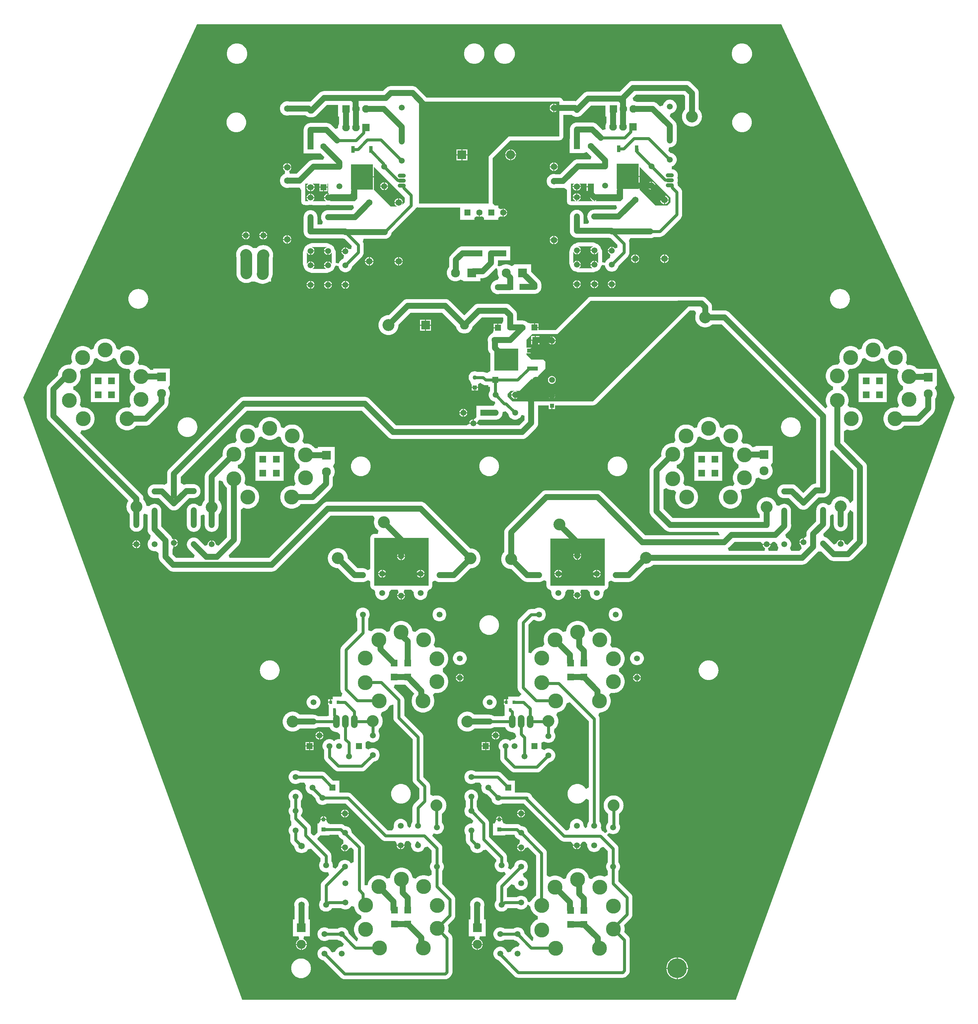
<source format=gtl>
G04*
G04 #@! TF.GenerationSoftware,Altium Limited,Altium Designer,24.5.2 (23)*
G04*
G04 Layer_Physical_Order=1*
G04 Layer_Color=255*
%FSLAX44Y44*%
%MOMM*%
G71*
G04*
G04 #@! TF.SameCoordinates,D553E347-6E3C-48DD-9562-C4322221CC57*
G04*
G04*
G04 #@! TF.FilePolarity,Positive*
G04*
G01*
G75*
%ADD16R,0.9600X1.7300*%
%ADD17R,0.8000X0.9000*%
%ADD18R,2.7500X1.0000*%
%ADD19R,6.1500X5.5500*%
%ADD48R,5.6300X6.4900*%
%ADD49C,1.5000*%
%ADD50C,0.7500*%
%ADD51C,3.0000*%
%ADD52C,5.0000*%
%ADD53C,2.3000*%
%ADD54R,2.3000X2.3000*%
%ADD55C,1.5000*%
%ADD56R,1.7600X1.7600*%
%ADD57C,3.8100*%
%ADD58R,1.5080X1.5080*%
%ADD59C,1.5080*%
%ADD60R,2.2860X2.2860*%
%ADD61C,2.2860*%
%ADD62R,1.1000X1.1000*%
%ADD63C,1.1000*%
%ADD64C,1.6510*%
%ADD65R,1.9350X1.9350*%
%ADD66C,1.9350*%
%ADD67R,1.5900X1.5900*%
%ADD68C,1.5900*%
%ADD69R,1.5900X1.5900*%
%ADD70O,2.0800X1.0400*%
%ADD71R,2.3000X2.3000*%
%ADD72O,1.6764X3.3528*%
%ADD73C,1.2700*%
G36*
X3085202Y2687066D02*
X3528785Y1735800D01*
X2969864Y200180D01*
X2969821Y200137D01*
X1709928Y200152D01*
X1151118Y1735612D01*
X1594788Y2687066D01*
X3085202Y2687066D01*
D02*
G37*
%LPC*%
G36*
X2987576Y2638287D02*
X2982455D01*
X2977431Y2637288D01*
X2972700Y2635327D01*
X2968441Y2632482D01*
X2964820Y2628861D01*
X2961974Y2624602D01*
X2960015Y2619871D01*
X2959015Y2614847D01*
Y2609726D01*
X2960015Y2604703D01*
X2961974Y2599971D01*
X2964820Y2595713D01*
X2968441Y2592091D01*
X2972700Y2589246D01*
X2977431Y2587286D01*
X2982455Y2586287D01*
X2987576D01*
X2992599Y2587286D01*
X2997331Y2589246D01*
X3001589Y2592091D01*
X3005211Y2595713D01*
X3008056Y2599971D01*
X3010016Y2604703D01*
X3011015Y2609726D01*
Y2614847D01*
X3010016Y2619871D01*
X3008056Y2624602D01*
X3005211Y2628861D01*
X3001589Y2632482D01*
X2997331Y2635327D01*
X2992599Y2637288D01*
X2987576Y2638287D01*
D02*
G37*
G36*
X2382033Y2638246D02*
X2376911D01*
X2371888Y2637247D01*
X2367156Y2635287D01*
X2362898Y2632441D01*
X2359276Y2628820D01*
X2356431Y2624561D01*
X2354471Y2619830D01*
X2353472Y2614807D01*
Y2609685D01*
X2354471Y2604662D01*
X2356431Y2599930D01*
X2359276Y2595672D01*
X2362898Y2592050D01*
X2367156Y2589205D01*
X2371888Y2587245D01*
X2376911Y2586246D01*
X2382033D01*
X2387056Y2587245D01*
X2391788Y2589205D01*
X2396046Y2592050D01*
X2399668Y2595672D01*
X2402513Y2599930D01*
X2404473Y2604662D01*
X2405472Y2609685D01*
Y2614807D01*
X2404473Y2619830D01*
X2402513Y2624561D01*
X2399668Y2628820D01*
X2396046Y2632441D01*
X2391788Y2635287D01*
X2387056Y2637247D01*
X2382033Y2638246D01*
D02*
G37*
G36*
X2304563D02*
X2299441D01*
X2294418Y2637247D01*
X2289686Y2635287D01*
X2285428Y2632441D01*
X2281806Y2628820D01*
X2278961Y2624561D01*
X2277001Y2619830D01*
X2276002Y2614807D01*
Y2609685D01*
X2277001Y2604662D01*
X2278961Y2599930D01*
X2281806Y2595672D01*
X2285428Y2592050D01*
X2289686Y2589205D01*
X2294418Y2587245D01*
X2299441Y2586246D01*
X2304563D01*
X2309586Y2587245D01*
X2314318Y2589205D01*
X2318576Y2592050D01*
X2322198Y2595672D01*
X2325043Y2599930D01*
X2327003Y2604662D01*
X2328002Y2609685D01*
Y2614807D01*
X2327003Y2619830D01*
X2325043Y2624561D01*
X2322198Y2628820D01*
X2318576Y2632441D01*
X2314318Y2635287D01*
X2309586Y2637247D01*
X2304563Y2638246D01*
D02*
G37*
G36*
X1699019Y2638205D02*
X1693898D01*
X1688875Y2637206D01*
X1684143Y2635246D01*
X1679885Y2632401D01*
X1676263Y2628779D01*
X1673418Y2624521D01*
X1671458Y2619789D01*
X1670459Y2614766D01*
Y2609644D01*
X1671458Y2604621D01*
X1673418Y2599890D01*
X1676263Y2595631D01*
X1679885Y2592010D01*
X1684143Y2589164D01*
X1688875Y2587205D01*
X1693898Y2586205D01*
X1699019D01*
X1704043Y2587205D01*
X1708774Y2589164D01*
X1713033Y2592010D01*
X1716654Y2595631D01*
X1719500Y2599890D01*
X1721460Y2604621D01*
X1722459Y2609644D01*
Y2614766D01*
X1721460Y2619789D01*
X1719500Y2624521D01*
X1716654Y2628779D01*
X1713033Y2632401D01*
X1708774Y2635246D01*
X1704043Y2637206D01*
X1699019Y2638205D01*
D02*
G37*
G36*
X2843784Y2542599D02*
X2707386D01*
X2703955Y2542261D01*
X2700657Y2541260D01*
X2697617Y2539635D01*
X2694952Y2537448D01*
X2672924Y2515421D01*
X2592832D01*
X2589402Y2515083D01*
X2586103Y2514082D01*
X2583062Y2512457D01*
X2580398Y2510270D01*
X2561160Y2491033D01*
X2558542Y2491291D01*
X2529117D01*
X2529095Y2491455D01*
X2529095Y2491456D01*
Y2491456D01*
X2528979Y2491888D01*
X2528915Y2492379D01*
X2528859Y2492585D01*
X2528670Y2493042D01*
X2528414Y2493999D01*
X2528414Y2493999D01*
X2528414Y2493999D01*
X2527918Y2494857D01*
X2527852Y2495017D01*
X2527746Y2495155D01*
X2527097Y2496279D01*
X2527097Y2496279D01*
X2527097Y2496279D01*
X2526270Y2497107D01*
X2525235Y2498141D01*
X2525235Y2498141D01*
X2525235Y2498141D01*
X2524456Y2498591D01*
X2522955Y2499458D01*
X2522955Y2499458D01*
X2522955Y2499458D01*
X2521803Y2499766D01*
X2521187Y2499931D01*
X2521121Y2499959D01*
X2521051Y2499968D01*
X2520412Y2500139D01*
X2520412D01*
X2520411Y2500139D01*
X2519827Y2500216D01*
X2519166Y2500216D01*
X2518511Y2500302D01*
X2180894D01*
X2156956Y2524240D01*
X2154292Y2526427D01*
X2151251Y2528052D01*
X2147953Y2529053D01*
X2144522Y2529391D01*
X2088642D01*
X2085211Y2529053D01*
X2081913Y2528052D01*
X2078873Y2526427D01*
X2076208Y2524240D01*
X2068768Y2516801D01*
X1918462D01*
X1915031Y2516463D01*
X1911733Y2515462D01*
X1908692Y2513837D01*
X1906028Y2511650D01*
X1883787Y2489409D01*
X1882523Y2489793D01*
X1879092Y2490131D01*
X1829650D01*
X1826280Y2490801D01*
X1822684D01*
X1819157Y2490099D01*
X1815835Y2488723D01*
X1812845Y2486726D01*
X1810302Y2484183D01*
X1808305Y2481193D01*
X1806929Y2477871D01*
X1806227Y2474344D01*
Y2470748D01*
X1806929Y2467221D01*
X1808305Y2463899D01*
X1810302Y2460909D01*
X1812845Y2458366D01*
X1815835Y2456369D01*
X1819157Y2454993D01*
X1822684Y2454291D01*
X1826280D01*
X1829650Y2454961D01*
X1871824D01*
X1872406Y2454484D01*
X1873016Y2453873D01*
X1873735Y2453393D01*
X1874402Y2452845D01*
X1875164Y2452438D01*
X1875883Y2451958D01*
X1876681Y2451627D01*
X1877443Y2451220D01*
X1878270Y2450969D01*
X1879067Y2450638D01*
X1879915Y2450470D01*
X1880741Y2450219D01*
X1881601Y2450134D01*
X1882448Y2449966D01*
X1883312D01*
X1884172Y2449881D01*
X1886712D01*
X1890143Y2450219D01*
X1893441Y2451220D01*
X1896481Y2452845D01*
X1899146Y2455032D01*
X1925746Y2481631D01*
X1954667D01*
Y2451601D01*
X1956757D01*
Y2433246D01*
X1955423Y2430025D01*
X1954667Y2426224D01*
Y2423556D01*
X1951787Y2421475D01*
X1947455Y2420161D01*
X1937246Y2430370D01*
X1934581Y2432557D01*
X1931541Y2434182D01*
X1928243Y2435183D01*
X1924812Y2435521D01*
X1884172D01*
X1883312Y2435436D01*
X1882448D01*
X1881601Y2435267D01*
X1880741Y2435183D01*
X1879915Y2434932D01*
X1879067Y2434763D01*
X1878269Y2434433D01*
X1877443Y2434182D01*
X1876681Y2433775D01*
X1875883Y2433444D01*
X1875164Y2432964D01*
X1874402Y2432557D01*
X1873735Y2432009D01*
X1873016Y2431529D01*
X1872406Y2430918D01*
X1871738Y2430370D01*
X1871190Y2429702D01*
X1870579Y2429092D01*
X1870099Y2428373D01*
X1869551Y2427706D01*
X1869144Y2426944D01*
X1868664Y2426225D01*
X1868333Y2425427D01*
X1867926Y2424665D01*
X1867675Y2423839D01*
X1867345Y2423041D01*
X1867176Y2422193D01*
X1866925Y2421367D01*
X1866841Y2420507D01*
X1866672Y2419660D01*
Y2418796D01*
X1866587Y2417936D01*
Y2393416D01*
X1866222D01*
Y2357516D01*
X1902122D01*
Y2357516D01*
X1909622Y2358168D01*
X1919320Y2348470D01*
X1916450Y2341541D01*
X1891792D01*
X1888361Y2341203D01*
X1885063Y2340202D01*
X1882023Y2338577D01*
X1879358Y2336390D01*
X1848948Y2305981D01*
X1831370D01*
X1831186Y2306430D01*
X1830171Y2313193D01*
X1830195Y2313519D01*
X1831110Y2314048D01*
X1833120Y2316058D01*
X1834541Y2318519D01*
X1835277Y2321265D01*
Y2321416D01*
X1824482D01*
X1813687D01*
Y2321265D01*
X1814423Y2318519D01*
X1815844Y2316058D01*
X1817854Y2314048D01*
X1818769Y2313519D01*
X1819032Y2308391D01*
X1818169Y2305540D01*
X1815835Y2304573D01*
X1812845Y2302576D01*
X1810302Y2300033D01*
X1808305Y2297043D01*
X1806929Y2293721D01*
X1806227Y2290194D01*
Y2286598D01*
X1806929Y2283071D01*
X1808305Y2279749D01*
X1810302Y2276759D01*
X1812845Y2274216D01*
X1815835Y2272219D01*
X1819157Y2270842D01*
X1822684Y2270141D01*
X1826280D01*
X1829650Y2270811D01*
X1856232D01*
X1860116Y2263658D01*
Y2236987D01*
X1860202Y2236332D01*
Y2235671D01*
X1860279Y2235087D01*
X1860279Y2235086D01*
Y2235086D01*
X1860450Y2234448D01*
X1860459Y2234377D01*
X1860487Y2234310D01*
X1860960Y2232543D01*
X1860960Y2232543D01*
X1860960Y2232543D01*
X1861671Y2231313D01*
X1862277Y2230263D01*
X1862277Y2230263D01*
X1862277Y2230263D01*
X1863022Y2229518D01*
X1864139Y2228401D01*
X1866419Y2227084D01*
X1866419Y2227084D01*
X1866419Y2227084D01*
X1868186Y2226611D01*
X1868253Y2226583D01*
X1868324Y2226574D01*
X1868962Y2226403D01*
X1868962D01*
X1868963Y2226403D01*
X1869547Y2226326D01*
X1870208D01*
X1870863Y2226240D01*
X1878829D01*
X1879484Y2226326D01*
X1880146Y2226326D01*
X1880684Y2226397D01*
X1881322Y2226568D01*
X1881978Y2226654D01*
X1882589Y2226907D01*
X1883227Y2227079D01*
X1883800Y2227409D01*
X1884172Y2227563D01*
X1884544Y2227409D01*
X1885117Y2227078D01*
X1885755Y2226907D01*
X1886366Y2226654D01*
X1887022Y2226568D01*
X1887660Y2226397D01*
X1888199Y2226326D01*
X1888860D01*
X1889515Y2226240D01*
X1923279D01*
X1923934Y2226326D01*
X1924595Y2226326D01*
X1925134Y2226397D01*
X1925772Y2226568D01*
X1926428Y2226654D01*
X1927039Y2226907D01*
X1927677Y2227079D01*
X1928250Y2227409D01*
X1928622Y2227563D01*
X1928994Y2227409D01*
X1929567Y2227078D01*
X1930205Y2226907D01*
X1930816Y2226654D01*
X1931472Y2226568D01*
X1932110Y2226397D01*
X1932648Y2226326D01*
X1933310D01*
X1933965Y2226240D01*
X1992281D01*
X1995387Y2218740D01*
X1989918Y2213271D01*
X1928622D01*
X1927762Y2213186D01*
X1926898D01*
X1926051Y2213017D01*
X1925191Y2212933D01*
X1924365Y2212682D01*
X1923517Y2212513D01*
X1922719Y2212183D01*
X1921893Y2211932D01*
X1921131Y2211525D01*
X1920333Y2211194D01*
X1919614Y2210714D01*
X1918853Y2210307D01*
X1918185Y2209759D01*
X1917466Y2209279D01*
X1916855Y2208668D01*
X1916188Y2208120D01*
X1915640Y2207453D01*
X1915029Y2206842D01*
X1914549Y2206123D01*
X1914001Y2205455D01*
X1913594Y2204694D01*
X1913114Y2203975D01*
X1912783Y2203177D01*
X1912376Y2202415D01*
X1912125Y2201589D01*
X1911794Y2200791D01*
X1911626Y2199943D01*
X1911375Y2199117D01*
X1911290Y2198257D01*
X1911122Y2197410D01*
Y2196546D01*
X1911037Y2195686D01*
X1911122Y2194826D01*
Y2193962D01*
X1911290Y2193115D01*
X1911375Y2192255D01*
X1911626Y2191429D01*
X1911794Y2190581D01*
X1912125Y2189783D01*
X1912376Y2188957D01*
X1912783Y2188195D01*
X1913114Y2187397D01*
X1913594Y2186678D01*
X1914001Y2185916D01*
X1914549Y2185249D01*
X1915029Y2184530D01*
X1915619Y2183941D01*
X1915618Y2183804D01*
X1914835Y2179647D01*
X1914614Y2179057D01*
X1913313Y2176941D01*
X1912910Y2176441D01*
X1901757D01*
Y2195686D01*
X1901672Y2196546D01*
Y2197410D01*
X1901503Y2198257D01*
X1901419Y2199117D01*
X1901168Y2199943D01*
X1900999Y2200791D01*
X1900669Y2201589D01*
X1900418Y2202415D01*
X1900011Y2203177D01*
X1899680Y2203975D01*
X1899200Y2204694D01*
X1898793Y2205455D01*
X1898245Y2206123D01*
X1897765Y2206842D01*
X1897154Y2207453D01*
X1896606Y2208120D01*
X1895939Y2208668D01*
X1895328Y2209279D01*
X1894609Y2209759D01*
X1893941Y2210307D01*
X1893180Y2210714D01*
X1892461Y2211194D01*
X1891663Y2211525D01*
X1890901Y2211932D01*
X1890075Y2212183D01*
X1889277Y2212513D01*
X1888429Y2212682D01*
X1887603Y2212933D01*
X1886743Y2213017D01*
X1885896Y2213186D01*
X1885032D01*
X1884172Y2213271D01*
X1883312Y2213186D01*
X1882448D01*
X1881601Y2213017D01*
X1880741Y2212933D01*
X1879915Y2212682D01*
X1879067Y2212513D01*
X1878269Y2212183D01*
X1877443Y2211932D01*
X1876681Y2211525D01*
X1875883Y2211194D01*
X1875164Y2210714D01*
X1874402Y2210307D01*
X1873735Y2209759D01*
X1873016Y2209279D01*
X1872406Y2208668D01*
X1871738Y2208120D01*
X1871190Y2207453D01*
X1870579Y2206842D01*
X1870099Y2206123D01*
X1869551Y2205455D01*
X1869144Y2204694D01*
X1868664Y2203975D01*
X1868333Y2203177D01*
X1867926Y2202415D01*
X1867675Y2201589D01*
X1867345Y2200791D01*
X1867176Y2199943D01*
X1866925Y2199117D01*
X1866841Y2198257D01*
X1866672Y2197410D01*
Y2196546D01*
X1866587Y2195686D01*
Y2158856D01*
X1866672Y2157996D01*
Y2157132D01*
X1866841Y2156285D01*
X1866925Y2155425D01*
X1867176Y2154599D01*
X1867345Y2153751D01*
X1867675Y2152953D01*
X1867926Y2152127D01*
X1868333Y2151365D01*
X1868664Y2150567D01*
X1869144Y2149848D01*
X1869551Y2149086D01*
X1870099Y2148419D01*
X1870579Y2147700D01*
X1871190Y2147090D01*
X1871738Y2146422D01*
X1872406Y2145874D01*
X1873016Y2145263D01*
X1873735Y2144783D01*
X1874402Y2144235D01*
X1875164Y2143828D01*
X1875883Y2143348D01*
X1876681Y2143017D01*
X1877443Y2142610D01*
X1878269Y2142359D01*
X1879067Y2142029D01*
X1879915Y2141860D01*
X1880741Y2141609D01*
X1881601Y2141525D01*
X1882448Y2141356D01*
X1883312D01*
X1884172Y2141271D01*
X1966569D01*
X1967169Y2141089D01*
X1967967Y2140759D01*
X1968815Y2140590D01*
X1969641Y2140339D01*
X1970501Y2140255D01*
X1970862Y2140183D01*
X1988744Y2122301D01*
X1988010Y2113945D01*
X1981106Y2114221D01*
X1979237Y2116090D01*
X1976947Y2117412D01*
X1974394Y2118096D01*
X1974342D01*
Y2108056D01*
X1973072D01*
Y2106786D01*
X1963032D01*
Y2106734D01*
X1963716Y2104181D01*
X1965038Y2101891D01*
X1966907Y2100022D01*
X1969197Y2098700D01*
X1969759Y2097184D01*
X1967967Y2089323D01*
X1964783Y2088004D01*
X1961916Y2086089D01*
X1959479Y2083652D01*
X1957564Y2080785D01*
X1956722Y2078753D01*
X1956245Y2077601D01*
X1956244Y2077600D01*
X1956153Y2077494D01*
X1948524Y2078691D01*
X1948431Y2079785D01*
X1948431Y2080010D01*
Y2106158D01*
X1948344Y2106813D01*
Y2107474D01*
X1948286Y2107917D01*
X1948115Y2108556D01*
X1948087Y2108768D01*
X1948087Y2108768D01*
X1948029Y2109211D01*
X1947776Y2109822D01*
X1947604Y2110461D01*
X1947274Y2111033D01*
X1947021Y2111644D01*
X1946618Y2112168D01*
X1946288Y2112741D01*
X1945820Y2113208D01*
X1945648Y2113433D01*
X1945450Y2114431D01*
X1944130Y2117615D01*
X1942215Y2120482D01*
X1939778Y2122919D01*
X1936911Y2124834D01*
X1933727Y2126154D01*
X1932525Y2126393D01*
X1932392Y2126494D01*
X1931925Y2126962D01*
X1931352Y2127292D01*
X1930828Y2127695D01*
X1930217Y2127948D01*
X1929645Y2128278D01*
X1929006Y2128449D01*
X1928395Y2128702D01*
X1927952Y2128761D01*
X1927952Y2128761D01*
X1927740Y2128789D01*
X1927101Y2128960D01*
X1926658Y2129018D01*
X1925997Y2129018D01*
X1925341Y2129104D01*
X1887453D01*
X1887009Y2129046D01*
X1887009D01*
X1886797Y2129018D01*
X1886136D01*
X1885693Y2128960D01*
X1885054Y2128789D01*
X1884399Y2128702D01*
X1883788Y2128449D01*
X1883149Y2128278D01*
X1882577Y2127948D01*
X1881966Y2127695D01*
X1881442Y2127292D01*
X1880869Y2126962D01*
X1880402Y2126494D01*
X1880269Y2126393D01*
X1879067Y2126154D01*
X1875883Y2124834D01*
X1873016Y2122919D01*
X1870579Y2120482D01*
X1868664Y2117615D01*
X1867345Y2114431D01*
X1866672Y2111050D01*
Y2111002D01*
X1866583Y2110847D01*
X1866180Y2110322D01*
X1865927Y2109712D01*
X1865597Y2109139D01*
X1865426Y2108501D01*
X1865172Y2107890D01*
X1865086Y2107234D01*
X1864915Y2106596D01*
X1864844Y2106057D01*
Y2105397D01*
X1864758Y2104741D01*
Y2077081D01*
X1864844Y2076425D01*
Y2075764D01*
X1864915Y2075226D01*
X1865086Y2074588D01*
X1865172Y2073932D01*
X1865426Y2073321D01*
X1865597Y2072683D01*
X1865927Y2072110D01*
X1866180Y2071500D01*
X1866583Y2070975D01*
X1866672Y2070820D01*
Y2070772D01*
X1867345Y2067391D01*
X1868664Y2064207D01*
X1870579Y2061340D01*
X1873016Y2058903D01*
X1875883Y2056988D01*
X1879067Y2055668D01*
X1882360Y2055014D01*
X1882598Y2054876D01*
X1883123Y2054474D01*
X1883734Y2054221D01*
X1884306Y2053890D01*
X1884945Y2053719D01*
X1885555Y2053466D01*
X1886211Y2053380D01*
X1886850Y2053209D01*
X1887385Y2053138D01*
X1888046Y2053138D01*
X1888701Y2053052D01*
X1924093D01*
X1924748Y2053138D01*
X1925409Y2053138D01*
X1925944Y2053209D01*
X1926583Y2053380D01*
X1927239Y2053466D01*
X1927849Y2053719D01*
X1928488Y2053890D01*
X1929060Y2054221D01*
X1929671Y2054474D01*
X1930196Y2054876D01*
X1930434Y2055013D01*
X1933727Y2055668D01*
X1936911Y2056988D01*
X1939778Y2058903D01*
X1942215Y2061340D01*
X1944130Y2064207D01*
X1945450Y2067391D01*
X1945618Y2068241D01*
X1945842Y2068533D01*
X1946310Y2069000D01*
X1946640Y2069572D01*
X1947043Y2070097D01*
X1947043Y2070097D01*
X1947412Y2070874D01*
X1947757Y2071367D01*
X1949323Y2071417D01*
X1955545Y2070811D01*
X1955572Y2070772D01*
X1955894Y2069155D01*
X1956245Y2067391D01*
X1957564Y2064207D01*
X1959479Y2061340D01*
X1961916Y2058903D01*
X1964783Y2056988D01*
X1967967Y2055668D01*
X1971348Y2054996D01*
X1974796D01*
X1978177Y2055668D01*
X1981361Y2056988D01*
X1984228Y2058903D01*
X1986665Y2061340D01*
X1988580Y2064207D01*
X1989899Y2067391D01*
X1990475Y2070286D01*
X2015899Y2095709D01*
X2018103Y2098582D01*
X2019488Y2101927D01*
X2019961Y2105516D01*
Y2124566D01*
X2019488Y2128156D01*
X2018103Y2131500D01*
X2017334Y2132501D01*
X2017505Y2133658D01*
X2020008Y2140001D01*
X2073402D01*
X2076833Y2140339D01*
X2080131Y2141340D01*
X2083172Y2142965D01*
X2085836Y2145152D01*
X2088023Y2147816D01*
X2089648Y2150857D01*
X2090649Y2154155D01*
X2090765Y2155336D01*
X2150519Y2215089D01*
X2152723Y2217962D01*
X2157047Y2220560D01*
X2158421Y2220210D01*
X2158922Y2220145D01*
X2159716Y2219953D01*
X2160377Y2219866D01*
X2161038D01*
X2161693Y2219780D01*
X2266266D01*
Y2188896D01*
X2302166D01*
Y2193934D01*
X2304904Y2195966D01*
X2309666Y2197637D01*
X2310647Y2197071D01*
X2313315Y2196356D01*
X2313426D01*
Y2206846D01*
X2315966D01*
Y2196356D01*
X2316077D01*
X2318745Y2197071D01*
X2319726Y2197637D01*
X2324487Y2195966D01*
X2327226Y2193934D01*
Y2188896D01*
X2363126D01*
Y2193934D01*
X2365864Y2195966D01*
X2370626Y2197637D01*
X2371607Y2197071D01*
X2374275Y2196356D01*
X2374386D01*
Y2206846D01*
Y2217336D01*
X2374275D01*
X2371607Y2216621D01*
X2370626Y2216055D01*
X2365864Y2217726D01*
X2363126Y2219758D01*
Y2224796D01*
X2355504D01*
X2354886Y2225015D01*
X2348918Y2229866D01*
Y2346338D01*
X2393810Y2391230D01*
X2518511D01*
X2519166Y2391316D01*
X2519827D01*
X2520412Y2391393D01*
X2520412Y2391393D01*
X2520412D01*
X2521050Y2391564D01*
X2521121Y2391573D01*
X2521188Y2391601D01*
X2522955Y2392074D01*
X2522955Y2392074D01*
X2522955Y2392074D01*
X2524185Y2392785D01*
X2525235Y2393391D01*
X2525235Y2393391D01*
X2525235Y2393391D01*
X2525980Y2394136D01*
X2527097Y2395253D01*
X2528414Y2397533D01*
X2528414Y2397533D01*
X2528414Y2397533D01*
X2528887Y2399300D01*
X2528915Y2399367D01*
X2528924Y2399438D01*
X2529095Y2400076D01*
Y2400076D01*
X2529095Y2400076D01*
X2529172Y2400661D01*
Y2401322D01*
X2529258Y2401977D01*
Y2456121D01*
X2551274D01*
X2551855Y2455644D01*
X2552466Y2455033D01*
X2553185Y2454553D01*
X2553853Y2454005D01*
X2554614Y2453598D01*
X2555333Y2453118D01*
X2556131Y2452787D01*
X2556893Y2452380D01*
X2557720Y2452129D01*
X2558517Y2451799D01*
X2559364Y2451630D01*
X2560191Y2451379D01*
X2561051Y2451295D01*
X2561898Y2451126D01*
X2562762D01*
X2563622Y2451041D01*
X2564482Y2451126D01*
X2565345D01*
X2566193Y2451295D01*
X2567053Y2451379D01*
X2567880Y2451630D01*
X2568727Y2451799D01*
X2569525Y2452129D01*
X2570351Y2452380D01*
X2571113Y2452787D01*
X2571911Y2453118D01*
X2572630Y2453598D01*
X2573391Y2454005D01*
X2574059Y2454553D01*
X2574778Y2455033D01*
X2575388Y2455644D01*
X2576056Y2456192D01*
X2600116Y2480251D01*
X2637095D01*
Y2451959D01*
X2638966D01*
Y2434870D01*
X2638896Y2434766D01*
X2637413Y2431185D01*
X2636657Y2427384D01*
Y2423508D01*
X2637303Y2420260D01*
X2636829Y2419626D01*
X2629655Y2417302D01*
X2615426Y2431530D01*
X2612762Y2433717D01*
X2609721Y2435342D01*
X2606423Y2436343D01*
X2602992Y2436681D01*
X2563622D01*
X2562762Y2436596D01*
X2561898D01*
X2561051Y2436427D01*
X2560191Y2436343D01*
X2559365Y2436092D01*
X2558517Y2435923D01*
X2557719Y2435593D01*
X2556893Y2435342D01*
X2556131Y2434935D01*
X2555333Y2434604D01*
X2554614Y2434124D01*
X2553853Y2433717D01*
X2553185Y2433169D01*
X2552466Y2432689D01*
X2551855Y2432078D01*
X2551188Y2431530D01*
X2550640Y2430862D01*
X2550029Y2430252D01*
X2549549Y2429533D01*
X2549001Y2428866D01*
X2548594Y2428104D01*
X2548114Y2427385D01*
X2547783Y2426587D01*
X2547376Y2425825D01*
X2547125Y2424999D01*
X2546794Y2424201D01*
X2546626Y2423353D01*
X2546375Y2422527D01*
X2546290Y2421667D01*
X2546122Y2420820D01*
Y2419956D01*
X2546037Y2419096D01*
Y2394866D01*
X2545672D01*
Y2358966D01*
X2581572D01*
Y2358966D01*
X2588036Y2361468D01*
X2589072Y2361793D01*
X2589297Y2361643D01*
X2601310Y2349630D01*
X2598440Y2342701D01*
X2566162D01*
X2562731Y2342363D01*
X2559433Y2341362D01*
X2556393Y2339737D01*
X2553728Y2337550D01*
X2521067Y2304890D01*
X2508918D01*
X2507000Y2305271D01*
X2503404D01*
X2499877Y2304570D01*
X2496555Y2303193D01*
X2493565Y2301196D01*
X2491022Y2298653D01*
X2489025Y2295663D01*
X2487648Y2292341D01*
X2486947Y2288814D01*
Y2285218D01*
X2487648Y2281691D01*
X2489025Y2278369D01*
X2491022Y2275379D01*
X2493565Y2272836D01*
X2496555Y2270839D01*
X2499877Y2269462D01*
X2503404Y2268761D01*
X2507000D01*
X2510527Y2269462D01*
X2511149Y2269720D01*
X2528351D01*
X2530796Y2269961D01*
X2532669Y2269387D01*
X2537748Y2265546D01*
X2538296Y2264413D01*
Y2236877D01*
X2538382Y2236222D01*
Y2235561D01*
X2538459Y2234977D01*
X2538459Y2234976D01*
Y2234976D01*
X2538630Y2234338D01*
X2538639Y2234267D01*
X2538667Y2234200D01*
X2539140Y2232433D01*
X2539140Y2232433D01*
X2539140Y2232433D01*
X2539851Y2231203D01*
X2540457Y2230153D01*
X2540457Y2230153D01*
X2540457Y2230153D01*
X2541202Y2229408D01*
X2542319Y2228291D01*
X2544599Y2226974D01*
X2544599Y2226974D01*
X2544599Y2226974D01*
X2546366Y2226501D01*
X2546433Y2226473D01*
X2546504Y2226464D01*
X2547142Y2226293D01*
X2547142D01*
X2547142Y2226293D01*
X2547727Y2226216D01*
X2548388D01*
X2549043Y2226130D01*
X2663942D01*
X2666825Y2219432D01*
X2662729Y2214431D01*
X2608072D01*
X2607212Y2214346D01*
X2606348D01*
X2605501Y2214178D01*
X2604641Y2214093D01*
X2603815Y2213842D01*
X2602968Y2213674D01*
X2602169Y2213343D01*
X2601342Y2213092D01*
X2600581Y2212685D01*
X2599783Y2212354D01*
X2599064Y2211874D01*
X2598303Y2211467D01*
X2597635Y2210919D01*
X2596917Y2210439D01*
X2596306Y2209828D01*
X2595638Y2209280D01*
X2595090Y2208613D01*
X2594479Y2208002D01*
X2593999Y2207283D01*
X2593451Y2206615D01*
X2593044Y2205854D01*
X2592564Y2205135D01*
X2592233Y2204337D01*
X2591826Y2203575D01*
X2591575Y2202749D01*
X2591245Y2201951D01*
X2591076Y2201103D01*
X2590825Y2200277D01*
X2590740Y2199417D01*
X2590572Y2198570D01*
Y2197706D01*
X2590487Y2196846D01*
X2590572Y2195986D01*
Y2195122D01*
X2590740Y2194275D01*
X2590825Y2193415D01*
X2591076Y2192589D01*
X2591245Y2191741D01*
X2591575Y2190943D01*
X2591826Y2190117D01*
X2592233Y2189355D01*
X2592564Y2188557D01*
X2593044Y2187838D01*
X2593451Y2187077D01*
X2593999Y2186409D01*
X2594479Y2185690D01*
X2594601Y2185569D01*
X2594345Y2182793D01*
X2594092Y2182016D01*
X2591721Y2178342D01*
X2591494Y2178068D01*
X2581207D01*
Y2196846D01*
X2581122Y2197706D01*
Y2198570D01*
X2580953Y2199417D01*
X2580869Y2200277D01*
X2580618Y2201103D01*
X2580450Y2201951D01*
X2580119Y2202749D01*
X2579868Y2203575D01*
X2579461Y2204337D01*
X2579130Y2205135D01*
X2578651Y2205854D01*
X2578243Y2206615D01*
X2577695Y2207283D01*
X2577215Y2208002D01*
X2576604Y2208613D01*
X2576056Y2209280D01*
X2575388Y2209828D01*
X2574778Y2210439D01*
X2574059Y2210919D01*
X2573391Y2211467D01*
X2572630Y2211874D01*
X2571911Y2212354D01*
X2571113Y2212685D01*
X2570351Y2213092D01*
X2569525Y2213343D01*
X2568727Y2213674D01*
X2567879Y2213842D01*
X2567053Y2214093D01*
X2566193Y2214178D01*
X2565345Y2214346D01*
X2564482D01*
X2563622Y2214431D01*
X2562762Y2214346D01*
X2561898D01*
X2561051Y2214178D01*
X2560191Y2214093D01*
X2559365Y2213842D01*
X2558517Y2213674D01*
X2557719Y2213343D01*
X2556893Y2213092D01*
X2556131Y2212685D01*
X2555333Y2212354D01*
X2554614Y2211874D01*
X2553853Y2211467D01*
X2553185Y2210919D01*
X2552466Y2210439D01*
X2551855Y2209828D01*
X2551188Y2209280D01*
X2550640Y2208613D01*
X2550029Y2208002D01*
X2549549Y2207283D01*
X2549001Y2206615D01*
X2548594Y2205854D01*
X2548114Y2205135D01*
X2547783Y2204337D01*
X2547376Y2203575D01*
X2547125Y2202749D01*
X2546794Y2201951D01*
X2546626Y2201103D01*
X2546375Y2200277D01*
X2546290Y2199417D01*
X2546122Y2198570D01*
Y2197706D01*
X2546037Y2196846D01*
Y2160921D01*
X2546375Y2157491D01*
X2547376Y2154192D01*
X2549001Y2151152D01*
X2550331Y2149532D01*
X2550467Y2149328D01*
X2550640Y2149155D01*
X2551188Y2148487D01*
X2551626Y2148049D01*
X2552293Y2147502D01*
X2552904Y2146891D01*
X2553622Y2146411D01*
X2554290Y2145863D01*
X2555052Y2145455D01*
X2555770Y2144975D01*
X2556568Y2144645D01*
X2557330Y2144238D01*
X2558157Y2143987D01*
X2558955Y2143656D01*
X2559802Y2143488D01*
X2560629Y2143237D01*
X2561489Y2143152D01*
X2562336Y2142984D01*
X2563200D01*
X2564060Y2142899D01*
X2646456D01*
X2647057Y2142717D01*
X2647855Y2142386D01*
X2648702Y2142218D01*
X2649529Y2141967D01*
X2650389Y2141882D01*
X2650750Y2141810D01*
X2667534Y2125026D01*
X2666955Y2117049D01*
X2660994Y2115849D01*
X2659124Y2117718D01*
X2656835Y2119040D01*
X2654282Y2119724D01*
X2654230D01*
Y2109684D01*
X2652960D01*
Y2108414D01*
X2642920D01*
Y2108362D01*
X2643604Y2105809D01*
X2644926Y2103519D01*
X2646795Y2101650D01*
X2649084Y2100328D01*
X2649646Y2098811D01*
X2647855Y2090951D01*
X2644670Y2089632D01*
X2641804Y2087717D01*
X2639366Y2085279D01*
X2637451Y2082413D01*
X2636609Y2080380D01*
X2636132Y2079228D01*
X2636132Y2079228D01*
X2636041Y2079122D01*
X2628412Y2080318D01*
X2628318Y2081412D01*
X2628318Y2081638D01*
Y2107785D01*
X2628232Y2108441D01*
Y2109102D01*
X2628174Y2109545D01*
X2628003Y2110184D01*
X2627975Y2110396D01*
X2627975Y2110396D01*
X2627916Y2110839D01*
X2627663Y2111450D01*
X2627492Y2112088D01*
X2627162Y2112661D01*
X2626909Y2113272D01*
X2626506Y2113796D01*
X2626176Y2114369D01*
X2625708Y2114836D01*
X2625536Y2115061D01*
X2625337Y2116058D01*
X2624018Y2119243D01*
X2622103Y2122109D01*
X2619665Y2124547D01*
X2616799Y2126462D01*
X2613614Y2127781D01*
X2612413Y2128020D01*
X2612280Y2128122D01*
X2611813Y2128589D01*
X2611240Y2128920D01*
X2610716Y2129323D01*
X2610105Y2129576D01*
X2609532Y2129906D01*
X2608894Y2130077D01*
X2608283Y2130330D01*
X2607840Y2130389D01*
X2607839Y2130389D01*
X2607627Y2130417D01*
X2606989Y2130588D01*
X2606546Y2130646D01*
X2605884Y2130646D01*
X2605229Y2130732D01*
X2567340D01*
X2566897Y2130674D01*
X2566897D01*
X2566685Y2130646D01*
X2566024D01*
X2565580Y2130588D01*
X2564942Y2130417D01*
X2564286Y2130330D01*
X2563676Y2130077D01*
X2563037Y2129906D01*
X2562465Y2129576D01*
X2561854Y2129323D01*
X2561329Y2128920D01*
X2560757Y2128589D01*
X2560289Y2128122D01*
X2560157Y2128020D01*
X2558955Y2127781D01*
X2555770Y2126462D01*
X2552904Y2124547D01*
X2550467Y2122109D01*
X2548551Y2119243D01*
X2547232Y2116058D01*
X2546560Y2112677D01*
Y2112630D01*
X2546470Y2112475D01*
X2546068Y2111950D01*
X2545815Y2111339D01*
X2545484Y2110767D01*
X2545313Y2110128D01*
X2545060Y2109518D01*
X2544974Y2108862D01*
X2544803Y2108224D01*
X2544732Y2107685D01*
Y2107024D01*
X2544646Y2106369D01*
Y2078709D01*
X2544732Y2078053D01*
Y2077392D01*
X2544803Y2076854D01*
X2544974Y2076216D01*
X2545060Y2075560D01*
X2545313Y2074949D01*
X2545484Y2074311D01*
X2545815Y2073738D01*
X2546068Y2073127D01*
X2546470Y2072603D01*
X2546560Y2072448D01*
Y2072400D01*
X2547232Y2069019D01*
X2548551Y2065834D01*
X2550467Y2062968D01*
X2552904Y2060531D01*
X2555770Y2058616D01*
X2558955Y2057296D01*
X2562248Y2056641D01*
X2562486Y2056504D01*
X2563010Y2056102D01*
X2563621Y2055848D01*
X2564194Y2055518D01*
X2564832Y2055347D01*
X2565443Y2055094D01*
X2566099Y2055007D01*
X2566737Y2054836D01*
X2567272Y2054766D01*
X2567933Y2054766D01*
X2568589Y2054680D01*
X2603981D01*
X2604636Y2054766D01*
X2605297Y2054766D01*
X2605832Y2054836D01*
X2606471Y2055007D01*
X2607126Y2055094D01*
X2607737Y2055347D01*
X2608376Y2055518D01*
X2608948Y2055848D01*
X2609559Y2056101D01*
X2610083Y2056504D01*
X2610321Y2056641D01*
X2613614Y2057296D01*
X2616799Y2058616D01*
X2619665Y2060531D01*
X2622103Y2062968D01*
X2624018Y2065834D01*
X2625337Y2069019D01*
X2625506Y2069869D01*
X2625730Y2070160D01*
X2626197Y2070628D01*
X2626528Y2071200D01*
X2626930Y2071725D01*
X2626931Y2071725D01*
X2627299Y2072502D01*
X2627644Y2072995D01*
X2629211Y2073045D01*
X2635432Y2072439D01*
X2635460Y2072400D01*
X2635781Y2070783D01*
X2636132Y2069019D01*
X2637451Y2065834D01*
X2639366Y2062968D01*
X2641804Y2060531D01*
X2644670Y2058616D01*
X2647855Y2057296D01*
X2651236Y2056624D01*
X2654683D01*
X2658064Y2057296D01*
X2661249Y2058616D01*
X2664115Y2060531D01*
X2666553Y2062968D01*
X2668468Y2065834D01*
X2669787Y2069019D01*
X2670363Y2071914D01*
X2694079Y2095629D01*
X2696283Y2098502D01*
X2697668Y2101847D01*
X2698141Y2105436D01*
Y2127901D01*
X2697668Y2131491D01*
X2696575Y2134129D01*
X2697952Y2137935D01*
X2699344Y2140518D01*
X2700523Y2141629D01*
X2750780D01*
X2754211Y2141967D01*
X2757509Y2142968D01*
X2760549Y2144593D01*
X2760896Y2144877D01*
X2775712D01*
X2779301Y2145350D01*
X2782646Y2146735D01*
X2785518Y2148939D01*
X2828699Y2192119D01*
X2830903Y2194992D01*
X2832288Y2198336D01*
X2832761Y2201926D01*
Y2259076D01*
X2832288Y2262666D01*
X2830903Y2266010D01*
X2828699Y2268883D01*
X2821508Y2276073D01*
X2821586Y2276856D01*
X2821292Y2279836D01*
X2820423Y2282701D01*
X2820153Y2283206D01*
X2820423Y2283711D01*
X2821292Y2286576D01*
X2821586Y2289556D01*
X2821292Y2292536D01*
X2820423Y2295401D01*
X2820153Y2295906D01*
X2820423Y2296411D01*
X2821292Y2299276D01*
X2821586Y2302256D01*
X2821292Y2305236D01*
X2820423Y2308101D01*
X2819012Y2310741D01*
X2817112Y2313056D01*
X2814797Y2314955D01*
X2812157Y2316367D01*
X2809292Y2317236D01*
X2806312Y2317530D01*
X2806217Y2324798D01*
X2809402Y2326118D01*
X2812267Y2328033D01*
X2814705Y2330470D01*
X2816620Y2333337D01*
X2817939Y2336521D01*
X2818612Y2339902D01*
Y2343350D01*
X2817939Y2346731D01*
X2816620Y2349915D01*
X2814705Y2352782D01*
X2812267Y2355219D01*
X2809402Y2357134D01*
X2806217Y2358454D01*
X2803322Y2359029D01*
X2797390Y2364962D01*
X2797598Y2366468D01*
X2799388Y2373656D01*
X2800252D01*
X2801112Y2373571D01*
X2801972Y2373656D01*
X2802836D01*
X2803683Y2373824D01*
X2804543Y2373909D01*
X2805369Y2374160D01*
X2806217Y2374328D01*
X2807015Y2374659D01*
X2807841Y2374910D01*
X2808603Y2375317D01*
X2809402Y2375648D01*
X2810120Y2376128D01*
X2810881Y2376535D01*
X2811549Y2377083D01*
X2812267Y2377563D01*
X2812878Y2378174D01*
X2813546Y2378722D01*
X2814094Y2379389D01*
X2814705Y2380000D01*
X2815185Y2380719D01*
X2815733Y2381387D01*
X2816140Y2382148D01*
X2816620Y2382867D01*
X2816951Y2383665D01*
X2817358Y2384427D01*
X2817609Y2385253D01*
X2817939Y2386051D01*
X2818108Y2386899D01*
X2818359Y2387725D01*
X2818444Y2388585D01*
X2818612Y2389432D01*
Y2390296D01*
X2818697Y2391156D01*
Y2427986D01*
X2818612Y2428846D01*
Y2429710D01*
X2818444Y2430557D01*
X2818359Y2431417D01*
X2818108Y2432243D01*
X2817939Y2433091D01*
X2817609Y2433889D01*
X2817358Y2434715D01*
X2816951Y2435477D01*
X2816620Y2436275D01*
X2816140Y2436994D01*
X2815733Y2437755D01*
X2815185Y2438423D01*
X2814705Y2439142D01*
X2814094Y2439753D01*
X2813546Y2440420D01*
X2801451Y2452516D01*
X2802164Y2456382D01*
X2804272Y2460302D01*
X2806217Y2460688D01*
X2809402Y2462008D01*
X2812267Y2463923D01*
X2814705Y2466360D01*
X2816620Y2469227D01*
X2817939Y2472411D01*
X2818612Y2475792D01*
Y2479240D01*
X2817939Y2482621D01*
X2816620Y2485805D01*
X2814705Y2488672D01*
X2812267Y2491109D01*
X2809402Y2493024D01*
X2806217Y2494344D01*
X2802836Y2495016D01*
X2799388D01*
X2796007Y2494344D01*
X2792823Y2493024D01*
X2789956Y2491109D01*
X2787519Y2488672D01*
X2785604Y2485805D01*
X2784284Y2482621D01*
X2783898Y2480676D01*
X2779978Y2478568D01*
X2776112Y2477854D01*
X2769898Y2484068D01*
X2767234Y2486255D01*
X2764194Y2487880D01*
X2760895Y2488881D01*
X2757464Y2489218D01*
X2716530D01*
X2713309Y2490553D01*
X2709507Y2491309D01*
X2709156D01*
X2706049Y2498809D01*
X2714670Y2507429D01*
X2836500D01*
X2839915Y2504014D01*
Y2470169D01*
X2839023Y2469276D01*
X2838721Y2468882D01*
X2838358Y2468543D01*
X2837405Y2467382D01*
X2837143Y2466960D01*
X2836815Y2466587D01*
X2835981Y2465337D01*
X2835761Y2464892D01*
X2835472Y2464488D01*
X2834763Y2463163D01*
X2834589Y2462698D01*
X2834340Y2462268D01*
X2833765Y2460880D01*
X2833637Y2460400D01*
X2833432Y2459948D01*
X2832996Y2458510D01*
X2832915Y2458020D01*
X2832755Y2457550D01*
X2832462Y2456076D01*
X2832430Y2455581D01*
X2832317Y2455097D01*
X2832169Y2453602D01*
X2832186Y2453106D01*
X2832121Y2452613D01*
Y2451111D01*
X2832186Y2450618D01*
X2832169Y2450122D01*
X2832317Y2448627D01*
X2832430Y2448143D01*
X2832462Y2447648D01*
X2832755Y2446174D01*
X2832915Y2445704D01*
X2832996Y2445214D01*
X2833432Y2443776D01*
X2833637Y2443324D01*
X2833765Y2442844D01*
X2834340Y2441456D01*
X2834589Y2441026D01*
X2834763Y2440561D01*
X2835472Y2439236D01*
X2835761Y2438832D01*
X2835981Y2438387D01*
X2836815Y2437137D01*
X2837143Y2436764D01*
X2837405Y2436342D01*
X2838358Y2435181D01*
X2838721Y2434841D01*
X2839023Y2434447D01*
X2840085Y2433385D01*
X2840479Y2433083D01*
X2840819Y2432720D01*
X2841980Y2431767D01*
X2842402Y2431505D01*
X2842775Y2431178D01*
X2844025Y2430343D01*
X2844470Y2430123D01*
X2844874Y2429834D01*
X2846199Y2429125D01*
X2846664Y2428951D01*
X2847094Y2428702D01*
X2848482Y2428127D01*
X2848961Y2427999D01*
X2849414Y2427794D01*
X2850852Y2427358D01*
X2851342Y2427277D01*
X2851812Y2427117D01*
X2853286Y2426824D01*
X2853781Y2426792D01*
X2854265Y2426679D01*
X2855760Y2426532D01*
X2856256Y2426548D01*
X2856749Y2426483D01*
X2857500D01*
X2857500Y2426483D01*
X2857500Y2426483D01*
X2858252Y2426483D01*
X2858744Y2426548D01*
X2859240Y2426532D01*
X2860735Y2426679D01*
X2861219Y2426792D01*
X2861714Y2426824D01*
X2863188Y2427117D01*
X2863658Y2427277D01*
X2864148Y2427358D01*
X2865586Y2427794D01*
X2866039Y2427999D01*
X2866518Y2428127D01*
X2867906Y2428702D01*
X2868336Y2428951D01*
X2868801Y2429125D01*
X2870126Y2429834D01*
X2870530Y2430123D01*
X2870975Y2430343D01*
X2872225Y2431178D01*
X2872598Y2431505D01*
X2873020Y2431767D01*
X2874181Y2432720D01*
X2874521Y2433083D01*
X2874915Y2433385D01*
X2875977Y2434447D01*
X2876279Y2434841D01*
X2876642Y2435181D01*
X2877595Y2436342D01*
X2877857Y2436764D01*
X2878185Y2437137D01*
X2879019Y2438387D01*
X2879239Y2438832D01*
X2879528Y2439236D01*
X2880237Y2440561D01*
X2880411Y2441026D01*
X2880660Y2441456D01*
X2881235Y2442844D01*
X2881363Y2443324D01*
X2881568Y2443776D01*
X2882004Y2445214D01*
X2882085Y2445704D01*
X2882245Y2446174D01*
X2882538Y2447648D01*
X2882570Y2448143D01*
X2882683Y2448627D01*
X2882831Y2450122D01*
X2882814Y2450618D01*
X2882879Y2451111D01*
Y2452613D01*
X2882814Y2453106D01*
X2882831Y2453602D01*
X2882683Y2455097D01*
X2882570Y2455581D01*
X2882538Y2456076D01*
X2882245Y2457550D01*
X2882085Y2458020D01*
X2882004Y2458510D01*
X2881568Y2459948D01*
X2881363Y2460400D01*
X2881235Y2460880D01*
X2880660Y2462268D01*
X2880411Y2462698D01*
X2880237Y2463163D01*
X2879528Y2464488D01*
X2879239Y2464892D01*
X2879019Y2465337D01*
X2878185Y2466587D01*
X2877857Y2466960D01*
X2877595Y2467382D01*
X2876642Y2468543D01*
X2876279Y2468883D01*
X2875977Y2469276D01*
X2875085Y2470169D01*
Y2511298D01*
X2874747Y2514729D01*
X2873746Y2518027D01*
X2872121Y2521068D01*
X2869934Y2523732D01*
X2856218Y2537448D01*
X2853553Y2539635D01*
X2850513Y2541260D01*
X2847215Y2542261D01*
X2843784Y2542599D01*
D02*
G37*
G36*
X2986881Y2462183D02*
X2983926D01*
X2982945Y2462054D01*
X2981958Y2461989D01*
X2979060Y2461413D01*
X2978123Y2461095D01*
X2977168Y2460838D01*
X2974438Y2459708D01*
X2973582Y2459213D01*
X2972695Y2458776D01*
X2970238Y2457134D01*
X2969494Y2456482D01*
X2968709Y2455880D01*
X2966620Y2453790D01*
X2966018Y2453006D01*
X2965366Y2452262D01*
X2963724Y2449805D01*
X2963287Y2448918D01*
X2962792Y2448062D01*
X2961661Y2445332D01*
X2961405Y2444376D01*
X2961087Y2443439D01*
X2960511Y2440542D01*
X2960446Y2439554D01*
X2960317Y2438574D01*
Y2435619D01*
X2960446Y2434638D01*
X2960511Y2433651D01*
X2961087Y2430753D01*
X2961405Y2429817D01*
X2961661Y2428861D01*
X2962792Y2426131D01*
X2963287Y2425275D01*
X2963724Y2424388D01*
X2965366Y2421931D01*
X2966018Y2421187D01*
X2966620Y2420403D01*
X2968709Y2418313D01*
X2969494Y2417711D01*
X2970238Y2417059D01*
X2972695Y2415417D01*
X2973582Y2414980D01*
X2974438Y2414485D01*
X2977168Y2413354D01*
X2978123Y2413098D01*
X2979060Y2412780D01*
X2981958Y2412204D01*
X2982945Y2412139D01*
X2983926Y2412010D01*
X2986881D01*
X2987862Y2412139D01*
X2988849Y2412204D01*
X2991747Y2412780D01*
X2992683Y2413098D01*
X2993639Y2413354D01*
X2996368Y2414485D01*
X2997225Y2414980D01*
X2998112Y2415417D01*
X3000569Y2417059D01*
X3001313Y2417711D01*
X3002097Y2418313D01*
X3004187Y2420402D01*
X3004789Y2421187D01*
X3005441Y2421931D01*
X3007083Y2424388D01*
X3007520Y2425275D01*
X3008015Y2426131D01*
X3009146Y2428861D01*
X3009402Y2429817D01*
X3009720Y2430753D01*
X3010296Y2433651D01*
X3010361Y2434639D01*
X3010490Y2435619D01*
Y2438574D01*
X3010361Y2439555D01*
X3010296Y2440542D01*
X3009720Y2443440D01*
X3009402Y2444376D01*
X3009146Y2445332D01*
X3008015Y2448062D01*
X3007520Y2448918D01*
X3007083Y2449805D01*
X3005441Y2452262D01*
X3004789Y2453006D01*
X3004187Y2453790D01*
X3002097Y2455880D01*
X3001313Y2456482D01*
X3000569Y2457134D01*
X2998112Y2458776D01*
X2997225Y2459213D01*
X2996368Y2459708D01*
X2993639Y2460838D01*
X2992683Y2461095D01*
X2991747Y2461413D01*
X2988849Y2461989D01*
X2987861Y2462054D01*
X2986881Y2462183D01*
D02*
G37*
G36*
X1696279Y2462182D02*
X1693324D01*
X1692343Y2462053D01*
X1691356Y2461989D01*
X1688459Y2461412D01*
X1687522Y2461094D01*
X1686566Y2460838D01*
X1683837Y2459707D01*
X1682980Y2459213D01*
X1682093Y2458775D01*
X1679636Y2457134D01*
X1678892Y2456481D01*
X1678108Y2455879D01*
X1676018Y2453790D01*
X1675416Y2453005D01*
X1674764Y2452262D01*
X1673122Y2449805D01*
X1672685Y2448918D01*
X1672190Y2448061D01*
X1671060Y2445331D01*
X1670804Y2444376D01*
X1670486Y2443439D01*
X1669909Y2440541D01*
X1669844Y2439554D01*
X1669715Y2438573D01*
Y2435619D01*
X1669844Y2434638D01*
X1669909Y2433651D01*
X1670486Y2430753D01*
X1670804Y2429816D01*
X1671060Y2428861D01*
X1672190Y2426131D01*
X1672685Y2425275D01*
X1673122Y2424387D01*
X1674764Y2421930D01*
X1675416Y2421187D01*
X1676018Y2420402D01*
X1678108Y2418313D01*
X1678892Y2417711D01*
X1679636Y2417058D01*
X1682093Y2415417D01*
X1682980Y2414979D01*
X1683837Y2414485D01*
X1686566Y2413354D01*
X1687522Y2413098D01*
X1688459Y2412780D01*
X1691357Y2412204D01*
X1692344Y2412139D01*
X1693324Y2412010D01*
X1696279D01*
X1697260Y2412139D01*
X1698247Y2412204D01*
X1701145Y2412780D01*
X1702081Y2413098D01*
X1703037Y2413354D01*
X1705767Y2414485D01*
X1706623Y2414979D01*
X1707510Y2415417D01*
X1709967Y2417058D01*
X1710711Y2417711D01*
X1711496Y2418313D01*
X1713585Y2420402D01*
X1714187Y2421187D01*
X1714839Y2421930D01*
X1716481Y2424387D01*
X1716918Y2425275D01*
X1717413Y2426131D01*
X1718544Y2428861D01*
X1718800Y2429816D01*
X1719118Y2430753D01*
X1719694Y2433651D01*
X1719759Y2434638D01*
X1719888Y2435619D01*
Y2438573D01*
X1719759Y2439554D01*
X1719694Y2440541D01*
X1719118Y2443439D01*
X1718800Y2444376D01*
X1718544Y2445331D01*
X1717413Y2448061D01*
X1716918Y2448918D01*
X1716481Y2449805D01*
X1714839Y2452262D01*
X1714187Y2453005D01*
X1713585Y2453790D01*
X1711496Y2455879D01*
X1710711Y2456481D01*
X1709967Y2457134D01*
X1707510Y2458775D01*
X1706623Y2459213D01*
X1705767Y2459707D01*
X1703037Y2460838D01*
X1702081Y2461094D01*
X1701145Y2461412D01*
X1698247Y2461989D01*
X1697260Y2462053D01*
X1696279Y2462182D01*
D02*
G37*
G36*
X2396551Y2368406D02*
X2395982D01*
Y2355706D01*
X2408682D01*
Y2356275D01*
X2407730Y2359828D01*
X2405891Y2363014D01*
X2403290Y2365615D01*
X2400104Y2367454D01*
X2396551Y2368406D01*
D02*
G37*
G36*
X2393442D02*
X2392873D01*
X2389320Y2367454D01*
X2386134Y2365615D01*
X2383533Y2363014D01*
X2381694Y2359828D01*
X2380742Y2356275D01*
Y2355706D01*
X2393442D01*
Y2368406D01*
D02*
G37*
G36*
X2408682Y2353166D02*
X2395982D01*
Y2340466D01*
X2396551D01*
X2400104Y2341418D01*
X2403290Y2343257D01*
X2405891Y2345858D01*
X2407730Y2349044D01*
X2408682Y2352597D01*
Y2353166D01*
D02*
G37*
G36*
X2393442D02*
X2380742D01*
Y2352597D01*
X2381694Y2349044D01*
X2383533Y2345858D01*
X2386134Y2343257D01*
X2389320Y2341418D01*
X2392873Y2340466D01*
X2393442D01*
Y2353166D01*
D02*
G37*
G36*
X2506623Y2334641D02*
X2506472D01*
Y2325116D01*
X2515997D01*
Y2325267D01*
X2515261Y2328013D01*
X2513840Y2330474D01*
X2511830Y2332484D01*
X2509369Y2333905D01*
X2506623Y2334641D01*
D02*
G37*
G36*
X2503932D02*
X2503781D01*
X2501035Y2333905D01*
X2498574Y2332484D01*
X2496564Y2330474D01*
X2495143Y2328013D01*
X2494407Y2325267D01*
Y2325116D01*
X2503932D01*
Y2334641D01*
D02*
G37*
G36*
X1825903Y2333481D02*
X1825752D01*
Y2323956D01*
X1835277D01*
Y2324107D01*
X1834541Y2326853D01*
X1833120Y2329314D01*
X1831110Y2331324D01*
X1828649Y2332745D01*
X1825903Y2333481D01*
D02*
G37*
G36*
X1823212D02*
X1823061D01*
X1820315Y2332745D01*
X1817854Y2331324D01*
X1815844Y2329314D01*
X1814423Y2326853D01*
X1813687Y2324107D01*
Y2323956D01*
X1823212D01*
Y2333481D01*
D02*
G37*
G36*
X2515997Y2322576D02*
X2506472D01*
Y2313051D01*
X2506623D01*
X2509369Y2313787D01*
X2511830Y2315208D01*
X2513840Y2317218D01*
X2515261Y2319679D01*
X2515997Y2322425D01*
Y2322576D01*
D02*
G37*
G36*
X2503932D02*
X2494407D01*
Y2322425D01*
X2495143Y2319679D01*
X2496564Y2317218D01*
X2498574Y2315208D01*
X2501035Y2313787D01*
X2503781Y2313051D01*
X2503932D01*
Y2322576D01*
D02*
G37*
G36*
X2377037Y2217336D02*
X2376926D01*
Y2208116D01*
X2386146D01*
Y2208227D01*
X2385431Y2210895D01*
X2384050Y2213287D01*
X2382097Y2215240D01*
X2379705Y2216621D01*
X2377037Y2217336D01*
D02*
G37*
G36*
X2386146Y2205576D02*
X2376926D01*
Y2196356D01*
X2377037D01*
X2379705Y2197071D01*
X2382097Y2198452D01*
X2384050Y2200405D01*
X2385431Y2202797D01*
X2386146Y2205465D01*
Y2205576D01*
D02*
G37*
G36*
X1720648Y2158966D02*
X1720596D01*
Y2150196D01*
X1729366D01*
Y2150248D01*
X1728682Y2152801D01*
X1727360Y2155091D01*
X1725491Y2156960D01*
X1723201Y2158282D01*
X1720648Y2158966D01*
D02*
G37*
G36*
X1718056D02*
X1718004D01*
X1715451Y2158282D01*
X1713161Y2156960D01*
X1711292Y2155091D01*
X1709970Y2152801D01*
X1709286Y2150248D01*
Y2150196D01*
X1718056D01*
Y2158966D01*
D02*
G37*
G36*
X1764844Y2158516D02*
X1764792D01*
Y2149746D01*
X1773562D01*
Y2149798D01*
X1772878Y2152351D01*
X1771556Y2154641D01*
X1769687Y2156510D01*
X1767397Y2157832D01*
X1764844Y2158516D01*
D02*
G37*
G36*
X1762252D02*
X1762200D01*
X1759647Y2157832D01*
X1757357Y2156510D01*
X1755488Y2154641D01*
X1754166Y2152351D01*
X1753482Y2149798D01*
Y2149746D01*
X1762252D01*
Y2158516D01*
D02*
G37*
G36*
X1825903Y2149331D02*
X1825752D01*
Y2139806D01*
X1835277D01*
Y2139957D01*
X1834541Y2142703D01*
X1833120Y2145164D01*
X1831110Y2147174D01*
X1828649Y2148595D01*
X1825903Y2149331D01*
D02*
G37*
G36*
X1823212D02*
X1823061D01*
X1820315Y2148595D01*
X1817854Y2147174D01*
X1815844Y2145164D01*
X1814423Y2142703D01*
X1813687Y2139957D01*
Y2139806D01*
X1823212D01*
Y2149331D01*
D02*
G37*
G36*
X1729366Y2147656D02*
X1720596D01*
Y2138886D01*
X1720648D01*
X1723201Y2139570D01*
X1725491Y2140892D01*
X1727360Y2142761D01*
X1728682Y2145051D01*
X1729366Y2147604D01*
Y2147656D01*
D02*
G37*
G36*
X1718056D02*
X1709286D01*
Y2147604D01*
X1709970Y2145051D01*
X1711292Y2142761D01*
X1713161Y2140892D01*
X1715451Y2139570D01*
X1718004Y2138886D01*
X1718056D01*
Y2147656D01*
D02*
G37*
G36*
X1773562Y2147206D02*
X1764792D01*
Y2138436D01*
X1764844D01*
X1767397Y2139120D01*
X1769687Y2140442D01*
X1771556Y2142311D01*
X1772878Y2144601D01*
X1773562Y2147154D01*
Y2147206D01*
D02*
G37*
G36*
X1762252D02*
X1753482D01*
Y2147154D01*
X1754166Y2144601D01*
X1755488Y2142311D01*
X1757357Y2140442D01*
X1759647Y2139120D01*
X1762200Y2138436D01*
X1762252D01*
Y2147206D01*
D02*
G37*
G36*
X2506623Y2147951D02*
X2506472D01*
Y2138426D01*
X2515997D01*
Y2138577D01*
X2515261Y2141323D01*
X2513840Y2143784D01*
X2511830Y2145794D01*
X2509369Y2147215D01*
X2506623Y2147951D01*
D02*
G37*
G36*
X2503932D02*
X2503781D01*
X2501035Y2147215D01*
X2498574Y2145794D01*
X2496564Y2143784D01*
X2495143Y2141323D01*
X2494407Y2138577D01*
Y2138426D01*
X2503932D01*
Y2147951D01*
D02*
G37*
G36*
X1835277Y2137266D02*
X1825752D01*
Y2127741D01*
X1825903D01*
X1828649Y2128477D01*
X1831110Y2129898D01*
X1833120Y2131908D01*
X1834541Y2134369D01*
X1835277Y2137115D01*
Y2137266D01*
D02*
G37*
G36*
X1823212D02*
X1813687D01*
Y2137115D01*
X1814423Y2134369D01*
X1815844Y2131908D01*
X1817854Y2129898D01*
X1820315Y2128477D01*
X1823061Y2127741D01*
X1823212D01*
Y2137266D01*
D02*
G37*
G36*
X2515997Y2135886D02*
X2506472D01*
Y2126361D01*
X2506623D01*
X2509369Y2127097D01*
X2511830Y2128518D01*
X2513840Y2130528D01*
X2515261Y2132989D01*
X2515997Y2135735D01*
Y2135886D01*
D02*
G37*
G36*
X2503932D02*
X2494407D01*
Y2135735D01*
X2495143Y2132989D01*
X2496564Y2130528D01*
X2498574Y2128518D01*
X2501035Y2127097D01*
X2503781Y2126361D01*
X2503932D01*
Y2135886D01*
D02*
G37*
G36*
X2332646Y2121196D02*
Y2121196D01*
X2296746D01*
Y2120831D01*
X2287820D01*
X2285983Y2121196D01*
X2282448D01*
X2280611Y2120831D01*
X2271792D01*
X2268361Y2120493D01*
X2265063Y2119492D01*
X2262023Y2117867D01*
X2259358Y2115680D01*
X2242838Y2099161D01*
X2240652Y2096496D01*
X2239027Y2093456D01*
X2238026Y2090157D01*
X2237688Y2086727D01*
Y2067798D01*
X2237042Y2067151D01*
X2234689Y2063630D01*
X2233068Y2059717D01*
X2232242Y2055564D01*
Y2051328D01*
X2233068Y2047175D01*
X2234689Y2043262D01*
X2237042Y2039740D01*
X2240036Y2036746D01*
X2243558Y2034393D01*
X2247471Y2032772D01*
X2251624Y2031946D01*
X2255860D01*
X2260013Y2032772D01*
X2263926Y2034393D01*
X2266742Y2036275D01*
X2269479Y2035606D01*
X2274242Y2032934D01*
Y2031946D01*
X2317242D01*
Y2039861D01*
X2323782D01*
X2327213Y2040199D01*
X2330511Y2041200D01*
X2333551Y2042825D01*
X2336216Y2045012D01*
X2357186Y2065981D01*
X2357438Y2066233D01*
X2360872Y2063653D01*
X2361991Y2056616D01*
X2361782Y2055564D01*
Y2051328D01*
X2362608Y2047175D01*
X2364229Y2043262D01*
X2364944Y2042192D01*
X2364838Y2041429D01*
X2361530Y2035323D01*
X2361076Y2034926D01*
X2360399D01*
X2356931Y2034236D01*
X2353665Y2032883D01*
X2350725Y2030919D01*
X2348224Y2028418D01*
X2346260Y2025479D01*
X2344907Y2022212D01*
X2344217Y2018744D01*
Y2015208D01*
X2344907Y2011740D01*
X2346260Y2008474D01*
X2348224Y2005534D01*
X2350725Y2003033D01*
X2353665Y2001069D01*
X2356931Y1999716D01*
X2360399Y1999026D01*
X2363935D01*
X2366199Y1999476D01*
X2392617D01*
X2396048Y1999814D01*
X2396449Y1999936D01*
X2407242D01*
Y1999396D01*
X2443142D01*
Y1999896D01*
X2452746D01*
X2453904Y1999666D01*
X2457440D01*
X2460908Y2000356D01*
X2464174Y2001709D01*
X2467114Y2003673D01*
X2469615Y2006174D01*
X2471579Y2009113D01*
X2472932Y2012380D01*
X2473622Y2015848D01*
Y2019384D01*
X2473085Y2022086D01*
Y2023228D01*
X2472747Y2026659D01*
X2471746Y2029958D01*
X2470121Y2032998D01*
X2467934Y2035662D01*
X2446782Y2056815D01*
Y2074946D01*
X2403782D01*
Y2073958D01*
X2399019Y2071286D01*
X2396282Y2070618D01*
X2393466Y2072499D01*
X2389553Y2074120D01*
X2385400Y2074946D01*
X2381164D01*
X2377011Y2074120D01*
X2373098Y2072499D01*
X2371745Y2071595D01*
X2364903Y2070005D01*
X2364903Y2070005D01*
D01*
X2361250Y2071938D01*
X2361382Y2072374D01*
X2362250Y2075237D01*
X2362588Y2078667D01*
Y2085296D01*
X2393606D01*
Y2121196D01*
X2357706D01*
Y2120831D01*
X2348780D01*
X2346944Y2121196D01*
X2343408D01*
X2340146Y2120547D01*
X2339908Y2120509D01*
X2332646Y2121196D01*
D02*
G37*
G36*
X2651690Y2119724D02*
X2651638D01*
X2649084Y2119040D01*
X2646795Y2117718D01*
X2644926Y2115849D01*
X2643604Y2113559D01*
X2642920Y2111006D01*
Y2110954D01*
X2651690D01*
Y2119724D01*
D02*
G37*
G36*
X1971802Y2118096D02*
X1971750D01*
X1969197Y2117412D01*
X1966907Y2116090D01*
X1965038Y2114221D01*
X1963716Y2111931D01*
X1963032Y2109378D01*
Y2109326D01*
X1971802D01*
Y2118096D01*
D02*
G37*
G36*
X2789001Y2100159D02*
X2788850D01*
Y2090634D01*
X2798375D01*
Y2090785D01*
X2797639Y2093530D01*
X2796218Y2095992D01*
X2794208Y2098002D01*
X2791747Y2099423D01*
X2789001Y2100159D01*
D02*
G37*
G36*
X2714071D02*
X2713920D01*
Y2090634D01*
X2723445D01*
Y2090785D01*
X2722709Y2093530D01*
X2721288Y2095992D01*
X2719278Y2098002D01*
X2716816Y2099423D01*
X2714071Y2100159D01*
D02*
G37*
G36*
X2786310D02*
X2786158D01*
X2783413Y2099423D01*
X2780952Y2098002D01*
X2778942Y2095992D01*
X2777520Y2093530D01*
X2776785Y2090785D01*
Y2090634D01*
X2786310D01*
Y2100159D01*
D02*
G37*
G36*
X2711380D02*
X2711229D01*
X2708483Y2099423D01*
X2706021Y2098002D01*
X2704012Y2095992D01*
X2702590Y2093530D01*
X2701855Y2090785D01*
Y2090634D01*
X2711380D01*
Y2100159D01*
D02*
G37*
G36*
X2110383Y2093451D02*
X2110232D01*
Y2083926D01*
X2119757D01*
Y2084077D01*
X2119021Y2086823D01*
X2117600Y2089284D01*
X2115590Y2091294D01*
X2113129Y2092715D01*
X2110383Y2093451D01*
D02*
G37*
G36*
X2035453D02*
X2035302D01*
Y2083926D01*
X2044827D01*
Y2084077D01*
X2044091Y2086823D01*
X2042670Y2089284D01*
X2040660Y2091294D01*
X2038199Y2092715D01*
X2035453Y2093451D01*
D02*
G37*
G36*
X2107692D02*
X2107541D01*
X2104795Y2092715D01*
X2102334Y2091294D01*
X2100324Y2089284D01*
X2098903Y2086823D01*
X2098167Y2084077D01*
Y2083926D01*
X2107692D01*
Y2093451D01*
D02*
G37*
G36*
X2032762D02*
X2032611D01*
X2029865Y2092715D01*
X2027404Y2091294D01*
X2025394Y2089284D01*
X2023973Y2086823D01*
X2023237Y2084077D01*
Y2083926D01*
X2032762D01*
Y2093451D01*
D02*
G37*
G36*
X2798375Y2088094D02*
X2788850D01*
Y2078569D01*
X2789001D01*
X2791747Y2079304D01*
X2794208Y2080726D01*
X2796218Y2082735D01*
X2797639Y2085197D01*
X2798375Y2087943D01*
Y2088094D01*
D02*
G37*
G36*
X2786310D02*
X2776785D01*
Y2087943D01*
X2777520Y2085197D01*
X2778942Y2082735D01*
X2780952Y2080726D01*
X2783413Y2079304D01*
X2786158Y2078569D01*
X2786310D01*
Y2088094D01*
D02*
G37*
G36*
X2723445D02*
X2713920D01*
Y2078569D01*
X2714071D01*
X2716816Y2079304D01*
X2719278Y2080726D01*
X2721288Y2082735D01*
X2722709Y2085197D01*
X2723445Y2087943D01*
Y2088094D01*
D02*
G37*
G36*
X2711380D02*
X2701855D01*
Y2087943D01*
X2702590Y2085197D01*
X2704012Y2082735D01*
X2706021Y2080726D01*
X2708483Y2079304D01*
X2711229Y2078569D01*
X2711380D01*
Y2088094D01*
D02*
G37*
G36*
X2119757Y2081386D02*
X2110232D01*
Y2071861D01*
X2110383D01*
X2113129Y2072597D01*
X2115590Y2074018D01*
X2117600Y2076028D01*
X2119021Y2078489D01*
X2119757Y2081235D01*
Y2081386D01*
D02*
G37*
G36*
X2107692D02*
X2098167D01*
Y2081235D01*
X2098903Y2078489D01*
X2100324Y2076028D01*
X2102334Y2074018D01*
X2104795Y2072597D01*
X2107541Y2071861D01*
X2107692D01*
Y2081386D01*
D02*
G37*
G36*
X2044827D02*
X2035302D01*
Y2071861D01*
X2035453D01*
X2038199Y2072597D01*
X2040660Y2074018D01*
X2042670Y2076028D01*
X2044091Y2078489D01*
X2044827Y2081235D01*
Y2081386D01*
D02*
G37*
G36*
X2032762D02*
X2023237D01*
Y2081235D01*
X2023973Y2078489D01*
X2025394Y2076028D01*
X2027404Y2074018D01*
X2029865Y2072597D01*
X2032611Y2071861D01*
X2032762D01*
Y2081386D01*
D02*
G37*
G36*
X2654282Y2034634D02*
X2654230D01*
Y2025864D01*
X2663000D01*
Y2025916D01*
X2662315Y2028469D01*
X2660994Y2030759D01*
X2659124Y2032628D01*
X2656835Y2033950D01*
X2654282Y2034634D01*
D02*
G37*
G36*
X2609832D02*
X2609780D01*
Y2025864D01*
X2618550D01*
Y2025916D01*
X2617866Y2028469D01*
X2616544Y2030759D01*
X2614674Y2032628D01*
X2612385Y2033950D01*
X2609832Y2034634D01*
D02*
G37*
G36*
X2565381D02*
X2565330D01*
Y2025864D01*
X2574100D01*
Y2025916D01*
X2573416Y2028469D01*
X2572094Y2030759D01*
X2570224Y2032628D01*
X2567935Y2033950D01*
X2565381Y2034634D01*
D02*
G37*
G36*
X2651690D02*
X2651638D01*
X2649084Y2033950D01*
X2646795Y2032628D01*
X2644926Y2030759D01*
X2643604Y2028469D01*
X2642920Y2025916D01*
Y2025864D01*
X2651690D01*
Y2034634D01*
D02*
G37*
G36*
X2607240D02*
X2607188D01*
X2604634Y2033950D01*
X2602345Y2032628D01*
X2600476Y2030759D01*
X2599154Y2028469D01*
X2598470Y2025916D01*
Y2025864D01*
X2607240D01*
Y2034634D01*
D02*
G37*
G36*
X2562790D02*
X2562738D01*
X2560184Y2033950D01*
X2557895Y2032628D01*
X2556026Y2030759D01*
X2554704Y2028469D01*
X2554020Y2025916D01*
Y2025864D01*
X2562790D01*
Y2034634D01*
D02*
G37*
G36*
X1719326Y2124517D02*
X1714425Y2124034D01*
X1709713Y2122605D01*
X1705370Y2120283D01*
X1701563Y2117159D01*
X1698439Y2113352D01*
X1696117Y2109009D01*
X1694688Y2104297D01*
X1694205Y2099396D01*
X1694688Y2094495D01*
X1695131Y2093034D01*
Y2052574D01*
X1695614Y2047673D01*
X1697043Y2042961D01*
X1699365Y2038618D01*
X1702489Y2034811D01*
X1706295Y2031687D01*
X1710639Y2029365D01*
X1715351Y2027936D01*
X1720252Y2027453D01*
X1725153Y2027936D01*
X1729865Y2029365D01*
X1733252Y2031175D01*
X1740752Y2031074D01*
X1747116Y2029819D01*
X1751459Y2027497D01*
X1756171Y2026068D01*
X1761072Y2025585D01*
X1761561Y2025633D01*
X1762252Y2025565D01*
X1767153Y2026048D01*
X1771865Y2027477D01*
X1776208Y2029799D01*
X1777762Y2031074D01*
X1783752D01*
Y2037876D01*
X1785461Y2041073D01*
X1786890Y2045785D01*
X1787373Y2050686D01*
Y2052574D01*
Y2091450D01*
X1788160Y2094045D01*
X1788643Y2098946D01*
X1788160Y2103847D01*
X1786731Y2108559D01*
X1784409Y2112903D01*
X1781285Y2116709D01*
X1777478Y2119833D01*
X1773135Y2122155D01*
X1768423Y2123584D01*
X1763522Y2124067D01*
X1758621Y2123584D01*
X1753909Y2122155D01*
X1749566Y2119833D01*
X1745759Y2116709D01*
X1742606Y2116515D01*
X1739262Y2116654D01*
X1737699Y2117018D01*
X1736557Y2117596D01*
X1733282Y2120283D01*
X1728939Y2122605D01*
X1724227Y2124034D01*
X1719326Y2124517D01*
D02*
G37*
G36*
X1974394Y2033006D02*
X1974342D01*
Y2024236D01*
X1983112D01*
Y2024288D01*
X1982428Y2026841D01*
X1981106Y2029131D01*
X1979237Y2031000D01*
X1976947Y2032322D01*
X1974394Y2033006D01*
D02*
G37*
G36*
X1929944D02*
X1929892D01*
Y2024236D01*
X1938662D01*
Y2024288D01*
X1937978Y2026841D01*
X1936656Y2029131D01*
X1934787Y2031000D01*
X1932497Y2032322D01*
X1929944Y2033006D01*
D02*
G37*
G36*
X1885494D02*
X1885442D01*
Y2024236D01*
X1894212D01*
Y2024288D01*
X1893528Y2026841D01*
X1892206Y2029131D01*
X1890337Y2031000D01*
X1888047Y2032322D01*
X1885494Y2033006D01*
D02*
G37*
G36*
X1971802D02*
X1971750D01*
X1969197Y2032322D01*
X1966907Y2031000D01*
X1965038Y2029131D01*
X1963716Y2026841D01*
X1963032Y2024288D01*
Y2024236D01*
X1971802D01*
Y2033006D01*
D02*
G37*
G36*
X1927352D02*
X1927300D01*
X1924747Y2032322D01*
X1922457Y2031000D01*
X1920588Y2029131D01*
X1919266Y2026841D01*
X1918582Y2024288D01*
Y2024236D01*
X1927352D01*
Y2033006D01*
D02*
G37*
G36*
X1882902D02*
X1882850D01*
X1880297Y2032322D01*
X1878007Y2031000D01*
X1876138Y2029131D01*
X1874816Y2026841D01*
X1874132Y2024288D01*
Y2024236D01*
X1882902D01*
Y2033006D01*
D02*
G37*
G36*
X2663000Y2023324D02*
X2654230D01*
Y2014554D01*
X2654282D01*
X2656835Y2015238D01*
X2659124Y2016560D01*
X2660994Y2018429D01*
X2662315Y2020719D01*
X2663000Y2023272D01*
Y2023324D01*
D02*
G37*
G36*
X2651690D02*
X2642920D01*
Y2023272D01*
X2643604Y2020719D01*
X2644926Y2018429D01*
X2646795Y2016560D01*
X2649084Y2015238D01*
X2651638Y2014554D01*
X2651690D01*
Y2023324D01*
D02*
G37*
G36*
X2618550D02*
X2609780D01*
Y2014554D01*
X2609832D01*
X2612385Y2015238D01*
X2614674Y2016560D01*
X2616544Y2018429D01*
X2617866Y2020719D01*
X2618550Y2023272D01*
Y2023324D01*
D02*
G37*
G36*
X2607240D02*
X2598470D01*
Y2023272D01*
X2599154Y2020719D01*
X2600476Y2018429D01*
X2602345Y2016560D01*
X2604634Y2015238D01*
X2607188Y2014554D01*
X2607240D01*
Y2023324D01*
D02*
G37*
G36*
X2574100D02*
X2565330D01*
Y2014554D01*
X2565381D01*
X2567935Y2015238D01*
X2570224Y2016560D01*
X2572094Y2018429D01*
X2573416Y2020719D01*
X2574100Y2023272D01*
Y2023324D01*
D02*
G37*
G36*
X2562790D02*
X2554020D01*
Y2023272D01*
X2554704Y2020719D01*
X2556026Y2018429D01*
X2557895Y2016560D01*
X2560184Y2015238D01*
X2562738Y2014554D01*
X2562790D01*
Y2023324D01*
D02*
G37*
G36*
X1983112Y2021696D02*
X1974342D01*
Y2012926D01*
X1974394D01*
X1976947Y2013610D01*
X1979237Y2014932D01*
X1981106Y2016801D01*
X1982428Y2019091D01*
X1983112Y2021644D01*
Y2021696D01*
D02*
G37*
G36*
X1971802D02*
X1963032D01*
Y2021644D01*
X1963716Y2019091D01*
X1965038Y2016801D01*
X1966907Y2014932D01*
X1969197Y2013610D01*
X1971750Y2012926D01*
X1971802D01*
Y2021696D01*
D02*
G37*
G36*
X1938662D02*
X1929892D01*
Y2012926D01*
X1929944D01*
X1932497Y2013610D01*
X1934787Y2014932D01*
X1936656Y2016801D01*
X1937978Y2019091D01*
X1938662Y2021644D01*
Y2021696D01*
D02*
G37*
G36*
X1927352D02*
X1918582D01*
Y2021644D01*
X1919266Y2019091D01*
X1920588Y2016801D01*
X1922457Y2014932D01*
X1924747Y2013610D01*
X1927300Y2012926D01*
X1927352D01*
Y2021696D01*
D02*
G37*
G36*
X1894212D02*
X1885442D01*
Y2012926D01*
X1885494D01*
X1888047Y2013610D01*
X1890337Y2014932D01*
X1892206Y2016801D01*
X1893528Y2019091D01*
X1894212Y2021644D01*
Y2021696D01*
D02*
G37*
G36*
X1882902D02*
X1874132D01*
Y2021644D01*
X1874816Y2019091D01*
X1876138Y2016801D01*
X1878007Y2014932D01*
X1880297Y2013610D01*
X1882850Y2012926D01*
X1882902D01*
Y2021696D01*
D02*
G37*
G36*
X3236816Y2012153D02*
X3233862D01*
X3232881Y2012024D01*
X3231894Y2011959D01*
X3228996Y2011382D01*
X3228059Y2011064D01*
X3227104Y2010809D01*
X3224374Y2009678D01*
X3223517Y2009183D01*
X3222630Y2008746D01*
X3220173Y2007104D01*
X3219430Y2006452D01*
X3218645Y2005850D01*
X3216556Y2003761D01*
X3215953Y2002976D01*
X3215301Y2002232D01*
X3213660Y1999775D01*
X3213222Y1998888D01*
X3212728Y1998031D01*
X3211597Y1995302D01*
X3211341Y1994346D01*
X3211023Y1993409D01*
X3210446Y1990511D01*
X3210382Y1989525D01*
X3210253Y1988544D01*
Y1985589D01*
X3210382Y1984608D01*
X3210446Y1983621D01*
X3211023Y1980723D01*
X3211341Y1979787D01*
X3211597Y1978831D01*
X3212728Y1976102D01*
X3213222Y1975245D01*
X3213660Y1974358D01*
X3215301Y1971901D01*
X3215954Y1971157D01*
X3216556Y1970372D01*
X3218645Y1968283D01*
X3219430Y1967681D01*
X3220173Y1967029D01*
X3222630Y1965387D01*
X3223517Y1964950D01*
X3224374Y1964455D01*
X3227104Y1963324D01*
X3228059Y1963068D01*
X3228996Y1962750D01*
X3231894Y1962174D01*
X3232881Y1962109D01*
X3233862Y1961980D01*
X3236816D01*
X3237797Y1962109D01*
X3238784Y1962174D01*
X3241682Y1962750D01*
X3242619Y1963068D01*
X3243574Y1963324D01*
X3246304Y1964455D01*
X3247161Y1964950D01*
X3248048Y1965387D01*
X3250504Y1967029D01*
X3251248Y1967681D01*
X3252033Y1968283D01*
X3254122Y1970372D01*
X3254725Y1971157D01*
X3255377Y1971901D01*
X3257018Y1974358D01*
X3257456Y1975245D01*
X3257950Y1976102D01*
X3259081Y1978831D01*
X3259337Y1979787D01*
X3259655Y1980723D01*
X3260232Y1983621D01*
X3260296Y1984608D01*
X3260425Y1985589D01*
Y1988544D01*
X3260296Y1989525D01*
X3260232Y1990512D01*
X3259655Y1993410D01*
X3259337Y1994346D01*
X3259081Y1995302D01*
X3257950Y1998031D01*
X3257456Y1998888D01*
X3257018Y1999775D01*
X3255377Y2002232D01*
X3254724Y2002976D01*
X3254122Y2003761D01*
X3252033Y2005850D01*
X3251248Y2006452D01*
X3250504Y2007104D01*
X3248048Y2008746D01*
X3247161Y2009183D01*
X3246304Y2009678D01*
X3243574Y2010809D01*
X3242619Y2011064D01*
X3241682Y2011382D01*
X3238784Y2011959D01*
X3237797Y2012024D01*
X3236816Y2012153D01*
D02*
G37*
G36*
X1446100Y2012092D02*
X1443145D01*
X1442164Y2011963D01*
X1441177Y2011899D01*
X1438279Y2011322D01*
X1437343Y2011004D01*
X1436387Y2010748D01*
X1433658Y2009618D01*
X1432801Y2009123D01*
X1431914Y2008685D01*
X1429457Y2007044D01*
X1428713Y2006392D01*
X1427928Y2005790D01*
X1425839Y2003700D01*
X1425237Y2002915D01*
X1424585Y2002172D01*
X1422943Y1999715D01*
X1422506Y1998828D01*
X1422011Y1997971D01*
X1420880Y1995242D01*
X1420624Y1994286D01*
X1420306Y1993349D01*
X1419730Y1990451D01*
X1419665Y1989464D01*
X1419536Y1988484D01*
Y1985529D01*
X1419665Y1984548D01*
X1419730Y1983561D01*
X1420306Y1980663D01*
X1420624Y1979727D01*
X1420880Y1978771D01*
X1422011Y1976041D01*
X1422506Y1975185D01*
X1422943Y1974297D01*
X1424585Y1971841D01*
X1425237Y1971097D01*
X1425839Y1970312D01*
X1427928Y1968223D01*
X1428713Y1967621D01*
X1429457Y1966969D01*
X1431914Y1965327D01*
X1432801Y1964889D01*
X1433658Y1964395D01*
X1436387Y1963264D01*
X1437343Y1963008D01*
X1438279Y1962690D01*
X1441177Y1962114D01*
X1442164Y1962049D01*
X1443145Y1961920D01*
X1446100D01*
X1447081Y1962049D01*
X1448067Y1962114D01*
X1450966Y1962690D01*
X1451902Y1963008D01*
X1452858Y1963264D01*
X1455587Y1964395D01*
X1456444Y1964889D01*
X1457331Y1965327D01*
X1459788Y1966969D01*
X1460532Y1967621D01*
X1461317Y1968223D01*
X1463406Y1970312D01*
X1464008Y1971097D01*
X1464660Y1971841D01*
X1466302Y1974297D01*
X1466739Y1975185D01*
X1467234Y1976041D01*
X1468365Y1978771D01*
X1468620Y1979726D01*
X1468938Y1980663D01*
X1469515Y1983561D01*
X1469580Y1984548D01*
X1469709Y1985529D01*
Y1988484D01*
X1469580Y1989464D01*
X1469515Y1990451D01*
X1468938Y1993349D01*
X1468620Y1994286D01*
X1468365Y1995242D01*
X1467234Y1997971D01*
X1466739Y1998828D01*
X1466302Y1999715D01*
X1464660Y2002172D01*
X1464008Y2002916D01*
X1463406Y2003700D01*
X1461317Y2005790D01*
X1460532Y2006392D01*
X1459788Y2007044D01*
X1457331Y2008685D01*
X1456444Y2009123D01*
X1455587Y2009618D01*
X1452858Y2010748D01*
X1451902Y2011004D01*
X1450966Y2011322D01*
X1448068Y2011899D01*
X1447080Y2011963D01*
X1446100Y2012092D01*
D02*
G37*
G36*
X2191512Y1934066D02*
X2178812D01*
Y1921366D01*
X2191512D01*
Y1934066D01*
D02*
G37*
G36*
X2176272D02*
X2163572D01*
Y1921366D01*
X2176272D01*
Y1934066D01*
D02*
G37*
G36*
X2466162Y1924506D02*
X2456942D01*
Y1915286D01*
X2466162D01*
Y1924506D01*
D02*
G37*
G36*
X2360897Y1923866D02*
X2351677D01*
Y1914646D01*
X2360897D01*
Y1923866D01*
D02*
G37*
G36*
X2882495Y1992435D02*
X2823718D01*
X2822374Y1992302D01*
X2599843D01*
X2599188Y1992216D01*
X2598527D01*
X2597900Y1992133D01*
X2597261Y1991962D01*
X2597233Y1991959D01*
X2597206Y1991948D01*
X2595356Y1991452D01*
X2593698Y1990495D01*
X2593672Y1990484D01*
X2593649Y1990466D01*
X2593076Y1990135D01*
X2592574Y1989751D01*
X2592107Y1989283D01*
X2591583Y1988881D01*
X2550982Y1948280D01*
X2550982Y1948280D01*
X2509914Y1907212D01*
X2509914Y1907212D01*
X2466162D01*
Y1912746D01*
X2455672D01*
Y1914016D01*
X2454402D01*
Y1924506D01*
X2445182D01*
Y1924506D01*
X2438307Y1926016D01*
X2436634Y1927689D01*
X2433694Y1929653D01*
X2430428Y1931006D01*
X2427951Y1931499D01*
X2427839Y1931533D01*
X2427723Y1931544D01*
X2426960Y1931696D01*
X2426182D01*
X2424409Y1931871D01*
X2411027D01*
Y1945599D01*
X2410689Y1949030D01*
X2409688Y1952329D01*
X2408063Y1955369D01*
X2405876Y1958033D01*
X2394549Y1969360D01*
X2391885Y1971547D01*
X2388845Y1973172D01*
X2385546Y1974173D01*
X2382115Y1974511D01*
X2313432D01*
X2310001Y1974173D01*
X2306703Y1973172D01*
X2303663Y1971547D01*
X2300998Y1969360D01*
X2276602Y1944964D01*
X2240124Y1981442D01*
X2237460Y1983629D01*
X2234419Y1985254D01*
X2231121Y1986255D01*
X2227690Y1986593D01*
X2131822D01*
X2128391Y1986255D01*
X2125093Y1985254D01*
X2122052Y1983629D01*
X2119388Y1981442D01*
X2083565Y1945619D01*
X2082303D01*
X2081810Y1945554D01*
X2081314Y1945571D01*
X2079819Y1945423D01*
X2079335Y1945311D01*
X2078840Y1945278D01*
X2077366Y1944985D01*
X2076896Y1944825D01*
X2076406Y1944744D01*
X2074968Y1944308D01*
X2074516Y1944103D01*
X2074036Y1943975D01*
X2072648Y1943400D01*
X2072218Y1943152D01*
X2071753Y1942977D01*
X2070428Y1942268D01*
X2070024Y1941979D01*
X2069579Y1941759D01*
X2068329Y1940925D01*
X2067956Y1940597D01*
X2067534Y1940335D01*
X2066373Y1939382D01*
X2066033Y1939019D01*
X2065639Y1938717D01*
X2064577Y1937655D01*
X2064275Y1937260D01*
X2063912Y1936921D01*
X2062959Y1935760D01*
X2062697Y1935338D01*
X2062370Y1934965D01*
X2061535Y1933715D01*
X2061315Y1933270D01*
X2061026Y1932866D01*
X2060317Y1931541D01*
X2060143Y1931076D01*
X2059894Y1930646D01*
X2059319Y1929258D01*
X2059191Y1928778D01*
X2058986Y1928326D01*
X2058550Y1926888D01*
X2058469Y1926398D01*
X2058309Y1925928D01*
X2058016Y1924454D01*
X2057984Y1923959D01*
X2057871Y1923475D01*
X2057724Y1921980D01*
X2057740Y1921484D01*
X2057675Y1920991D01*
Y1919489D01*
X2057740Y1918996D01*
X2057724Y1918500D01*
X2057871Y1917005D01*
X2057984Y1916521D01*
X2058016Y1916026D01*
X2058309Y1914552D01*
X2058469Y1914082D01*
X2058550Y1913592D01*
X2058986Y1912154D01*
X2059191Y1911702D01*
X2059319Y1911222D01*
X2059894Y1909834D01*
X2060143Y1909404D01*
X2060317Y1908939D01*
X2061026Y1907614D01*
X2061315Y1907210D01*
X2061535Y1906765D01*
X2062370Y1905515D01*
X2062697Y1905142D01*
X2062959Y1904720D01*
X2063912Y1903559D01*
X2064275Y1903219D01*
X2064577Y1902825D01*
X2065639Y1901763D01*
X2066033Y1901461D01*
X2066373Y1901098D01*
X2067534Y1900145D01*
X2067956Y1899883D01*
X2068329Y1899556D01*
X2069579Y1898721D01*
X2070024Y1898501D01*
X2070428Y1898212D01*
X2071753Y1897503D01*
X2072218Y1897328D01*
X2072648Y1897080D01*
X2074036Y1896505D01*
X2074516Y1896377D01*
X2074968Y1896172D01*
X2076406Y1895736D01*
X2076896Y1895655D01*
X2077366Y1895495D01*
X2078840Y1895202D01*
X2079335Y1895170D01*
X2079819Y1895057D01*
X2081314Y1894910D01*
X2081810Y1894926D01*
X2082303Y1894861D01*
X2083054D01*
X2083054Y1894861D01*
X2083054Y1894861D01*
X2083806Y1894861D01*
X2084298Y1894926D01*
X2084794Y1894910D01*
X2086289Y1895057D01*
X2086773Y1895170D01*
X2087268Y1895202D01*
X2088742Y1895495D01*
X2089212Y1895655D01*
X2089702Y1895736D01*
X2091140Y1896172D01*
X2091592Y1896377D01*
X2092072Y1896505D01*
X2093460Y1897080D01*
X2093890Y1897328D01*
X2094355Y1897503D01*
X2095680Y1898212D01*
X2096084Y1898501D01*
X2096529Y1898721D01*
X2097779Y1899556D01*
X2098152Y1899883D01*
X2098574Y1900145D01*
X2099735Y1901098D01*
X2100075Y1901461D01*
X2100468Y1901763D01*
X2101531Y1902825D01*
X2101833Y1903219D01*
X2102196Y1903559D01*
X2103149Y1904720D01*
X2103411Y1905142D01*
X2103739Y1905515D01*
X2104573Y1906765D01*
X2104793Y1907210D01*
X2105082Y1907614D01*
X2105791Y1908939D01*
X2105966Y1909404D01*
X2106214Y1909834D01*
X2106789Y1911222D01*
X2106917Y1911702D01*
X2107122Y1912154D01*
X2107558Y1913592D01*
X2107639Y1914082D01*
X2107799Y1914552D01*
X2108092Y1916026D01*
X2108125Y1916521D01*
X2108237Y1917005D01*
X2108385Y1918500D01*
X2108368Y1918996D01*
X2108433Y1919489D01*
Y1920751D01*
X2139106Y1951423D01*
X2220406D01*
X2255502Y1916328D01*
X2255995Y1913845D01*
X2257611Y1909945D01*
X2259956Y1906435D01*
X2262941Y1903450D01*
X2266451Y1901105D01*
X2270351Y1899489D01*
X2274491Y1898666D01*
X2278713D01*
X2282853Y1899489D01*
X2286753Y1901105D01*
X2290263Y1903450D01*
X2293248Y1906435D01*
X2295593Y1909945D01*
X2297209Y1913845D01*
X2297702Y1916328D01*
X2320716Y1939341D01*
X2374831D01*
X2375857Y1938315D01*
Y1930040D01*
X2372657Y1923866D01*
X2368357Y1923866D01*
X2363437D01*
Y1913376D01*
X2362167D01*
Y1912106D01*
X2351677D01*
Y1906185D01*
X2349859Y1901284D01*
X2346182Y1898045D01*
X2345840Y1897903D01*
X2342900Y1895939D01*
X2340399Y1893439D01*
X2338435Y1890499D01*
X2337082Y1887232D01*
X2336392Y1883764D01*
Y1880228D01*
X2336929Y1877526D01*
Y1861634D01*
X2337267Y1858203D01*
X2338268Y1854904D01*
X2339893Y1851864D01*
X2342080Y1849200D01*
X2342932Y1848347D01*
Y1803663D01*
X2342066Y1802790D01*
X2335432Y1798611D01*
X2330514Y1799196D01*
X2328230Y1800142D01*
X2324641Y1800615D01*
X2310293D01*
X2307793Y1801650D01*
X2304799Y1802246D01*
X2301745D01*
X2298751Y1801650D01*
X2295930Y1800482D01*
X2293391Y1798786D01*
X2291232Y1796627D01*
X2289536Y1794088D01*
X2288368Y1791267D01*
X2287772Y1788273D01*
Y1785219D01*
X2288368Y1782225D01*
X2289536Y1779404D01*
X2291232Y1776865D01*
X2292389Y1775708D01*
X2294245Y1771580D01*
X2295232Y1767969D01*
X2295232Y1762616D01*
X2303272D01*
X2311312D01*
Y1765181D01*
X2311312Y1769386D01*
X2317366Y1772877D01*
X2318896D01*
X2321184Y1770589D01*
X2324056Y1768385D01*
X2327401Y1767000D01*
X2330991Y1766527D01*
X2337662D01*
Y1762446D01*
X2342243D01*
Y1752291D01*
X2341104Y1750585D01*
X2339785Y1747401D01*
X2339112Y1744020D01*
Y1740572D01*
X2339785Y1737191D01*
X2341104Y1734007D01*
X2343019Y1731140D01*
X2345456Y1728703D01*
X2348323Y1726788D01*
X2351507Y1725468D01*
X2353637Y1725045D01*
X2355453Y1721278D01*
X2351133Y1714161D01*
X2324862D01*
X2324408Y1714116D01*
X2307322D01*
Y1697030D01*
X2307277Y1696576D01*
X2307322Y1696122D01*
Y1685668D01*
X2306511Y1684366D01*
X2300789Y1679986D01*
X2300732D01*
Y1671176D01*
X2309542D01*
Y1671233D01*
X2309461Y1671536D01*
X2312612Y1677290D01*
X2314490Y1679036D01*
X2324408D01*
X2324862Y1678991D01*
X2356612D01*
X2357472Y1679076D01*
X2358336D01*
X2359183Y1679245D01*
X2360043Y1679329D01*
X2360869Y1679580D01*
X2361717Y1679749D01*
X2362515Y1680079D01*
X2363341Y1680330D01*
X2364103Y1680737D01*
X2364901Y1681068D01*
X2365620Y1681548D01*
X2366382Y1681955D01*
X2367049Y1682503D01*
X2367768Y1682983D01*
X2368378Y1683594D01*
X2369046Y1684142D01*
X2369594Y1684810D01*
X2370205Y1685420D01*
X2370685Y1686139D01*
X2371233Y1686806D01*
X2371640Y1687568D01*
X2372120Y1688287D01*
X2372451Y1689085D01*
X2372858Y1689847D01*
X2373109Y1690673D01*
X2373439Y1691471D01*
X2373608Y1692319D01*
X2373859Y1693145D01*
X2373943Y1694005D01*
X2374112Y1694852D01*
Y1695716D01*
X2374197Y1696576D01*
X2374112Y1697436D01*
Y1698300D01*
X2381300Y1700090D01*
X2382806Y1700299D01*
X2388739Y1694366D01*
X2389315Y1691471D01*
X2390634Y1688287D01*
X2392549Y1685420D01*
X2394986Y1682983D01*
X2397853Y1681068D01*
X2401037Y1679749D01*
X2404418Y1679076D01*
X2407866D01*
X2411247Y1679749D01*
X2414431Y1681068D01*
X2417298Y1682983D01*
X2419735Y1685420D01*
X2421650Y1688287D01*
X2422970Y1691471D01*
X2429959Y1689460D01*
Y1677842D01*
X2416892Y1664775D01*
X2316287D01*
X2309542Y1668579D01*
Y1668636D01*
X2299462D01*
X2289382D01*
Y1668579D01*
X2282637Y1664775D01*
X2102276D01*
X2035290Y1731760D01*
X2032625Y1733947D01*
X2029585Y1735572D01*
X2026287Y1736573D01*
X2022856Y1736911D01*
X1714246D01*
X1710815Y1736573D01*
X1707517Y1735572D01*
X1704476Y1733947D01*
X1701812Y1731760D01*
X1523250Y1553198D01*
X1521063Y1550533D01*
X1519438Y1547493D01*
X1518437Y1544195D01*
X1518099Y1540764D01*
Y1517186D01*
X1511466Y1512820D01*
X1510599Y1512800D01*
X1507873Y1513627D01*
X1504442Y1513965D01*
X1485900D01*
X1485040Y1513880D01*
X1484176D01*
X1483329Y1513712D01*
X1482469Y1513627D01*
X1481643Y1513376D01*
X1480795Y1513208D01*
X1479997Y1512877D01*
X1479171Y1512626D01*
X1478409Y1512219D01*
X1477611Y1511888D01*
X1476892Y1511408D01*
X1476131Y1511001D01*
X1475463Y1510453D01*
X1474744Y1509973D01*
X1474133Y1509362D01*
X1473466Y1508814D01*
X1472918Y1508147D01*
X1472307Y1507536D01*
X1471827Y1506817D01*
X1471279Y1506149D01*
X1470872Y1505388D01*
X1470392Y1504669D01*
X1470061Y1503871D01*
X1469654Y1503109D01*
X1469403Y1502283D01*
X1469073Y1501485D01*
X1468904Y1500637D01*
X1468653Y1499811D01*
X1468569Y1498951D01*
X1468400Y1498104D01*
Y1497240D01*
X1468315Y1496380D01*
X1468400Y1495520D01*
Y1494656D01*
X1468569Y1493809D01*
X1468653Y1492949D01*
X1468904Y1492123D01*
X1469073Y1491275D01*
X1469403Y1490477D01*
X1469654Y1489651D01*
X1470061Y1488889D01*
X1470392Y1488091D01*
X1470872Y1487372D01*
X1471279Y1486611D01*
X1471827Y1485943D01*
X1472307Y1485224D01*
X1472918Y1484613D01*
X1473466Y1483946D01*
X1474133Y1483398D01*
X1474744Y1482787D01*
X1475463Y1482307D01*
X1476131Y1481759D01*
X1476892Y1481352D01*
X1477611Y1480872D01*
X1478409Y1480541D01*
X1479171Y1480134D01*
X1479997Y1479883D01*
X1480795Y1479552D01*
X1481643Y1479384D01*
X1482469Y1479133D01*
X1483329Y1479048D01*
X1484176Y1478880D01*
X1485040D01*
X1485900Y1478795D01*
X1497158D01*
X1523250Y1452704D01*
X1523918Y1452156D01*
X1524528Y1451545D01*
X1525247Y1451065D01*
X1525914Y1450517D01*
X1526676Y1450110D01*
X1527395Y1449630D01*
X1528193Y1449299D01*
X1528955Y1448892D01*
X1529781Y1448641D01*
X1530579Y1448311D01*
X1531427Y1448142D01*
X1532253Y1447891D01*
X1533113Y1447807D01*
X1533960Y1447638D01*
X1534824D01*
X1535684Y1447553D01*
X1536544Y1447638D01*
X1537408D01*
X1538255Y1447807D01*
X1539115Y1447891D01*
X1539942Y1448142D01*
X1540789Y1448311D01*
X1541586Y1448641D01*
X1542413Y1448892D01*
X1543175Y1449299D01*
X1543973Y1449630D01*
X1544692Y1450110D01*
X1545453Y1450517D01*
X1546121Y1451065D01*
X1546840Y1451545D01*
X1547451Y1452156D01*
X1548118Y1452704D01*
X1574718Y1479303D01*
X1585722D01*
X1586582Y1479388D01*
X1587446D01*
X1588293Y1479556D01*
X1589153Y1479641D01*
X1589979Y1479892D01*
X1590827Y1480060D01*
X1591625Y1480391D01*
X1592451Y1480642D01*
X1593213Y1481049D01*
X1594011Y1481380D01*
X1594730Y1481860D01*
X1595491Y1482267D01*
X1596159Y1482815D01*
X1596878Y1483295D01*
X1597489Y1483906D01*
X1598156Y1484454D01*
X1598704Y1485121D01*
X1599315Y1485732D01*
X1599795Y1486451D01*
X1600343Y1487119D01*
X1600750Y1487880D01*
X1601230Y1488599D01*
X1601561Y1489397D01*
X1601968Y1490159D01*
X1602219Y1490985D01*
X1602549Y1491783D01*
X1602718Y1492631D01*
X1602969Y1493457D01*
X1603053Y1494317D01*
X1603222Y1495164D01*
Y1496028D01*
X1603307Y1496888D01*
X1603222Y1497748D01*
Y1498612D01*
X1603053Y1499459D01*
X1602969Y1500319D01*
X1602718Y1501145D01*
X1602549Y1501993D01*
X1602219Y1502791D01*
X1601968Y1503617D01*
X1601561Y1504379D01*
X1601230Y1505177D01*
X1600750Y1505896D01*
X1600343Y1506658D01*
X1599795Y1507325D01*
X1599315Y1508044D01*
X1598704Y1508654D01*
X1598156Y1509322D01*
X1597489Y1509870D01*
X1596878Y1510481D01*
X1596159Y1510961D01*
X1595491Y1511509D01*
X1594730Y1511916D01*
X1594011Y1512396D01*
X1593213Y1512727D01*
X1592451Y1513134D01*
X1591625Y1513385D01*
X1590827Y1513716D01*
X1589979Y1513884D01*
X1589153Y1514135D01*
X1588293Y1514220D01*
X1587446Y1514388D01*
X1586582D01*
X1585722Y1514473D01*
X1567434D01*
X1564003Y1514135D01*
X1560705Y1513134D01*
X1553688Y1516853D01*
X1553269Y1517417D01*
Y1533480D01*
X1721530Y1701741D01*
X2015572D01*
X2082558Y1634756D01*
X2085222Y1632569D01*
X2088263Y1630944D01*
X2091561Y1629943D01*
X2094992Y1629605D01*
X2424176D01*
X2427607Y1629943D01*
X2430905Y1630944D01*
X2433945Y1632569D01*
X2436610Y1634756D01*
X2459978Y1658124D01*
X2462165Y1660789D01*
X2463790Y1663829D01*
X2464791Y1667127D01*
X2465129Y1670558D01*
Y1715590D01*
X2492082D01*
Y1706316D01*
X2498852D01*
Y1714356D01*
X2501392D01*
Y1706316D01*
X2508162D01*
Y1715590D01*
X2604528D01*
X2605183Y1715676D01*
X2605844D01*
X2606471Y1715759D01*
X2607110Y1715930D01*
X2607138Y1715933D01*
X2607164Y1715944D01*
X2607727Y1716095D01*
X2608985Y1716428D01*
X2608999Y1716436D01*
X2609014Y1716440D01*
X2610142Y1717091D01*
X2610647Y1717380D01*
X2610673Y1717391D01*
X2610696Y1717409D01*
X2611270Y1717737D01*
X2611772Y1718121D01*
X2612242Y1718587D01*
X2612767Y1718987D01*
X2852544Y1957265D01*
X2863492D01*
X2863753Y1957099D01*
X2865218Y1955854D01*
X2866755Y1953658D01*
X2867192Y1952840D01*
X2868122Y1950204D01*
X2867547Y1948816D01*
X2867419Y1948336D01*
X2867214Y1947884D01*
X2866778Y1946446D01*
X2866697Y1945956D01*
X2866537Y1945486D01*
X2866244Y1944012D01*
X2866212Y1943517D01*
X2866099Y1943033D01*
X2865952Y1941538D01*
X2865968Y1941042D01*
X2865903Y1940549D01*
Y1939047D01*
X2865968Y1938554D01*
X2865952Y1938058D01*
X2866099Y1936563D01*
X2866212Y1936079D01*
X2866244Y1935584D01*
X2866537Y1934110D01*
X2866697Y1933640D01*
X2866778Y1933150D01*
X2867214Y1931712D01*
X2867419Y1931260D01*
X2867547Y1930780D01*
X2868122Y1929392D01*
X2868370Y1928962D01*
X2868546Y1928497D01*
X2869254Y1927172D01*
X2869543Y1926768D01*
X2869763Y1926323D01*
X2870598Y1925073D01*
X2870925Y1924700D01*
X2871187Y1924278D01*
X2872141Y1923117D01*
X2872503Y1922777D01*
X2872805Y1922384D01*
X2873867Y1921321D01*
X2874261Y1921019D01*
X2874601Y1920656D01*
X2875762Y1919703D01*
X2876184Y1919441D01*
X2876557Y1919113D01*
X2877807Y1918279D01*
X2878252Y1918059D01*
X2878656Y1917770D01*
X2879981Y1917061D01*
X2880446Y1916886D01*
X2880876Y1916638D01*
X2882264Y1916063D01*
X2882744Y1915935D01*
X2883196Y1915730D01*
X2884634Y1915294D01*
X2885124Y1915213D01*
X2885594Y1915053D01*
X2887068Y1914760D01*
X2887563Y1914727D01*
X2888047Y1914615D01*
X2889542Y1914467D01*
X2890038Y1914484D01*
X2890531Y1914419D01*
X2891282D01*
X2891282Y1914419D01*
X2891282Y1914419D01*
X2892034Y1914419D01*
X2892526Y1914484D01*
X2893022Y1914467D01*
X2894517Y1914615D01*
X2895001Y1914727D01*
X2895497Y1914760D01*
X2896970Y1915053D01*
X2897440Y1915213D01*
X2897930Y1915294D01*
X2899368Y1915730D01*
X2899820Y1915935D01*
X2900300Y1916063D01*
X2901688Y1916638D01*
X2902118Y1916886D01*
X2902583Y1917061D01*
X2903908Y1917770D01*
X2904312Y1918059D01*
X2904757Y1918279D01*
X2906006Y1919113D01*
X2906380Y1919441D01*
X2906802Y1919703D01*
X2907963Y1920656D01*
X2908303Y1921019D01*
X2908697Y1921321D01*
X2909589Y1922213D01*
X2933782D01*
X3174864Y1681131D01*
Y1515997D01*
X3173399D01*
X3169968Y1515659D01*
X3166670Y1514658D01*
X3163629Y1513033D01*
X3160965Y1510846D01*
X3141903Y1491785D01*
X3124873Y1508814D01*
X3122209Y1511001D01*
X3119168Y1512626D01*
X3115870Y1513627D01*
X3112439Y1513965D01*
X3092881D01*
X3092021Y1513880D01*
X3091158D01*
X3090310Y1513712D01*
X3089450Y1513627D01*
X3088624Y1513376D01*
X3087776Y1513208D01*
X3086978Y1512877D01*
X3086152Y1512626D01*
X3085390Y1512219D01*
X3084592Y1511888D01*
X3083873Y1511408D01*
X3083112Y1511001D01*
X3082444Y1510453D01*
X3081725Y1509973D01*
X3081115Y1509362D01*
X3080447Y1508814D01*
X3079899Y1508147D01*
X3079288Y1507536D01*
X3078808Y1506817D01*
X3078260Y1506149D01*
X3077852Y1505388D01*
X3077373Y1504669D01*
X3077042Y1503871D01*
X3076635Y1503109D01*
X3076384Y1502283D01*
X3076053Y1501485D01*
X3075885Y1500637D01*
X3075634Y1499811D01*
X3075550Y1498951D01*
X3075381Y1498104D01*
Y1497240D01*
X3075296Y1496380D01*
X3075381Y1495520D01*
Y1494656D01*
X3075550Y1493809D01*
X3075634Y1492949D01*
X3075885Y1492123D01*
X3076053Y1491275D01*
X3076384Y1490477D01*
X3076635Y1489651D01*
X3077042Y1488889D01*
X3077373Y1488091D01*
X3077852Y1487372D01*
X3078260Y1486611D01*
X3078808Y1485943D01*
X3079288Y1485224D01*
X3079899Y1484613D01*
X3080447Y1483946D01*
X3081115Y1483398D01*
X3081725Y1482787D01*
X3082444Y1482307D01*
X3083112Y1481759D01*
X3083873Y1481352D01*
X3084592Y1480872D01*
X3085390Y1480541D01*
X3086152Y1480134D01*
X3086978Y1479883D01*
X3087776Y1479552D01*
X3088624Y1479384D01*
X3089450Y1479133D01*
X3090310Y1479048D01*
X3091158Y1478880D01*
X3092021D01*
X3092881Y1478795D01*
X3105155D01*
X3129469Y1454482D01*
X3130136Y1453934D01*
X3130747Y1453323D01*
X3131466Y1452843D01*
X3132133Y1452295D01*
X3132895Y1451888D01*
X3133614Y1451408D01*
X3134412Y1451077D01*
X3135174Y1450670D01*
X3136000Y1450419D01*
X3136798Y1450089D01*
X3137646Y1449920D01*
X3138472Y1449669D01*
X3139332Y1449585D01*
X3140179Y1449416D01*
X3141043D01*
X3141903Y1449331D01*
X3142763Y1449416D01*
X3143627D01*
X3144474Y1449585D01*
X3145334Y1449669D01*
X3146161Y1449920D01*
X3147007Y1450089D01*
X3147805Y1450419D01*
X3148632Y1450670D01*
X3149394Y1451077D01*
X3150192Y1451408D01*
X3150911Y1451888D01*
X3151672Y1452295D01*
X3152340Y1452843D01*
X3153058Y1453323D01*
X3153669Y1453934D01*
X3154337Y1454482D01*
X3180683Y1480827D01*
X3192449D01*
X3193309Y1480912D01*
X3194173D01*
X3195020Y1481080D01*
X3195880Y1481165D01*
X3196706Y1481416D01*
X3197553Y1481584D01*
X3198352Y1481915D01*
X3199178Y1482166D01*
X3199940Y1482573D01*
X3200739Y1482904D01*
X3201457Y1483384D01*
X3202219Y1483791D01*
X3202886Y1484339D01*
X3203605Y1484819D01*
X3204215Y1485430D01*
X3204883Y1485978D01*
X3205431Y1486646D01*
X3206042Y1487256D01*
X3206522Y1487975D01*
X3207070Y1488642D01*
X3207477Y1489404D01*
X3207957Y1490123D01*
X3208288Y1490921D01*
X3208695Y1491683D01*
X3208946Y1492509D01*
X3209276Y1493307D01*
X3209445Y1494155D01*
X3209696Y1494981D01*
X3209780Y1495841D01*
X3209949Y1496688D01*
Y1497552D01*
X3210034Y1498412D01*
Y1598847D01*
X3211544Y1600047D01*
X3217534Y1601886D01*
X3268921Y1550498D01*
Y1473241D01*
X3261421Y1466716D01*
X3260888Y1466790D01*
X3260313Y1468178D01*
X3260064Y1468608D01*
X3259890Y1469073D01*
X3259181Y1470398D01*
X3258892Y1470802D01*
X3258672Y1471247D01*
X3257838Y1472497D01*
X3257510Y1472870D01*
X3257248Y1473292D01*
X3256295Y1474453D01*
X3255932Y1474793D01*
X3255630Y1475186D01*
X3254568Y1476249D01*
X3254174Y1476551D01*
X3253834Y1476914D01*
X3252673Y1477867D01*
X3252251Y1478129D01*
X3251878Y1478457D01*
X3250628Y1479291D01*
X3250183Y1479511D01*
X3249779Y1479800D01*
X3248454Y1480509D01*
X3247989Y1480683D01*
X3247559Y1480932D01*
X3246171Y1481507D01*
X3245691Y1481635D01*
X3245239Y1481840D01*
X3243801Y1482276D01*
X3243311Y1482357D01*
X3242841Y1482517D01*
X3241367Y1482810D01*
X3240872Y1482843D01*
X3240388Y1482955D01*
X3238893Y1483103D01*
X3238397Y1483086D01*
X3237904Y1483151D01*
X3236402D01*
X3235909Y1483086D01*
X3235413Y1483103D01*
X3233918Y1482955D01*
X3233434Y1482843D01*
X3232939Y1482810D01*
X3231465Y1482517D01*
X3230995Y1482357D01*
X3230505Y1482276D01*
X3229067Y1481840D01*
X3228615Y1481635D01*
X3228135Y1481507D01*
X3226747Y1480932D01*
X3226317Y1480683D01*
X3225852Y1480509D01*
X3224527Y1479800D01*
X3224123Y1479511D01*
X3223678Y1479291D01*
X3222428Y1478457D01*
X3222055Y1478129D01*
X3221633Y1477867D01*
X3220472Y1476914D01*
X3220132Y1476551D01*
X3219738Y1476249D01*
X3218676Y1475186D01*
X3218374Y1474792D01*
X3218011Y1474453D01*
X3217058Y1473292D01*
X3216796Y1472870D01*
X3216469Y1472497D01*
X3215634Y1471247D01*
X3215414Y1470802D01*
X3215125Y1470398D01*
X3214417Y1469073D01*
X3214242Y1468608D01*
X3213993Y1468178D01*
X3213418Y1466790D01*
X3213290Y1466310D01*
X3213085Y1465858D01*
X3212649Y1464420D01*
X3212568Y1463930D01*
X3212532Y1463825D01*
X3209423Y1462010D01*
X3208472Y1461686D01*
X3206158Y1461495D01*
X3204495Y1461635D01*
X3204215Y1461864D01*
X3203605Y1462475D01*
X3202886Y1462955D01*
X3202219Y1463503D01*
X3201457Y1463910D01*
X3200739Y1464390D01*
X3199940Y1464721D01*
X3199178Y1465128D01*
X3198352Y1465379D01*
X3197553Y1465710D01*
X3196706Y1465878D01*
X3195880Y1466129D01*
X3195020Y1466214D01*
X3194173Y1466382D01*
X3193309D01*
X3192449Y1466467D01*
X3191589Y1466382D01*
X3190725D01*
X3189878Y1466214D01*
X3189018Y1466129D01*
X3188192Y1465878D01*
X3187344Y1465710D01*
X3186546Y1465379D01*
X3185720Y1465128D01*
X3184958Y1464721D01*
X3184160Y1464390D01*
X3183441Y1463910D01*
X3182679Y1463503D01*
X3182012Y1462955D01*
X3181293Y1462475D01*
X3180682Y1461864D01*
X3180015Y1461316D01*
X3179467Y1460648D01*
X3178856Y1460038D01*
X3178376Y1459319D01*
X3177828Y1458651D01*
X3177421Y1457890D01*
X3176941Y1457171D01*
X3176610Y1456373D01*
X3176203Y1455611D01*
X3175952Y1454785D01*
X3175622Y1453987D01*
X3175453Y1453139D01*
X3175202Y1452313D01*
X3175117Y1451453D01*
X3174949Y1450606D01*
Y1449742D01*
X3174864Y1448882D01*
Y1419844D01*
X3154692Y1399671D01*
X3152505Y1397007D01*
X3150880Y1393966D01*
X3149879Y1390668D01*
X3149541Y1387237D01*
Y1382430D01*
X3148834Y1381210D01*
X3143225Y1376626D01*
X3143173D01*
Y1366586D01*
X3141903D01*
Y1365316D01*
X3131863D01*
Y1365264D01*
X3132547Y1362711D01*
X3133869Y1360421D01*
X3135738Y1358552D01*
X3137367Y1351705D01*
X3137128Y1349707D01*
X3131648Y1344227D01*
X3111719D01*
X3110123Y1346022D01*
X3107987Y1351727D01*
X3108643Y1352709D01*
X3109962Y1355893D01*
X3110635Y1359274D01*
Y1362722D01*
X3109962Y1366103D01*
X3108643Y1369287D01*
X3106728Y1372154D01*
X3104290Y1374591D01*
X3101424Y1376506D01*
X3098240Y1377825D01*
X3095935Y1385777D01*
X3105569Y1395411D01*
X3107756Y1398076D01*
X3109381Y1401116D01*
X3110382Y1404414D01*
X3110720Y1407845D01*
Y1410528D01*
X3110635Y1411388D01*
Y1412252D01*
X3110467Y1413099D01*
X3110466Y1413107D01*
Y1446850D01*
X3110381Y1447710D01*
Y1448574D01*
X3110212Y1449421D01*
X3110128Y1450281D01*
X3109877Y1451107D01*
X3109709Y1451955D01*
X3109378Y1452753D01*
X3109127Y1453579D01*
X3108720Y1454341D01*
X3108389Y1455139D01*
X3107910Y1455858D01*
X3107502Y1456620D01*
X3106954Y1457287D01*
X3106474Y1458006D01*
X3105863Y1458616D01*
X3105315Y1459284D01*
X3104648Y1459832D01*
X3104037Y1460443D01*
X3103318Y1460923D01*
X3102650Y1461471D01*
X3101889Y1461878D01*
X3101170Y1462358D01*
X3100372Y1462689D01*
X3099610Y1463096D01*
X3098784Y1463347D01*
X3097986Y1463678D01*
X3097138Y1463846D01*
X3096312Y1464097D01*
X3095452Y1464182D01*
X3094604Y1464350D01*
X3093741D01*
X3092881Y1464435D01*
X3092021Y1464350D01*
X3091158D01*
X3090310Y1464182D01*
X3089450Y1464097D01*
X3088624Y1463846D01*
X3087776Y1463678D01*
X3086978Y1463347D01*
X3086152Y1463096D01*
X3085390Y1462689D01*
X3084592Y1462358D01*
X3083873Y1461878D01*
X3083112Y1461471D01*
X3082444Y1460923D01*
X3081725Y1460443D01*
X3081115Y1459832D01*
X3080858Y1459622D01*
X3078440Y1459495D01*
X3076787Y1459721D01*
X3075569Y1460153D01*
X3072922Y1461682D01*
X3072762Y1462152D01*
X3072681Y1462642D01*
X3072245Y1464080D01*
X3072040Y1464532D01*
X3071912Y1465012D01*
X3071337Y1466400D01*
X3071088Y1466830D01*
X3070914Y1467295D01*
X3070205Y1468620D01*
X3069916Y1469024D01*
X3069696Y1469469D01*
X3068861Y1470719D01*
X3068534Y1471092D01*
X3068272Y1471514D01*
X3067319Y1472675D01*
X3066956Y1473015D01*
X3066654Y1473409D01*
X3065591Y1474471D01*
X3065197Y1474773D01*
X3064858Y1475136D01*
X3063697Y1476089D01*
X3063275Y1476351D01*
X3062902Y1476678D01*
X3061652Y1477513D01*
X3061207Y1477733D01*
X3060803Y1478022D01*
X3059478Y1478731D01*
X3059013Y1478905D01*
X3058583Y1479154D01*
X3057195Y1479729D01*
X3056715Y1479857D01*
X3056263Y1480062D01*
X3054825Y1480498D01*
X3054335Y1480579D01*
X3053865Y1480739D01*
X3052391Y1481032D01*
X3051896Y1481064D01*
X3051412Y1481177D01*
X3049917Y1481324D01*
X3049421Y1481308D01*
X3048928Y1481373D01*
X3047426D01*
X3046933Y1481308D01*
X3046437Y1481324D01*
X3044942Y1481177D01*
X3044458Y1481064D01*
X3043963Y1481032D01*
X3042489Y1480739D01*
X3042019Y1480579D01*
X3041529Y1480498D01*
X3040091Y1480062D01*
X3039639Y1479857D01*
X3039159Y1479729D01*
X3037771Y1479154D01*
X3037341Y1478905D01*
X3036876Y1478731D01*
X3035551Y1478022D01*
X3035147Y1477733D01*
X3034702Y1477513D01*
X3033452Y1476678D01*
X3033079Y1476351D01*
X3032657Y1476089D01*
X3031496Y1475136D01*
X3031156Y1474773D01*
X3030763Y1474471D01*
X3029700Y1473409D01*
X3029398Y1473015D01*
X3029035Y1472675D01*
X3028082Y1471514D01*
X3027820Y1471092D01*
X3027492Y1470719D01*
X3026658Y1469469D01*
X3026438Y1469024D01*
X3026149Y1468620D01*
X3025440Y1467295D01*
X3025266Y1466830D01*
X3025017Y1466400D01*
X3024442Y1465012D01*
X3024314Y1464532D01*
X3024109Y1464080D01*
X3023672Y1462642D01*
X3023592Y1462152D01*
X3023432Y1461682D01*
X3023139Y1460208D01*
X3023106Y1459713D01*
X3022994Y1459229D01*
X3022846Y1457734D01*
X3022863Y1457238D01*
X3022798Y1456745D01*
Y1455243D01*
X3022863Y1454750D01*
X3022846Y1454254D01*
X3022994Y1452759D01*
X3023106Y1452275D01*
X3023139Y1451780D01*
X3023432Y1450306D01*
X3023592Y1449836D01*
X3023672Y1449346D01*
X3024109Y1447908D01*
X3024314Y1447456D01*
X3024442Y1446976D01*
X3025017Y1445588D01*
X3025266Y1445158D01*
X3025440Y1444693D01*
X3026149Y1443368D01*
X3026438Y1442964D01*
X3026658Y1442519D01*
X3027492Y1441269D01*
X3027820Y1440896D01*
X3028082Y1440474D01*
X3029035Y1439313D01*
X3029398Y1438973D01*
X3029700Y1438580D01*
X3030592Y1437687D01*
Y1428113D01*
X2808838D01*
X2784661Y1452290D01*
Y1500686D01*
X2784954Y1501015D01*
X2792161Y1504265D01*
X2793253Y1503472D01*
X2797327Y1501396D01*
X2801675Y1499983D01*
X2806192Y1499268D01*
X2810764D01*
X2812280Y1499508D01*
X2817078Y1493706D01*
X2817317Y1492872D01*
X2817116Y1492479D01*
X2815703Y1488131D01*
X2814988Y1483614D01*
Y1479042D01*
X2815703Y1474525D01*
X2817116Y1470177D01*
X2819192Y1466102D01*
X2821880Y1462403D01*
X2825113Y1459170D01*
X2828813Y1456482D01*
X2832887Y1454406D01*
X2837235Y1452993D01*
X2841752Y1452278D01*
X2846324D01*
X2850840Y1452993D01*
X2855189Y1454406D01*
X2859264Y1456482D01*
X2862963Y1459170D01*
X2866196Y1462403D01*
X2868884Y1466102D01*
X2870960Y1470177D01*
X2872373Y1474525D01*
X2873088Y1479042D01*
Y1483614D01*
X2872373Y1488131D01*
X2870960Y1492479D01*
X2868884Y1496553D01*
X2866196Y1500253D01*
X2862963Y1503486D01*
X2859264Y1506174D01*
X2855189Y1508250D01*
X2850840Y1509663D01*
X2846324Y1510378D01*
X2841752D01*
X2840236Y1510138D01*
X2835438Y1515940D01*
X2835199Y1516774D01*
X2835400Y1517167D01*
X2836813Y1521515D01*
X2837528Y1526032D01*
Y1530604D01*
X2836813Y1535121D01*
X2835400Y1539469D01*
X2833324Y1543544D01*
X2830636Y1547243D01*
X2827403Y1550476D01*
X2823704Y1553164D01*
X2819629Y1555240D01*
X2818859Y1555490D01*
Y1563376D01*
X2819629Y1563626D01*
X2823704Y1565702D01*
X2827403Y1568390D01*
X2830636Y1571623D01*
X2833324Y1575323D01*
X2835400Y1579397D01*
X2836813Y1583745D01*
X2837528Y1588262D01*
Y1592834D01*
X2836813Y1597351D01*
X2835400Y1601699D01*
X2840347Y1608509D01*
X2840482Y1608488D01*
X2845054D01*
X2849571Y1609203D01*
X2853919Y1610616D01*
X2857993Y1612692D01*
X2861693Y1615380D01*
X2864926Y1618613D01*
X2867614Y1622312D01*
X2869690Y1626387D01*
X2871103Y1630735D01*
X2871536Y1633470D01*
X2874079Y1635183D01*
X2875321Y1635650D01*
X2879318Y1636105D01*
X2880993Y1634430D01*
X2884692Y1631742D01*
X2888767Y1629666D01*
X2893116Y1628253D01*
X2897632Y1627538D01*
X2902204D01*
X2906721Y1628253D01*
X2911069Y1629666D01*
X2915143Y1631742D01*
X2918843Y1634430D01*
X2920518Y1636105D01*
X2924515Y1635650D01*
X2925757Y1635183D01*
X2928300Y1633470D01*
X2928733Y1630735D01*
X2930146Y1626387D01*
X2932222Y1622312D01*
X2934910Y1618613D01*
X2938143Y1615380D01*
X2941843Y1612692D01*
X2945917Y1610616D01*
X2950266Y1609203D01*
X2954782Y1608488D01*
X2959354D01*
X2960382Y1608651D01*
X2961141Y1608137D01*
X2965173Y1601875D01*
X2964436Y1600429D01*
X2963023Y1596081D01*
X2962308Y1591564D01*
Y1586992D01*
X2963023Y1582475D01*
X2964436Y1578127D01*
X2966512Y1574052D01*
X2969200Y1570353D01*
X2972433Y1567120D01*
X2976133Y1564432D01*
X2976438Y1564277D01*
Y1555859D01*
X2976133Y1555704D01*
X2972433Y1553016D01*
X2969200Y1549783D01*
X2966512Y1546084D01*
X2964436Y1542009D01*
X2963023Y1537661D01*
X2962308Y1533144D01*
Y1528572D01*
X2963023Y1524055D01*
X2964436Y1519707D01*
X2966118Y1516406D01*
X2964511Y1512895D01*
X2961446Y1509845D01*
X2958084Y1510378D01*
X2953512D01*
X2948995Y1509663D01*
X2944647Y1508250D01*
X2940573Y1506174D01*
X2936873Y1503486D01*
X2933640Y1500253D01*
X2930952Y1496553D01*
X2928876Y1492479D01*
X2927463Y1488131D01*
X2926748Y1483614D01*
Y1479042D01*
X2927463Y1474525D01*
X2928876Y1470177D01*
X2930952Y1466102D01*
X2933640Y1462403D01*
X2936873Y1459170D01*
X2940573Y1456482D01*
X2944647Y1454406D01*
X2948995Y1452993D01*
X2953512Y1452278D01*
X2958084D01*
X2962601Y1452993D01*
X2966949Y1454406D01*
X2971024Y1456482D01*
X2974723Y1459170D01*
X2977956Y1462403D01*
X2980644Y1466102D01*
X2982720Y1470177D01*
X2984133Y1474525D01*
X2984848Y1479042D01*
Y1483614D01*
X2984133Y1488131D01*
X2982720Y1492479D01*
X2981038Y1495780D01*
X2982645Y1499291D01*
X2985710Y1502341D01*
X2989072Y1501808D01*
X2993644D01*
X2998161Y1502523D01*
X3002509Y1503936D01*
X3006584Y1506012D01*
X3010283Y1508700D01*
X3013516Y1511933D01*
X3016204Y1515632D01*
X3018280Y1519707D01*
X3019693Y1524055D01*
X3020408Y1528572D01*
Y1528778D01*
X3027908Y1531884D01*
X3028199Y1531594D01*
X3031720Y1529241D01*
X3035633Y1527620D01*
X3039786Y1526794D01*
X3044022D01*
X3048175Y1527620D01*
X3052088Y1529241D01*
X3055609Y1531594D01*
X3058604Y1534588D01*
X3060957Y1538110D01*
X3062578Y1542023D01*
X3063404Y1546176D01*
Y1550412D01*
X3062578Y1554565D01*
X3060957Y1558478D01*
X3059076Y1561294D01*
X3059744Y1564031D01*
X3062416Y1568794D01*
X3063404D01*
Y1611794D01*
X3020404D01*
Y1610790D01*
X3016141Y1609189D01*
X3012904Y1608815D01*
X3010283Y1611436D01*
X3006584Y1614124D01*
X3002509Y1616200D01*
X2998161Y1617613D01*
X2993644Y1618328D01*
X2989072D01*
X2988044Y1618165D01*
X2987285Y1618679D01*
X2983253Y1624941D01*
X2983990Y1626387D01*
X2985403Y1630735D01*
X2986118Y1635252D01*
Y1639824D01*
X2985403Y1644341D01*
X2983990Y1648689D01*
X2981914Y1652764D01*
X2979226Y1656463D01*
X2975993Y1659696D01*
X2972293Y1662384D01*
X2968219Y1664460D01*
X2963871Y1665873D01*
X2959354Y1666588D01*
X2954782D01*
X2950266Y1665873D01*
X2945917Y1664460D01*
X2941843Y1662384D01*
X2938143Y1659696D01*
X2936468Y1658021D01*
X2932471Y1658476D01*
X2931229Y1658943D01*
X2928686Y1660656D01*
X2928253Y1663391D01*
X2926840Y1667739D01*
X2924764Y1671814D01*
X2922076Y1675513D01*
X2918843Y1678746D01*
X2915143Y1681434D01*
X2911069Y1683510D01*
X2906721Y1684923D01*
X2902204Y1685638D01*
X2897632D01*
X2893116Y1684923D01*
X2888767Y1683510D01*
X2884692Y1681434D01*
X2880993Y1678746D01*
X2877760Y1675513D01*
X2875072Y1671814D01*
X2872996Y1667739D01*
X2871583Y1663391D01*
X2871150Y1660656D01*
X2868607Y1658943D01*
X2867365Y1658476D01*
X2863368Y1658021D01*
X2861693Y1659696D01*
X2857993Y1662384D01*
X2853919Y1664460D01*
X2849571Y1665873D01*
X2845054Y1666588D01*
X2840482D01*
X2835965Y1665873D01*
X2831617Y1664460D01*
X2827542Y1662384D01*
X2823843Y1659696D01*
X2820610Y1656463D01*
X2817922Y1652764D01*
X2815846Y1648689D01*
X2814433Y1644341D01*
X2813718Y1639824D01*
Y1635252D01*
X2814433Y1630735D01*
X2815846Y1626387D01*
X2810899Y1619577D01*
X2810764Y1619598D01*
X2806192D01*
X2801675Y1618883D01*
X2797327Y1617470D01*
X2793253Y1615394D01*
X2789553Y1612706D01*
X2786320Y1609473D01*
X2783632Y1605773D01*
X2781556Y1601699D01*
X2780143Y1597351D01*
X2779428Y1592834D01*
Y1588262D01*
X2779687Y1586626D01*
X2754642Y1561580D01*
X2752455Y1558916D01*
X2750830Y1555875D01*
X2749829Y1552577D01*
X2749491Y1549146D01*
Y1445006D01*
X2749829Y1441575D01*
X2750830Y1438277D01*
X2752455Y1435237D01*
X2754642Y1432572D01*
X2789120Y1398094D01*
X2791784Y1395907D01*
X2794825Y1394282D01*
X2798123Y1393281D01*
X2801554Y1392943D01*
X2924234D01*
X2928243Y1385443D01*
X2927349Y1384105D01*
X2738292D01*
X2628634Y1493762D01*
X2625970Y1495949D01*
X2622929Y1497574D01*
X2619631Y1498575D01*
X2616200Y1498913D01*
X2485898D01*
X2482467Y1498575D01*
X2479169Y1497574D01*
X2476129Y1495949D01*
X2473464Y1493762D01*
X2383802Y1404100D01*
X2381615Y1401436D01*
X2379990Y1398395D01*
X2378989Y1395097D01*
X2378651Y1391666D01*
Y1341901D01*
X2377759Y1341008D01*
X2377457Y1340614D01*
X2377094Y1340275D01*
X2376141Y1339114D01*
X2375879Y1338692D01*
X2375551Y1338319D01*
X2374717Y1337069D01*
X2374497Y1336624D01*
X2374208Y1336220D01*
X2373499Y1334895D01*
X2373324Y1334430D01*
X2373076Y1334000D01*
X2372501Y1332612D01*
X2372373Y1332132D01*
X2372168Y1331680D01*
X2371732Y1330242D01*
X2371651Y1329752D01*
X2371491Y1329282D01*
X2371198Y1327808D01*
X2371165Y1327313D01*
X2371053Y1326829D01*
X2370905Y1325334D01*
X2370922Y1324838D01*
X2370857Y1324345D01*
Y1322843D01*
X2370922Y1322350D01*
X2370905Y1321854D01*
X2371053Y1320359D01*
X2371165Y1319875D01*
X2371198Y1319380D01*
X2371491Y1317906D01*
X2371651Y1317436D01*
X2371732Y1316946D01*
X2372168Y1315508D01*
X2372373Y1315056D01*
X2372501Y1314576D01*
X2373076Y1313188D01*
X2373324Y1312758D01*
X2373499Y1312293D01*
X2374208Y1310968D01*
X2374497Y1310564D01*
X2374717Y1310119D01*
X2375551Y1308869D01*
X2375879Y1308496D01*
X2376141Y1308074D01*
X2377094Y1306913D01*
X2377457Y1306573D01*
X2377759Y1306180D01*
X2378822Y1305117D01*
X2379216Y1304815D01*
X2379555Y1304452D01*
X2380716Y1303499D01*
X2381138Y1303237D01*
X2381511Y1302910D01*
X2382761Y1302075D01*
X2383206Y1301855D01*
X2383610Y1301566D01*
X2384935Y1300857D01*
X2385400Y1300683D01*
X2385830Y1300434D01*
X2387218Y1299859D01*
X2387698Y1299731D01*
X2388150Y1299526D01*
X2389588Y1299090D01*
X2390078Y1299009D01*
X2390548Y1298849D01*
X2392022Y1298556D01*
X2392517Y1298524D01*
X2393001Y1298411D01*
X2394496Y1298264D01*
X2394992Y1298280D01*
X2395485Y1298215D01*
X2396236D01*
X2396236Y1298215D01*
X2396236Y1298215D01*
X2396747Y1298215D01*
X2424840Y1270122D01*
X2427504Y1267935D01*
X2430545Y1266310D01*
X2433843Y1265309D01*
X2437274Y1264971D01*
X2467102D01*
X2467962Y1265056D01*
X2468826D01*
X2469673Y1265225D01*
X2470533Y1265309D01*
X2471359Y1265560D01*
X2472207Y1265729D01*
X2473005Y1266059D01*
X2473831Y1266310D01*
X2474593Y1266717D01*
X2475391Y1267048D01*
X2476110Y1267528D01*
X2476871Y1267935D01*
X2477539Y1268483D01*
X2478258Y1268963D01*
X2478726Y1269431D01*
X2479619Y1269407D01*
X2482708Y1268720D01*
X2483994Y1268152D01*
X2486226Y1266646D01*
Y1256437D01*
X2486312Y1255782D01*
Y1255120D01*
X2486391Y1254520D01*
X2486562Y1253881D01*
X2486569Y1253827D01*
X2486591Y1253775D01*
X2487073Y1251977D01*
X2488389Y1249696D01*
X2489286Y1248800D01*
X2489405Y1248644D01*
X2489561Y1248524D01*
X2490251Y1247834D01*
X2491096Y1247347D01*
X2491494Y1247041D01*
X2491959Y1246849D01*
X2492531Y1246518D01*
X2492678Y1246457D01*
X2493316Y1246286D01*
X2493927Y1246033D01*
X2494686Y1245505D01*
X2496886Y1243341D01*
X2497964Y1241763D01*
X2497971Y1241749D01*
X2499132Y1238560D01*
Y1235112D01*
X2499805Y1231731D01*
X2501124Y1228547D01*
X2503039Y1225680D01*
X2505476Y1223243D01*
X2508343Y1221328D01*
X2511527Y1220008D01*
X2514908Y1219336D01*
X2518356D01*
X2521737Y1220008D01*
X2524921Y1221328D01*
X2527788Y1223243D01*
X2530225Y1225680D01*
X2532140Y1228547D01*
X2533459Y1231731D01*
X2534132Y1235112D01*
Y1238560D01*
X2538770Y1244973D01*
X2540025Y1245690D01*
X2554605D01*
X2555493Y1244394D01*
X2557237Y1238190D01*
X2556858Y1237811D01*
X2555536Y1235521D01*
X2554852Y1232968D01*
Y1232916D01*
X2564892D01*
X2574932D01*
Y1232968D01*
X2574248Y1235521D01*
X2572926Y1237811D01*
X2572547Y1238190D01*
X2574290Y1244394D01*
X2575179Y1245690D01*
X2591029D01*
X2592284Y1244973D01*
X2596922Y1238560D01*
Y1235112D01*
X2597595Y1231731D01*
X2598914Y1228547D01*
X2600829Y1225680D01*
X2603266Y1223243D01*
X2606133Y1221328D01*
X2609317Y1220008D01*
X2612698Y1219336D01*
X2616146D01*
X2619527Y1220008D01*
X2622711Y1221328D01*
X2625578Y1223243D01*
X2628015Y1225680D01*
X2629930Y1228547D01*
X2631249Y1231731D01*
X2631922Y1235112D01*
Y1238560D01*
X2633083Y1241749D01*
X2633090Y1241763D01*
X2634168Y1243341D01*
X2636367Y1245505D01*
X2637127Y1246033D01*
X2637738Y1246286D01*
X2638376Y1246457D01*
X2638523Y1246518D01*
X2639095Y1246849D01*
X2639560Y1247041D01*
X2639958Y1247347D01*
X2640803Y1247834D01*
X2641493Y1248524D01*
X2641649Y1248644D01*
X2641768Y1248800D01*
X2642665Y1249696D01*
X2643981Y1251977D01*
X2644464Y1253775D01*
X2644485Y1253827D01*
X2644492Y1253881D01*
X2644663Y1254520D01*
X2644742Y1255120D01*
Y1255782D01*
X2644828Y1256437D01*
Y1265162D01*
X2646390Y1266591D01*
X2647249Y1267158D01*
X2651777Y1268359D01*
X2652328Y1268414D01*
X2652913Y1267935D01*
X2653674Y1267528D01*
X2654393Y1267048D01*
X2655191Y1266717D01*
X2655952Y1266310D01*
X2656779Y1266059D01*
X2657578Y1265729D01*
X2658425Y1265560D01*
X2659251Y1265309D01*
X2660111Y1265225D01*
X2660958Y1265056D01*
X2661822D01*
X2662682Y1264971D01*
X2696320D01*
X2699751Y1265309D01*
X2703049Y1266310D01*
X2706089Y1267935D01*
X2708754Y1270122D01*
X2739895Y1301263D01*
X2740406D01*
X2740406Y1301263D01*
X2740406Y1301263D01*
X2741158Y1301263D01*
X2741650Y1301328D01*
X2742146Y1301311D01*
X2743641Y1301459D01*
X2744125Y1301572D01*
X2744620Y1301604D01*
X2746094Y1301897D01*
X2746564Y1302057D01*
X2747054Y1302138D01*
X2748492Y1302574D01*
X2748944Y1302779D01*
X2749424Y1302907D01*
X2750812Y1303482D01*
X2751242Y1303730D01*
X2751707Y1303905D01*
X2753032Y1304614D01*
X2753436Y1304903D01*
X2753881Y1305123D01*
X2755131Y1305957D01*
X2755504Y1306285D01*
X2755926Y1306547D01*
X2757087Y1307500D01*
X2757426Y1307863D01*
X2757820Y1308165D01*
X2758713Y1309057D01*
X3138932D01*
X3142363Y1309395D01*
X3145661Y1310396D01*
X3148701Y1312021D01*
X3151366Y1314208D01*
X3179560Y1342402D01*
X3188187Y1342424D01*
X3206939Y1323672D01*
X3209604Y1321485D01*
X3212644Y1319860D01*
X3215942Y1318859D01*
X3219373Y1318521D01*
X3255518D01*
X3258949Y1318859D01*
X3262247Y1319860D01*
X3265287Y1321485D01*
X3267952Y1323672D01*
X3298940Y1354660D01*
X3301127Y1357325D01*
X3302752Y1360365D01*
X3303753Y1363663D01*
X3304091Y1367094D01*
Y1557782D01*
X3303753Y1561213D01*
X3302752Y1564511D01*
X3301127Y1567552D01*
X3298940Y1570216D01*
X3245925Y1623232D01*
Y1649364D01*
X3252109Y1653841D01*
X3253425Y1654085D01*
X3257097Y1652891D01*
X3261614Y1652176D01*
X3266186D01*
X3270703Y1652891D01*
X3275051Y1654304D01*
X3279125Y1656380D01*
X3282825Y1659068D01*
X3286058Y1662301D01*
X3288746Y1666001D01*
X3290822Y1670075D01*
X3292235Y1674424D01*
X3292950Y1678940D01*
Y1683512D01*
X3292235Y1688029D01*
X3290822Y1692377D01*
X3288746Y1696452D01*
X3286058Y1700151D01*
X3282825Y1703384D01*
X3279125Y1706072D01*
X3275051Y1708148D01*
X3270703Y1709561D01*
X3266186Y1710276D01*
X3261614D01*
X3260098Y1710036D01*
X3255300Y1715838D01*
X3255061Y1716672D01*
X3255262Y1717065D01*
X3256675Y1721414D01*
X3257390Y1725930D01*
Y1730502D01*
X3256675Y1735019D01*
X3255262Y1739368D01*
X3253186Y1743442D01*
X3250498Y1747141D01*
X3247265Y1750374D01*
X3243565Y1753062D01*
X3239491Y1755138D01*
X3238721Y1755388D01*
Y1763274D01*
X3239491Y1763524D01*
X3243565Y1765600D01*
X3247265Y1768288D01*
X3250498Y1771521D01*
X3253186Y1775221D01*
X3255262Y1779295D01*
X3256675Y1783644D01*
X3257390Y1788160D01*
Y1792732D01*
X3256675Y1797249D01*
X3255262Y1801597D01*
X3260209Y1808407D01*
X3260344Y1808386D01*
X3264916D01*
X3269432Y1809101D01*
X3273781Y1810514D01*
X3277856Y1812590D01*
X3281555Y1815278D01*
X3284788Y1818511D01*
X3287476Y1822211D01*
X3289552Y1826285D01*
X3290965Y1830634D01*
X3291398Y1833368D01*
X3293941Y1835081D01*
X3295183Y1835548D01*
X3299180Y1836003D01*
X3300855Y1834328D01*
X3304554Y1831640D01*
X3308629Y1829564D01*
X3312977Y1828151D01*
X3317494Y1827436D01*
X3322066D01*
X3326583Y1828151D01*
X3330931Y1829564D01*
X3335005Y1831640D01*
X3338705Y1834328D01*
X3340380Y1836003D01*
X3344377Y1835548D01*
X3345619Y1835081D01*
X3348162Y1833368D01*
X3348595Y1830634D01*
X3350008Y1826285D01*
X3352084Y1822211D01*
X3354772Y1818511D01*
X3358005Y1815278D01*
X3361704Y1812590D01*
X3365779Y1810514D01*
X3370127Y1809101D01*
X3374644Y1808386D01*
X3379216D01*
X3380244Y1808549D01*
X3381003Y1808035D01*
X3385034Y1801773D01*
X3384298Y1800327D01*
X3382885Y1795979D01*
X3382170Y1791462D01*
Y1786890D01*
X3382885Y1782374D01*
X3384298Y1778025D01*
X3386374Y1773951D01*
X3389062Y1770251D01*
X3392295Y1767018D01*
X3395994Y1764330D01*
X3396299Y1764175D01*
Y1755757D01*
X3395994Y1755602D01*
X3392295Y1752914D01*
X3389062Y1749681D01*
X3386374Y1745982D01*
X3384298Y1741908D01*
X3382885Y1737559D01*
X3382170Y1733042D01*
Y1728470D01*
X3382885Y1723954D01*
X3384298Y1719605D01*
X3385980Y1716304D01*
X3384373Y1712793D01*
X3381308Y1709744D01*
X3377946Y1710276D01*
X3373374D01*
X3368857Y1709561D01*
X3364509Y1708148D01*
X3360434Y1706072D01*
X3356735Y1703384D01*
X3353502Y1700151D01*
X3350814Y1696452D01*
X3348738Y1692377D01*
X3347325Y1688029D01*
X3346610Y1683512D01*
Y1678940D01*
X3347325Y1674424D01*
X3348738Y1670075D01*
X3350814Y1666001D01*
X3353502Y1662301D01*
X3356735Y1659068D01*
X3360434Y1656380D01*
X3364509Y1654304D01*
X3368857Y1652891D01*
X3373374Y1652176D01*
X3377946D01*
X3382462Y1652891D01*
X3386811Y1654304D01*
X3390886Y1656380D01*
X3394585Y1659068D01*
X3397818Y1662301D01*
X3398792Y1663642D01*
X3434588D01*
X3438019Y1663979D01*
X3441317Y1664980D01*
X3444358Y1666605D01*
X3447022Y1668792D01*
X3473184Y1694954D01*
X3475371Y1697619D01*
X3476996Y1700659D01*
X3477997Y1703957D01*
X3478335Y1707388D01*
Y1732762D01*
X3479803Y1734960D01*
X3481424Y1738873D01*
X3482250Y1743026D01*
Y1747262D01*
X3481424Y1751415D01*
X3479803Y1755328D01*
X3477921Y1758144D01*
X3478590Y1760881D01*
X3481262Y1765644D01*
X3482250D01*
Y1808644D01*
X3439250D01*
X3439250Y1808644D01*
X3432068Y1809411D01*
X3430145Y1811334D01*
X3426446Y1814022D01*
X3422371Y1816098D01*
X3418022Y1817511D01*
X3413506Y1818226D01*
X3408934D01*
X3407906Y1818063D01*
X3407147Y1818577D01*
X3403115Y1824839D01*
X3403852Y1826285D01*
X3405265Y1830634D01*
X3405980Y1835150D01*
Y1839722D01*
X3405265Y1844239D01*
X3403852Y1848587D01*
X3401776Y1852662D01*
X3399088Y1856361D01*
X3395855Y1859594D01*
X3392155Y1862282D01*
X3388081Y1864358D01*
X3383733Y1865771D01*
X3379216Y1866486D01*
X3374644D01*
X3370127Y1865771D01*
X3365779Y1864358D01*
X3361704Y1862282D01*
X3358005Y1859594D01*
X3356330Y1857919D01*
X3352333Y1858374D01*
X3351091Y1858841D01*
X3348548Y1860554D01*
X3348115Y1863289D01*
X3346702Y1867637D01*
X3344626Y1871712D01*
X3341938Y1875411D01*
X3338705Y1878644D01*
X3335005Y1881332D01*
X3330931Y1883408D01*
X3326583Y1884821D01*
X3322066Y1885536D01*
X3317494D01*
X3312977Y1884821D01*
X3308629Y1883408D01*
X3304554Y1881332D01*
X3300855Y1878644D01*
X3297622Y1875411D01*
X3294934Y1871712D01*
X3292858Y1867637D01*
X3291445Y1863289D01*
X3291012Y1860554D01*
X3288469Y1858841D01*
X3287227Y1858374D01*
X3283230Y1857919D01*
X3281555Y1859594D01*
X3277856Y1862282D01*
X3273781Y1864358D01*
X3269432Y1865771D01*
X3264916Y1866486D01*
X3260344D01*
X3255827Y1865771D01*
X3251479Y1864358D01*
X3247404Y1862282D01*
X3243705Y1859594D01*
X3240472Y1856361D01*
X3237784Y1852662D01*
X3235708Y1848587D01*
X3234295Y1844239D01*
X3233580Y1839722D01*
Y1835150D01*
X3234295Y1830634D01*
X3235708Y1826285D01*
X3230760Y1819475D01*
X3230626Y1819496D01*
X3226054D01*
X3221537Y1818781D01*
X3217189Y1817368D01*
X3213114Y1815292D01*
X3209415Y1812604D01*
X3206182Y1809371D01*
X3203494Y1805672D01*
X3201418Y1801597D01*
X3200005Y1797249D01*
X3199290Y1792732D01*
Y1788160D01*
X3200005Y1783644D01*
X3201418Y1779295D01*
X3203494Y1775221D01*
X3206182Y1771521D01*
X3209415Y1768288D01*
X3213114Y1765600D01*
X3217189Y1763524D01*
X3217959Y1763274D01*
Y1755388D01*
X3217189Y1755138D01*
X3213114Y1753062D01*
X3209415Y1750374D01*
X3206182Y1747141D01*
X3203494Y1743442D01*
X3201418Y1739368D01*
X3200005Y1735019D01*
X3199290Y1730502D01*
Y1725930D01*
X3200005Y1721414D01*
X3201418Y1717065D01*
X3203494Y1712991D01*
X3203881Y1712458D01*
X3198160Y1707572D01*
X2953500Y1952232D01*
X2950836Y1954419D01*
X2947795Y1956044D01*
X2944496Y1957045D01*
X2941066Y1957383D01*
X2909589D01*
X2908867Y1958105D01*
Y1966063D01*
X2908529Y1969494D01*
X2907528Y1972793D01*
X2905903Y1975833D01*
X2903716Y1978497D01*
X2894930Y1987284D01*
X2892265Y1989471D01*
X2889225Y1991096D01*
X2885926Y1992097D01*
X2882495Y1992435D01*
D02*
G37*
G36*
X2191512Y1918826D02*
X2178812D01*
Y1906126D01*
X2191512D01*
Y1918826D01*
D02*
G37*
G36*
X2176272D02*
X2163572D01*
Y1906126D01*
X2176272D01*
Y1918826D01*
D02*
G37*
G36*
X1362202Y1885536D02*
X1357630D01*
X1353114Y1884821D01*
X1348765Y1883408D01*
X1344691Y1881332D01*
X1340991Y1878644D01*
X1337758Y1875411D01*
X1335070Y1871711D01*
X1332994Y1867637D01*
X1331581Y1863289D01*
X1331148Y1860554D01*
X1328605Y1858841D01*
X1327363Y1858374D01*
X1323366Y1857919D01*
X1321691Y1859594D01*
X1317992Y1862282D01*
X1313917Y1864358D01*
X1309569Y1865771D01*
X1305052Y1866486D01*
X1300480D01*
X1295963Y1865771D01*
X1291615Y1864358D01*
X1287540Y1862282D01*
X1283841Y1859594D01*
X1280608Y1856361D01*
X1277920Y1852661D01*
X1275844Y1848587D01*
X1274431Y1844239D01*
X1273716Y1839722D01*
Y1835150D01*
X1274431Y1830634D01*
X1275844Y1826285D01*
X1270897Y1819475D01*
X1270762Y1819496D01*
X1266190D01*
X1261674Y1818781D01*
X1257325Y1817368D01*
X1253251Y1815292D01*
X1249551Y1812604D01*
X1246318Y1809371D01*
X1243630Y1805672D01*
X1241554Y1801597D01*
X1240141Y1797249D01*
X1239426Y1792732D01*
Y1792515D01*
X1228486Y1781575D01*
X1226516Y1779959D01*
X1215910Y1769352D01*
X1213723Y1766687D01*
X1212098Y1763647D01*
X1211097Y1760349D01*
X1210759Y1756918D01*
Y1688592D01*
X1211097Y1685161D01*
X1212098Y1681863D01*
X1213723Y1678822D01*
X1215910Y1676158D01*
X1419719Y1472349D01*
X1419569Y1472108D01*
X1419241Y1471735D01*
X1418407Y1470485D01*
X1418187Y1470040D01*
X1417898Y1469636D01*
X1417189Y1468311D01*
X1417014Y1467846D01*
X1416766Y1467416D01*
X1416191Y1466028D01*
X1416063Y1465548D01*
X1415858Y1465096D01*
X1415422Y1463658D01*
X1415341Y1463168D01*
X1415181Y1462698D01*
X1414888Y1461224D01*
X1414855Y1460729D01*
X1414743Y1460245D01*
X1414595Y1458750D01*
X1414612Y1458254D01*
X1414547Y1457761D01*
Y1456259D01*
X1414612Y1455766D01*
X1414595Y1455270D01*
X1414743Y1453775D01*
X1414855Y1453291D01*
X1414888Y1452796D01*
X1415181Y1451322D01*
X1415341Y1450852D01*
X1415422Y1450362D01*
X1415858Y1448924D01*
X1416063Y1448472D01*
X1416191Y1447992D01*
X1416766Y1446604D01*
X1417014Y1446174D01*
X1417189Y1445709D01*
X1417898Y1444384D01*
X1418187Y1443980D01*
X1418407Y1443535D01*
X1419241Y1442285D01*
X1419569Y1441912D01*
X1419831Y1441490D01*
X1420784Y1440329D01*
X1421147Y1439989D01*
X1421449Y1439595D01*
X1422341Y1438703D01*
Y1410782D01*
X1422426Y1409922D01*
Y1409058D01*
X1422594Y1408211D01*
X1422679Y1407351D01*
X1422930Y1406525D01*
X1423098Y1405677D01*
X1423429Y1404879D01*
X1423680Y1404053D01*
X1424087Y1403291D01*
X1424418Y1402493D01*
X1424898Y1401774D01*
X1425305Y1401013D01*
X1425853Y1400345D01*
X1426333Y1399626D01*
X1426944Y1399016D01*
X1427492Y1398348D01*
X1428159Y1397800D01*
X1428770Y1397189D01*
X1429489Y1396709D01*
X1430157Y1396161D01*
X1430918Y1395754D01*
X1431637Y1395274D01*
X1432435Y1394943D01*
X1433197Y1394536D01*
X1434023Y1394285D01*
X1434821Y1393954D01*
X1435669Y1393786D01*
X1436495Y1393535D01*
X1437355Y1393450D01*
X1438202Y1393282D01*
X1439066D01*
X1439926Y1393197D01*
X1440786Y1393282D01*
X1441650D01*
X1442497Y1393450D01*
X1443357Y1393535D01*
X1444183Y1393786D01*
X1445031Y1393954D01*
X1445829Y1394285D01*
X1446655Y1394536D01*
X1447417Y1394943D01*
X1448215Y1395274D01*
X1448934Y1395754D01*
X1449695Y1396161D01*
X1450363Y1396709D01*
X1451082Y1397189D01*
X1451693Y1397800D01*
X1452360Y1398348D01*
X1452908Y1399016D01*
X1453519Y1399626D01*
X1453999Y1400345D01*
X1454547Y1401013D01*
X1454954Y1401774D01*
X1455434Y1402493D01*
X1455765Y1403291D01*
X1456172Y1404053D01*
X1456423Y1404879D01*
X1456754Y1405677D01*
X1456922Y1406525D01*
X1457173Y1407351D01*
X1457258Y1408211D01*
X1457426Y1409058D01*
Y1409922D01*
X1457511Y1410782D01*
Y1436343D01*
X1460742Y1439603D01*
X1468242Y1436516D01*
Y1410709D01*
Y1399105D01*
X1468580Y1395674D01*
X1469581Y1392375D01*
X1471206Y1389335D01*
X1473393Y1386671D01*
X1475926Y1384138D01*
X1476288Y1382465D01*
X1474679Y1374778D01*
X1474671Y1374772D01*
X1472234Y1372335D01*
X1470319Y1369469D01*
X1469000Y1366284D01*
X1468327Y1362903D01*
Y1359456D01*
X1469000Y1356075D01*
X1470319Y1352890D01*
X1472234Y1350024D01*
X1474671Y1347586D01*
X1477538Y1345671D01*
X1480723Y1344352D01*
X1484104Y1343679D01*
X1487551D01*
X1489009Y1343969D01*
X1493997Y1341160D01*
X1496509Y1338544D01*
Y1328825D01*
X1496847Y1325394D01*
X1497848Y1322095D01*
X1499473Y1319055D01*
X1501660Y1316391D01*
X1521369Y1296682D01*
X1524033Y1294495D01*
X1527074Y1292870D01*
X1530372Y1291869D01*
X1533803Y1291531D01*
X1785366D01*
X1788797Y1291869D01*
X1792095Y1292870D01*
X1795135Y1294495D01*
X1797800Y1296682D01*
X1935652Y1434533D01*
X2043237D01*
X2044450Y1433672D01*
X2045943Y1431960D01*
X2047818Y1427033D01*
X2047635Y1426592D01*
X2047507Y1426112D01*
X2047302Y1425660D01*
X2046866Y1424222D01*
X2046785Y1423732D01*
X2046625Y1423262D01*
X2046332Y1421788D01*
X2046299Y1421293D01*
X2046187Y1420809D01*
X2046039Y1419314D01*
X2046056Y1418818D01*
X2045991Y1418325D01*
Y1416823D01*
X2046056Y1416330D01*
X2046039Y1415834D01*
X2046187Y1414339D01*
X2046299Y1413855D01*
X2046332Y1413360D01*
X2046625Y1411886D01*
X2046785Y1411416D01*
X2046866Y1410926D01*
X2047302Y1409488D01*
X2047507Y1409036D01*
X2047635Y1408556D01*
X2048210Y1407168D01*
X2048459Y1406738D01*
X2048633Y1406273D01*
X2049342Y1404948D01*
X2049631Y1404544D01*
X2049851Y1404099D01*
X2050685Y1402849D01*
X2051013Y1402476D01*
X2051275Y1402054D01*
X2052228Y1400893D01*
X2052591Y1400553D01*
X2052893Y1400159D01*
X2053956Y1399097D01*
X2054350Y1398795D01*
X2054689Y1398432D01*
X2055850Y1397479D01*
X2056272Y1397217D01*
X2056645Y1396889D01*
X2057895Y1396055D01*
X2056188Y1389496D01*
X2055832Y1388655D01*
X2055296Y1387782D01*
X2047393D01*
X2046738Y1387696D01*
X2046077D01*
X2045493Y1387619D01*
X2045492Y1387619D01*
X2045492D01*
X2044854Y1387448D01*
X2044783Y1387439D01*
X2044716Y1387411D01*
X2042949Y1386938D01*
X2042949Y1386938D01*
X2042949Y1386938D01*
X2041719Y1386227D01*
X2040669Y1385621D01*
X2040669Y1385621D01*
X2040669Y1385621D01*
X2039924Y1384876D01*
X2038807Y1383759D01*
X2037490Y1381479D01*
X2037490Y1381479D01*
X2037490Y1381479D01*
X2037017Y1379712D01*
X2036989Y1379645D01*
X2036980Y1379574D01*
X2036809Y1378936D01*
Y1378936D01*
X2036809Y1378936D01*
X2036732Y1378351D01*
Y1377690D01*
X2036646Y1377035D01*
Y1298466D01*
X2034414Y1296960D01*
X2033128Y1296392D01*
X2030039Y1295705D01*
X2029146Y1295681D01*
X2028678Y1296149D01*
X2027959Y1296629D01*
X2027292Y1297177D01*
X2026530Y1297584D01*
X2025811Y1298064D01*
X2025013Y1298395D01*
X2024251Y1298802D01*
X2023425Y1299053D01*
X2022627Y1299384D01*
X2021779Y1299552D01*
X2020953Y1299803D01*
X2020093Y1299888D01*
X2019246Y1300056D01*
X2018382D01*
X2017522Y1300141D01*
X2004376D01*
X1979147Y1325369D01*
Y1326631D01*
X1979082Y1327124D01*
X1979099Y1327620D01*
X1978951Y1329115D01*
X1978839Y1329599D01*
X1978806Y1330094D01*
X1978513Y1331568D01*
X1978353Y1332038D01*
X1978272Y1332528D01*
X1977836Y1333966D01*
X1977631Y1334418D01*
X1977503Y1334898D01*
X1976928Y1336286D01*
X1976680Y1336716D01*
X1976505Y1337181D01*
X1975796Y1338506D01*
X1975507Y1338910D01*
X1975287Y1339355D01*
X1974453Y1340605D01*
X1974125Y1340978D01*
X1973863Y1341400D01*
X1972910Y1342561D01*
X1972547Y1342901D01*
X1972245Y1343295D01*
X1971183Y1344357D01*
X1970789Y1344659D01*
X1970449Y1345022D01*
X1969288Y1345975D01*
X1968866Y1346237D01*
X1968493Y1346564D01*
X1967243Y1347399D01*
X1966798Y1347619D01*
X1966394Y1347908D01*
X1965069Y1348617D01*
X1964604Y1348792D01*
X1964174Y1349040D01*
X1962786Y1349615D01*
X1962306Y1349743D01*
X1961854Y1349948D01*
X1960416Y1350384D01*
X1959926Y1350465D01*
X1959456Y1350625D01*
X1957982Y1350918D01*
X1957487Y1350950D01*
X1957003Y1351063D01*
X1955508Y1351210D01*
X1955012Y1351194D01*
X1954519Y1351259D01*
X1953017D01*
X1952524Y1351194D01*
X1952028Y1351210D01*
X1950533Y1351063D01*
X1950049Y1350950D01*
X1949554Y1350918D01*
X1948080Y1350625D01*
X1947610Y1350465D01*
X1947120Y1350384D01*
X1945682Y1349948D01*
X1945230Y1349743D01*
X1944750Y1349615D01*
X1943362Y1349040D01*
X1942932Y1348792D01*
X1942467Y1348617D01*
X1941142Y1347908D01*
X1940738Y1347619D01*
X1940293Y1347399D01*
X1939043Y1346564D01*
X1938670Y1346237D01*
X1938248Y1345975D01*
X1937087Y1345022D01*
X1936747Y1344659D01*
X1936353Y1344357D01*
X1935291Y1343295D01*
X1934989Y1342901D01*
X1934626Y1342561D01*
X1933673Y1341400D01*
X1933411Y1340978D01*
X1933083Y1340605D01*
X1932249Y1339355D01*
X1932029Y1338910D01*
X1931740Y1338506D01*
X1931031Y1337181D01*
X1930856Y1336716D01*
X1930608Y1336286D01*
X1930033Y1334898D01*
X1929905Y1334418D01*
X1929700Y1333966D01*
X1929264Y1332528D01*
X1929183Y1332038D01*
X1929023Y1331568D01*
X1928730Y1330094D01*
X1928698Y1329599D01*
X1928585Y1329115D01*
X1928438Y1327620D01*
X1928454Y1327124D01*
X1928389Y1326631D01*
Y1325129D01*
X1928454Y1324636D01*
X1928438Y1324140D01*
X1928585Y1322645D01*
X1928698Y1322161D01*
X1928730Y1321666D01*
X1929023Y1320192D01*
X1929183Y1319722D01*
X1929264Y1319232D01*
X1929700Y1317794D01*
X1929905Y1317342D01*
X1930033Y1316862D01*
X1930608Y1315474D01*
X1930856Y1315044D01*
X1931031Y1314579D01*
X1931740Y1313254D01*
X1932029Y1312850D01*
X1932249Y1312405D01*
X1933083Y1311155D01*
X1933411Y1310782D01*
X1933673Y1310360D01*
X1934626Y1309199D01*
X1934989Y1308859D01*
X1935291Y1308466D01*
X1936353Y1307403D01*
X1936747Y1307101D01*
X1937087Y1306738D01*
X1938248Y1305785D01*
X1938670Y1305523D01*
X1939043Y1305195D01*
X1940293Y1304361D01*
X1940738Y1304141D01*
X1941142Y1303852D01*
X1942467Y1303143D01*
X1942932Y1302968D01*
X1943362Y1302720D01*
X1944750Y1302145D01*
X1945230Y1302017D01*
X1945682Y1301812D01*
X1947120Y1301376D01*
X1947610Y1301295D01*
X1948080Y1301135D01*
X1949554Y1300842D01*
X1950049Y1300809D01*
X1950533Y1300697D01*
X1952028Y1300549D01*
X1952524Y1300566D01*
X1953017Y1300501D01*
X1953768D01*
X1953768Y1300501D01*
X1953768Y1300501D01*
X1954279Y1300501D01*
X1984658Y1270122D01*
X1987323Y1267935D01*
X1990363Y1266310D01*
X1993661Y1265309D01*
X1997092Y1264971D01*
X2017522D01*
X2018382Y1265056D01*
X2019246D01*
X2020093Y1265225D01*
X2020953Y1265309D01*
X2021779Y1265560D01*
X2022627Y1265729D01*
X2023425Y1266059D01*
X2024251Y1266310D01*
X2025013Y1266717D01*
X2025811Y1267048D01*
X2026530Y1267528D01*
X2027292Y1267935D01*
X2027959Y1268483D01*
X2028678Y1268963D01*
X2029146Y1269431D01*
X2030039Y1269407D01*
X2033128Y1268720D01*
X2034414Y1268152D01*
X2036646Y1266646D01*
Y1256437D01*
X2036732Y1255782D01*
Y1255120D01*
X2036811Y1254520D01*
X2036982Y1253881D01*
X2036989Y1253827D01*
X2037011Y1253775D01*
X2037493Y1251977D01*
X2038809Y1249696D01*
X2039706Y1248800D01*
X2039825Y1248644D01*
X2039981Y1248524D01*
X2040671Y1247834D01*
X2041516Y1247347D01*
X2041914Y1247041D01*
X2042379Y1246849D01*
X2042951Y1246518D01*
X2043098Y1246457D01*
X2043736Y1246286D01*
X2044347Y1246033D01*
X2045106Y1245505D01*
X2047306Y1243341D01*
X2048384Y1241763D01*
X2048391Y1241749D01*
X2049552Y1238560D01*
Y1235112D01*
X2050224Y1231731D01*
X2051544Y1228547D01*
X2053459Y1225680D01*
X2055896Y1223243D01*
X2058763Y1221328D01*
X2061947Y1220008D01*
X2065328Y1219336D01*
X2068776D01*
X2072157Y1220008D01*
X2075341Y1221328D01*
X2078208Y1223243D01*
X2080645Y1225680D01*
X2082560Y1228547D01*
X2083880Y1231731D01*
X2084552Y1235112D01*
Y1238560D01*
X2089190Y1244973D01*
X2090444Y1245690D01*
X2106756D01*
X2108885Y1239210D01*
X2108927Y1238190D01*
X2107278Y1236541D01*
X2105956Y1234251D01*
X2105272Y1231698D01*
Y1231646D01*
X2115312D01*
X2125352D01*
Y1231698D01*
X2124668Y1234251D01*
X2123346Y1236541D01*
X2121697Y1238190D01*
X2121739Y1239210D01*
X2123868Y1245690D01*
X2141449D01*
X2142704Y1244973D01*
X2147342Y1238560D01*
Y1235112D01*
X2148015Y1231731D01*
X2149334Y1228547D01*
X2151249Y1225680D01*
X2153686Y1223243D01*
X2156553Y1221328D01*
X2159737Y1220008D01*
X2163118Y1219336D01*
X2166566D01*
X2169947Y1220008D01*
X2173131Y1221328D01*
X2175998Y1223243D01*
X2178435Y1225680D01*
X2180350Y1228547D01*
X2181669Y1231731D01*
X2182342Y1235112D01*
Y1238560D01*
X2183503Y1241749D01*
X2183510Y1241763D01*
X2184588Y1243341D01*
X2186788Y1245505D01*
X2187547Y1246033D01*
X2188158Y1246286D01*
X2188796Y1246457D01*
X2188943Y1246518D01*
X2189515Y1246849D01*
X2189980Y1247041D01*
X2190378Y1247347D01*
X2191223Y1247834D01*
X2191913Y1248524D01*
X2192069Y1248644D01*
X2192188Y1248800D01*
X2193085Y1249696D01*
X2194401Y1251977D01*
X2194883Y1253775D01*
X2194905Y1253827D01*
X2194912Y1253881D01*
X2195083Y1254520D01*
X2195162Y1255120D01*
Y1255782D01*
X2195248Y1256437D01*
Y1265162D01*
X2196810Y1266591D01*
X2197670Y1267158D01*
X2202197Y1268359D01*
X2202748Y1268414D01*
X2203333Y1267935D01*
X2204094Y1267528D01*
X2204813Y1267048D01*
X2205611Y1266717D01*
X2206373Y1266310D01*
X2207199Y1266059D01*
X2207997Y1265729D01*
X2208845Y1265560D01*
X2209671Y1265309D01*
X2210531Y1265225D01*
X2211378Y1265056D01*
X2212242D01*
X2213102Y1264971D01*
X2249534D01*
X2252965Y1265309D01*
X2256263Y1266310D01*
X2259303Y1267935D01*
X2261968Y1270122D01*
X2291839Y1299993D01*
X2292350D01*
X2292350Y1299993D01*
X2292350Y1299993D01*
X2293102Y1299993D01*
X2293594Y1300058D01*
X2294090Y1300042D01*
X2295585Y1300189D01*
X2296069Y1300302D01*
X2296564Y1300334D01*
X2298038Y1300627D01*
X2298508Y1300787D01*
X2298998Y1300868D01*
X2300436Y1301304D01*
X2300888Y1301509D01*
X2301368Y1301637D01*
X2302756Y1302212D01*
X2303186Y1302460D01*
X2303651Y1302635D01*
X2304976Y1303344D01*
X2305380Y1303633D01*
X2305825Y1303853D01*
X2307075Y1304688D01*
X2307448Y1305015D01*
X2307870Y1305277D01*
X2309031Y1306230D01*
X2309371Y1306593D01*
X2309765Y1306895D01*
X2310827Y1307957D01*
X2311129Y1308351D01*
X2311492Y1308691D01*
X2312445Y1309852D01*
X2312707Y1310274D01*
X2313035Y1310647D01*
X2313869Y1311897D01*
X2314089Y1312342D01*
X2314378Y1312746D01*
X2315087Y1314071D01*
X2315262Y1314536D01*
X2315510Y1314966D01*
X2316085Y1316354D01*
X2316213Y1316834D01*
X2316418Y1317286D01*
X2316854Y1318724D01*
X2316935Y1319214D01*
X2317095Y1319684D01*
X2317388Y1321158D01*
X2317421Y1321653D01*
X2317533Y1322137D01*
X2317681Y1323632D01*
X2317664Y1324128D01*
X2317729Y1324621D01*
Y1326123D01*
X2317664Y1326616D01*
X2317681Y1327112D01*
X2317533Y1328607D01*
X2317421Y1329091D01*
X2317388Y1329586D01*
X2317095Y1331060D01*
X2316935Y1331530D01*
X2316854Y1332020D01*
X2316418Y1333458D01*
X2316213Y1333910D01*
X2316085Y1334390D01*
X2315510Y1335778D01*
X2315262Y1336208D01*
X2315087Y1336673D01*
X2314378Y1337998D01*
X2314089Y1338402D01*
X2313869Y1338847D01*
X2313035Y1340097D01*
X2312707Y1340470D01*
X2312445Y1340892D01*
X2311492Y1342053D01*
X2311129Y1342393D01*
X2310827Y1342787D01*
X2309765Y1343849D01*
X2309371Y1344151D01*
X2309031Y1344514D01*
X2307870Y1345467D01*
X2307448Y1345729D01*
X2307075Y1346057D01*
X2305825Y1346891D01*
X2305380Y1347111D01*
X2304976Y1347400D01*
X2303651Y1348109D01*
X2303186Y1348284D01*
X2302756Y1348532D01*
X2301368Y1349107D01*
X2300888Y1349235D01*
X2300436Y1349440D01*
X2298998Y1349876D01*
X2298508Y1349957D01*
X2298038Y1350117D01*
X2296564Y1350410D01*
X2296069Y1350443D01*
X2295585Y1350555D01*
X2294090Y1350703D01*
X2293594Y1350686D01*
X2293101Y1350751D01*
X2291839D01*
X2178038Y1464552D01*
X2175374Y1466739D01*
X2172333Y1468364D01*
X2169035Y1469365D01*
X2165604Y1469703D01*
X1928368D01*
X1924937Y1469365D01*
X1921639Y1468364D01*
X1918598Y1466739D01*
X1915934Y1464552D01*
X1778082Y1326701D01*
X1677786D01*
X1674916Y1333630D01*
X1701026Y1359740D01*
X1703213Y1362404D01*
X1704838Y1365445D01*
X1705839Y1368743D01*
X1706177Y1372174D01*
Y1449466D01*
X1712361Y1453943D01*
X1713677Y1454187D01*
X1717349Y1452993D01*
X1721866Y1452278D01*
X1726438D01*
X1730955Y1452993D01*
X1735303Y1454406D01*
X1739377Y1456482D01*
X1743077Y1459170D01*
X1746310Y1462403D01*
X1748998Y1466102D01*
X1751074Y1470177D01*
X1752487Y1474525D01*
X1753202Y1479042D01*
Y1483614D01*
X1752487Y1488131D01*
X1751074Y1492479D01*
X1748998Y1496553D01*
X1746310Y1500253D01*
X1743077Y1503486D01*
X1739377Y1506174D01*
X1735303Y1508250D01*
X1730955Y1509663D01*
X1726438Y1510378D01*
X1721866D01*
X1720350Y1510138D01*
X1715552Y1515940D01*
X1715313Y1516774D01*
X1715514Y1517167D01*
X1716927Y1521515D01*
X1717642Y1526032D01*
Y1530604D01*
X1716927Y1535121D01*
X1715514Y1539469D01*
X1713438Y1543544D01*
X1710750Y1547243D01*
X1707517Y1550476D01*
X1703817Y1553164D01*
X1699743Y1555240D01*
X1698973Y1555490D01*
Y1563376D01*
X1699743Y1563626D01*
X1703817Y1565702D01*
X1707517Y1568390D01*
X1710750Y1571623D01*
X1713438Y1575323D01*
X1715514Y1579397D01*
X1716927Y1583745D01*
X1717642Y1588262D01*
Y1592834D01*
X1716927Y1597351D01*
X1715514Y1601699D01*
X1720461Y1608509D01*
X1720596Y1608488D01*
X1725168D01*
X1729685Y1609203D01*
X1734033Y1610616D01*
X1738107Y1612692D01*
X1741807Y1615380D01*
X1745040Y1618613D01*
X1747728Y1622312D01*
X1749804Y1626387D01*
X1751217Y1630735D01*
X1751650Y1633470D01*
X1754193Y1635183D01*
X1755435Y1635650D01*
X1759432Y1636105D01*
X1761107Y1634430D01*
X1764807Y1631742D01*
X1768881Y1629666D01*
X1773229Y1628253D01*
X1777746Y1627538D01*
X1782318D01*
X1786835Y1628253D01*
X1791183Y1629666D01*
X1795258Y1631742D01*
X1798957Y1634430D01*
X1800632Y1636105D01*
X1804629Y1635650D01*
X1805871Y1635183D01*
X1808414Y1633470D01*
X1808847Y1630735D01*
X1810260Y1626387D01*
X1812336Y1622312D01*
X1815024Y1618613D01*
X1818257Y1615380D01*
X1821956Y1612692D01*
X1826031Y1610616D01*
X1830379Y1609203D01*
X1834896Y1608488D01*
X1839468D01*
X1840496Y1608651D01*
X1841255Y1608137D01*
X1845287Y1601875D01*
X1844550Y1600429D01*
X1843137Y1596081D01*
X1842422Y1591564D01*
Y1586992D01*
X1843137Y1582475D01*
X1844550Y1578127D01*
X1846626Y1574052D01*
X1849314Y1570353D01*
X1852547Y1567120D01*
X1856246Y1564432D01*
X1856552Y1564277D01*
Y1555859D01*
X1856246Y1555704D01*
X1852547Y1553016D01*
X1849314Y1549783D01*
X1846626Y1546084D01*
X1844550Y1542009D01*
X1843137Y1537661D01*
X1842422Y1533144D01*
Y1528572D01*
X1843137Y1524055D01*
X1844550Y1519707D01*
X1846232Y1516406D01*
X1844625Y1512895D01*
X1841560Y1509845D01*
X1838198Y1510378D01*
X1833626D01*
X1829109Y1509663D01*
X1824761Y1508250D01*
X1820686Y1506174D01*
X1816987Y1503486D01*
X1813754Y1500253D01*
X1811066Y1496553D01*
X1808990Y1492479D01*
X1807577Y1488131D01*
X1806862Y1483614D01*
Y1479042D01*
X1807577Y1474525D01*
X1808990Y1470177D01*
X1811066Y1466102D01*
X1813754Y1462403D01*
X1816987Y1459170D01*
X1820686Y1456482D01*
X1824761Y1454406D01*
X1829109Y1452993D01*
X1833626Y1452278D01*
X1838198D01*
X1842715Y1452993D01*
X1847063Y1454406D01*
X1851138Y1456482D01*
X1854837Y1459170D01*
X1858070Y1462403D01*
X1859044Y1463743D01*
X1889252D01*
X1892683Y1464081D01*
X1895981Y1465082D01*
X1899021Y1466707D01*
X1901686Y1468894D01*
X1935976Y1503184D01*
X1938163Y1505849D01*
X1939788Y1508889D01*
X1940789Y1512187D01*
X1941127Y1515618D01*
Y1532515D01*
X1941258Y1532646D01*
X1943611Y1536168D01*
X1945232Y1540081D01*
X1946058Y1544234D01*
Y1548470D01*
X1945232Y1552623D01*
X1943611Y1556536D01*
X1941729Y1559352D01*
X1942398Y1562089D01*
X1945070Y1566852D01*
X1946058D01*
Y1609852D01*
X1903058D01*
Y1606273D01*
X1895033D01*
X1893630Y1608203D01*
X1890397Y1611436D01*
X1886698Y1614124D01*
X1882623Y1616200D01*
X1878275Y1617613D01*
X1873758Y1618328D01*
X1869186D01*
X1868158Y1618165D01*
X1867399Y1618679D01*
X1863367Y1624941D01*
X1864104Y1626387D01*
X1865517Y1630735D01*
X1866232Y1635252D01*
Y1639824D01*
X1865517Y1644341D01*
X1864104Y1648689D01*
X1862028Y1652764D01*
X1859340Y1656463D01*
X1856107Y1659696D01*
X1852408Y1662384D01*
X1848333Y1664460D01*
X1843985Y1665873D01*
X1839468Y1666588D01*
X1834896D01*
X1830379Y1665873D01*
X1826031Y1664460D01*
X1821956Y1662384D01*
X1818257Y1659696D01*
X1816582Y1658021D01*
X1812585Y1658476D01*
X1811343Y1658943D01*
X1808800Y1660656D01*
X1808367Y1663391D01*
X1806954Y1667739D01*
X1804878Y1671814D01*
X1802190Y1675513D01*
X1798957Y1678746D01*
X1795258Y1681434D01*
X1791183Y1683510D01*
X1786835Y1684923D01*
X1782318Y1685638D01*
X1777746D01*
X1773229Y1684923D01*
X1768881Y1683510D01*
X1764807Y1681434D01*
X1761107Y1678746D01*
X1757874Y1675513D01*
X1755186Y1671814D01*
X1753110Y1667739D01*
X1751697Y1663391D01*
X1751264Y1660656D01*
X1748721Y1658943D01*
X1747479Y1658476D01*
X1743482Y1658021D01*
X1741807Y1659696D01*
X1738107Y1662384D01*
X1734033Y1664460D01*
X1729685Y1665873D01*
X1725168Y1666588D01*
X1720596D01*
X1716079Y1665873D01*
X1711731Y1664460D01*
X1707657Y1662384D01*
X1703957Y1659696D01*
X1700724Y1656463D01*
X1698036Y1652764D01*
X1695960Y1648689D01*
X1694547Y1644341D01*
X1693832Y1639824D01*
Y1635252D01*
X1694547Y1630735D01*
X1695960Y1626387D01*
X1691013Y1619577D01*
X1690878Y1619598D01*
X1686306D01*
X1681789Y1618883D01*
X1677441Y1617470D01*
X1673367Y1615394D01*
X1669667Y1612706D01*
X1666434Y1609473D01*
X1663746Y1605773D01*
X1661670Y1601699D01*
X1660257Y1597351D01*
X1659542Y1592834D01*
Y1588262D01*
X1659801Y1586626D01*
X1619516Y1546340D01*
X1617329Y1543676D01*
X1615704Y1540635D01*
X1614703Y1537337D01*
X1614365Y1533906D01*
Y1474047D01*
X1613473Y1473154D01*
X1613171Y1472760D01*
X1612808Y1472421D01*
X1611855Y1471260D01*
X1611593Y1470838D01*
X1611266Y1470465D01*
X1610431Y1469215D01*
X1610211Y1468770D01*
X1609922Y1468366D01*
X1609213Y1467041D01*
X1609039Y1466576D01*
X1608790Y1466146D01*
X1608215Y1464758D01*
X1608087Y1464278D01*
X1607882Y1463826D01*
X1607446Y1462388D01*
X1607365Y1461898D01*
X1607205Y1461428D01*
X1607024Y1460517D01*
X1605708Y1459687D01*
X1603699Y1458733D01*
X1602697Y1458654D01*
X1599375Y1458618D01*
X1599197Y1458635D01*
X1598664Y1459284D01*
X1598156Y1459792D01*
X1597489Y1460340D01*
X1596878Y1460951D01*
X1596159Y1461431D01*
X1595491Y1461979D01*
X1594730Y1462386D01*
X1594011Y1462866D01*
X1593213Y1463197D01*
X1592451Y1463604D01*
X1591625Y1463855D01*
X1590827Y1464185D01*
X1589979Y1464354D01*
X1589153Y1464605D01*
X1588293Y1464689D01*
X1587446Y1464858D01*
X1586582D01*
X1585722Y1464943D01*
X1584862Y1464858D01*
X1583998D01*
X1583151Y1464689D01*
X1582291Y1464605D01*
X1581465Y1464354D01*
X1580617Y1464185D01*
X1579819Y1463855D01*
X1578993Y1463604D01*
X1578231Y1463197D01*
X1577433Y1462866D01*
X1576714Y1462386D01*
X1575952Y1461979D01*
X1575285Y1461431D01*
X1574566Y1460951D01*
X1573955Y1460340D01*
X1573288Y1459792D01*
X1572740Y1459125D01*
X1572129Y1458514D01*
X1571649Y1457795D01*
X1571101Y1457128D01*
X1570694Y1456366D01*
X1570214Y1455647D01*
X1569883Y1454849D01*
X1569476Y1454087D01*
X1569225Y1453261D01*
X1568895Y1452463D01*
X1568726Y1451615D01*
X1568475Y1450789D01*
X1568391Y1449929D01*
X1568222Y1449082D01*
Y1448218D01*
X1568137Y1447358D01*
X1568222Y1446498D01*
Y1445634D01*
X1568391Y1444787D01*
X1568475Y1443927D01*
X1568645Y1443367D01*
Y1410528D01*
X1568730Y1409668D01*
Y1408804D01*
X1568898Y1407957D01*
X1568983Y1407097D01*
X1569234Y1406271D01*
X1569402Y1405423D01*
X1569733Y1404625D01*
X1569984Y1403799D01*
X1570391Y1403037D01*
X1570722Y1402239D01*
X1571202Y1401520D01*
X1571609Y1400759D01*
X1572157Y1400091D01*
X1572637Y1399372D01*
X1573248Y1398761D01*
X1573796Y1398094D01*
X1574464Y1397546D01*
X1575074Y1396935D01*
X1575793Y1396455D01*
X1576461Y1395907D01*
X1577222Y1395500D01*
X1577941Y1395020D01*
X1578739Y1394689D01*
X1579501Y1394282D01*
X1580327Y1394031D01*
X1581125Y1393701D01*
X1581973Y1393532D01*
X1582799Y1393281D01*
X1583659Y1393197D01*
X1584506Y1393028D01*
X1585370D01*
X1586230Y1392943D01*
X1587090Y1393028D01*
X1587954D01*
X1588801Y1393197D01*
X1589661Y1393281D01*
X1590487Y1393532D01*
X1591335Y1393701D01*
X1592133Y1394031D01*
X1592959Y1394282D01*
X1593721Y1394689D01*
X1594519Y1395020D01*
X1595238Y1395500D01*
X1595999Y1395907D01*
X1596667Y1396455D01*
X1597386Y1396935D01*
X1597997Y1397546D01*
X1598664Y1398094D01*
X1599212Y1398761D01*
X1599823Y1399372D01*
X1600303Y1400091D01*
X1600851Y1400759D01*
X1601258Y1401520D01*
X1601738Y1402239D01*
X1602069Y1403037D01*
X1602476Y1403799D01*
X1602727Y1404625D01*
X1603058Y1405423D01*
X1603226Y1406271D01*
X1603477Y1407097D01*
X1603562Y1407957D01*
X1603730Y1408804D01*
Y1409668D01*
X1603815Y1410528D01*
Y1434421D01*
X1611315Y1437721D01*
X1614365Y1434924D01*
Y1410528D01*
X1614450Y1409668D01*
Y1408804D01*
X1614619Y1407957D01*
X1614703Y1407097D01*
X1614954Y1406271D01*
X1615123Y1405423D01*
X1615453Y1404625D01*
X1615704Y1403799D01*
X1616111Y1403037D01*
X1616442Y1402239D01*
X1616922Y1401520D01*
X1617329Y1400759D01*
X1617877Y1400091D01*
X1618357Y1399372D01*
X1618968Y1398761D01*
X1619516Y1398094D01*
X1620184Y1397546D01*
X1620794Y1396935D01*
X1621513Y1396455D01*
X1622180Y1395907D01*
X1622942Y1395500D01*
X1623661Y1395020D01*
X1624459Y1394689D01*
X1625221Y1394282D01*
X1626047Y1394031D01*
X1626845Y1393701D01*
X1627693Y1393532D01*
X1628519Y1393281D01*
X1629379Y1393197D01*
X1630226Y1393028D01*
X1631090D01*
X1631950Y1392943D01*
X1632810Y1393028D01*
X1633674D01*
X1634521Y1393197D01*
X1635381Y1393281D01*
X1636207Y1393532D01*
X1637055Y1393701D01*
X1637853Y1394031D01*
X1638679Y1394282D01*
X1639441Y1394689D01*
X1640239Y1395020D01*
X1640958Y1395500D01*
X1641720Y1395907D01*
X1642387Y1396455D01*
X1643106Y1396935D01*
X1643716Y1397546D01*
X1644384Y1398094D01*
X1644932Y1398761D01*
X1645543Y1399372D01*
X1646023Y1400091D01*
X1646571Y1400759D01*
X1646978Y1401520D01*
X1647458Y1402239D01*
X1647789Y1403037D01*
X1648196Y1403799D01*
X1648447Y1404625D01*
X1648777Y1405423D01*
X1648946Y1406271D01*
X1649197Y1407097D01*
X1649281Y1407957D01*
X1649450Y1408804D01*
Y1409668D01*
X1649535Y1410528D01*
Y1437433D01*
X1650427Y1438326D01*
X1650729Y1438719D01*
X1651092Y1439059D01*
X1652045Y1440220D01*
X1652307Y1440642D01*
X1652634Y1441015D01*
X1653469Y1442265D01*
X1653689Y1442710D01*
X1653978Y1443114D01*
X1654687Y1444439D01*
X1654861Y1444904D01*
X1655110Y1445334D01*
X1655685Y1446722D01*
X1655813Y1447202D01*
X1656018Y1447654D01*
X1656454Y1449092D01*
X1656535Y1449582D01*
X1656695Y1450052D01*
X1656988Y1451526D01*
X1657021Y1452021D01*
X1657133Y1452505D01*
X1657280Y1454000D01*
X1657264Y1454496D01*
X1657329Y1454989D01*
Y1456491D01*
X1657264Y1456984D01*
X1657280Y1457480D01*
X1657133Y1458975D01*
X1657021Y1459459D01*
X1656988Y1459954D01*
X1656695Y1461428D01*
X1656535Y1461898D01*
X1656454Y1462388D01*
X1656018Y1463826D01*
X1655813Y1464278D01*
X1655685Y1464758D01*
X1655110Y1466146D01*
X1654861Y1466576D01*
X1654687Y1467041D01*
X1653978Y1468366D01*
X1653689Y1468770D01*
X1653469Y1469215D01*
X1652634Y1470465D01*
X1652307Y1470838D01*
X1652045Y1471260D01*
X1651092Y1472421D01*
X1650729Y1472761D01*
X1650427Y1473154D01*
X1649535Y1474047D01*
Y1522050D01*
X1652274Y1523974D01*
X1657889Y1522245D01*
X1660549Y1520619D01*
X1661670Y1517167D01*
X1663746Y1513092D01*
X1666434Y1509393D01*
X1669667Y1506160D01*
X1671007Y1505186D01*
Y1379458D01*
X1649216Y1357667D01*
X1645311Y1358753D01*
X1641990Y1361047D01*
Y1362320D01*
X1641306Y1364873D01*
X1639984Y1367163D01*
X1638115Y1369032D01*
X1635825Y1370354D01*
X1633272Y1371038D01*
X1633220D01*
Y1360998D01*
X1630680D01*
Y1371038D01*
X1630628D01*
X1628075Y1370354D01*
X1625785Y1369032D01*
X1623916Y1367163D01*
X1622594Y1364873D01*
X1621910Y1362320D01*
Y1360793D01*
X1619189Y1358777D01*
X1614777Y1357320D01*
X1598664Y1373432D01*
X1597997Y1373980D01*
X1597386Y1374591D01*
X1596667Y1375071D01*
X1595999Y1375619D01*
X1595238Y1376026D01*
X1594519Y1376506D01*
X1593721Y1376837D01*
X1592959Y1377244D01*
X1592133Y1377495D01*
X1591335Y1377825D01*
X1590487Y1377994D01*
X1589661Y1378245D01*
X1588801Y1378329D01*
X1587954Y1378498D01*
X1587090D01*
X1586230Y1378583D01*
X1585370Y1378498D01*
X1584506D01*
X1583659Y1378329D01*
X1582799Y1378245D01*
X1581973Y1377994D01*
X1581125Y1377825D01*
X1580327Y1377495D01*
X1579501Y1377244D01*
X1578739Y1376837D01*
X1577941Y1376506D01*
X1577222Y1376026D01*
X1576461Y1375619D01*
X1575793Y1375071D01*
X1575074Y1374591D01*
X1574463Y1373980D01*
X1573796Y1373432D01*
X1573248Y1372765D01*
X1572637Y1372154D01*
X1572157Y1371435D01*
X1571609Y1370768D01*
X1571202Y1370006D01*
X1570722Y1369287D01*
X1570391Y1368489D01*
X1569984Y1367727D01*
X1569733Y1366901D01*
X1569402Y1366103D01*
X1569234Y1365255D01*
X1568983Y1364429D01*
X1568898Y1363569D01*
X1568730Y1362722D01*
Y1361858D01*
X1568645Y1360998D01*
X1568730Y1360138D01*
Y1359274D01*
X1568898Y1358427D01*
X1568983Y1357567D01*
X1569234Y1356741D01*
X1569402Y1355893D01*
X1569733Y1355095D01*
X1569984Y1354269D01*
X1570391Y1353507D01*
X1570722Y1352709D01*
X1571202Y1351990D01*
X1571609Y1351228D01*
X1572157Y1350561D01*
X1572637Y1349842D01*
X1573248Y1349231D01*
X1573796Y1348564D01*
X1588730Y1333630D01*
X1585860Y1326701D01*
X1541087D01*
X1531679Y1336109D01*
Y1347722D01*
X1534362Y1354768D01*
X1534414D01*
Y1364808D01*
Y1374848D01*
X1534362D01*
X1531731Y1374344D01*
X1530340Y1377567D01*
X1528715Y1380608D01*
X1526528Y1383272D01*
X1503412Y1406389D01*
Y1410709D01*
Y1446110D01*
X1503485Y1446850D01*
X1503400Y1447710D01*
Y1448574D01*
X1503232Y1449421D01*
X1503147Y1450281D01*
X1502896Y1451107D01*
X1502728Y1451955D01*
X1502397Y1452753D01*
X1502146Y1453579D01*
X1501739Y1454341D01*
X1501408Y1455139D01*
X1500928Y1455858D01*
X1500521Y1456620D01*
X1499973Y1457287D01*
X1499493Y1458006D01*
X1498882Y1458617D01*
X1498334Y1459284D01*
X1497667Y1459832D01*
X1497056Y1460443D01*
X1496337Y1460923D01*
X1495670Y1461471D01*
X1494908Y1461878D01*
X1494189Y1462358D01*
X1493391Y1462689D01*
X1492629Y1463096D01*
X1491803Y1463347D01*
X1491005Y1463678D01*
X1490157Y1463846D01*
X1489331Y1464097D01*
X1488471Y1464182D01*
X1487624Y1464350D01*
X1486760D01*
X1485900Y1464435D01*
X1485040Y1464350D01*
X1484176D01*
X1483329Y1464182D01*
X1482469Y1464097D01*
X1481642Y1463846D01*
X1480795Y1463678D01*
X1479997Y1463347D01*
X1479171Y1463096D01*
X1478409Y1462689D01*
X1477611Y1462358D01*
X1476892Y1461878D01*
X1476131Y1461471D01*
X1475463Y1460923D01*
X1474744Y1460443D01*
X1474133Y1459832D01*
X1473466Y1459284D01*
X1473393Y1459211D01*
X1472845Y1458544D01*
X1472751Y1458450D01*
X1468989Y1458600D01*
X1465986Y1459874D01*
X1465058Y1460465D01*
X1464996Y1460729D01*
X1464964Y1461224D01*
X1464671Y1462698D01*
X1464511Y1463168D01*
X1464430Y1463658D01*
X1463994Y1465096D01*
X1463789Y1465548D01*
X1463661Y1466028D01*
X1463086Y1467416D01*
X1462838Y1467846D01*
X1462663Y1468311D01*
X1461954Y1469636D01*
X1461665Y1470040D01*
X1461445Y1470485D01*
X1460611Y1471735D01*
X1460283Y1472108D01*
X1460021Y1472530D01*
X1459068Y1473691D01*
X1458705Y1474031D01*
X1458403Y1474424D01*
X1457511Y1475317D01*
Y1477010D01*
X1457173Y1480441D01*
X1456172Y1483739D01*
X1454547Y1486779D01*
X1452360Y1489444D01*
X1296370Y1645435D01*
X1299950Y1652461D01*
X1301750Y1652176D01*
X1306322D01*
X1310839Y1652891D01*
X1315187Y1654304D01*
X1319262Y1656380D01*
X1322961Y1659068D01*
X1326194Y1662301D01*
X1328882Y1666001D01*
X1330958Y1670075D01*
X1332371Y1674424D01*
X1333086Y1678940D01*
Y1683512D01*
X1332371Y1688029D01*
X1330958Y1692377D01*
X1328882Y1696452D01*
X1326194Y1700151D01*
X1322961Y1703384D01*
X1319262Y1706072D01*
X1315187Y1708148D01*
X1310839Y1709561D01*
X1306322Y1710276D01*
X1301750D01*
X1300234Y1710036D01*
X1295436Y1715838D01*
X1295197Y1716671D01*
X1295398Y1717065D01*
X1296811Y1721414D01*
X1297526Y1725930D01*
Y1730502D01*
X1296811Y1735019D01*
X1295398Y1739367D01*
X1293322Y1743441D01*
X1290634Y1747141D01*
X1287401Y1750374D01*
X1283702Y1753062D01*
X1279627Y1755138D01*
X1278857Y1755388D01*
Y1763274D01*
X1279627Y1763524D01*
X1283702Y1765600D01*
X1287401Y1768288D01*
X1290634Y1771521D01*
X1293322Y1775220D01*
X1295398Y1779295D01*
X1296811Y1783643D01*
X1297526Y1788160D01*
Y1792732D01*
X1296811Y1797249D01*
X1295398Y1801597D01*
X1300345Y1808407D01*
X1300480Y1808386D01*
X1305052D01*
X1309569Y1809101D01*
X1313917Y1810514D01*
X1317992Y1812590D01*
X1321691Y1815278D01*
X1324924Y1818511D01*
X1327612Y1822211D01*
X1329688Y1826285D01*
X1331101Y1830634D01*
X1331534Y1833368D01*
X1334077Y1835081D01*
X1335319Y1835548D01*
X1339316Y1836003D01*
X1340991Y1834328D01*
X1344691Y1831640D01*
X1348765Y1829564D01*
X1353114Y1828151D01*
X1357630Y1827436D01*
X1362202D01*
X1366719Y1828151D01*
X1371067Y1829564D01*
X1375142Y1831640D01*
X1378841Y1834328D01*
X1380516Y1836003D01*
X1384513Y1835548D01*
X1385755Y1835081D01*
X1388298Y1833368D01*
X1388731Y1830634D01*
X1390144Y1826285D01*
X1392220Y1822211D01*
X1394908Y1818511D01*
X1398141Y1815278D01*
X1401841Y1812590D01*
X1405915Y1810514D01*
X1410264Y1809101D01*
X1414780Y1808386D01*
X1419352D01*
X1420380Y1808549D01*
X1421139Y1808035D01*
X1425171Y1801773D01*
X1424434Y1800327D01*
X1423021Y1795979D01*
X1422306Y1791462D01*
Y1786890D01*
X1423021Y1782374D01*
X1424434Y1778025D01*
X1426510Y1773951D01*
X1429198Y1770251D01*
X1432431Y1767018D01*
X1436131Y1764330D01*
X1436436Y1764175D01*
Y1755757D01*
X1436131Y1755602D01*
X1432431Y1752914D01*
X1429198Y1749681D01*
X1426510Y1745981D01*
X1424434Y1741907D01*
X1423021Y1737559D01*
X1422306Y1733042D01*
Y1728470D01*
X1423021Y1723954D01*
X1424434Y1719605D01*
X1426116Y1716304D01*
X1424509Y1712793D01*
X1421444Y1709744D01*
X1418082Y1710276D01*
X1413510D01*
X1408994Y1709561D01*
X1404645Y1708148D01*
X1400571Y1706072D01*
X1396871Y1703384D01*
X1393638Y1700151D01*
X1390950Y1696452D01*
X1388874Y1692377D01*
X1387461Y1688029D01*
X1386746Y1683512D01*
Y1678940D01*
X1387461Y1674424D01*
X1388874Y1670075D01*
X1390950Y1666001D01*
X1393638Y1662301D01*
X1396871Y1659068D01*
X1400571Y1656380D01*
X1404645Y1654304D01*
X1408994Y1652891D01*
X1413510Y1652176D01*
X1418082D01*
X1422599Y1652891D01*
X1426947Y1654304D01*
X1431022Y1656380D01*
X1434721Y1659068D01*
X1437954Y1662301D01*
X1438928Y1663641D01*
X1463040D01*
X1466471Y1663979D01*
X1469769Y1664980D01*
X1472810Y1666605D01*
X1475474Y1668792D01*
X1516368Y1709686D01*
X1518555Y1712350D01*
X1520180Y1715391D01*
X1521181Y1718689D01*
X1521519Y1722120D01*
Y1733524D01*
X1522987Y1735722D01*
X1524608Y1739635D01*
X1525434Y1743788D01*
Y1748024D01*
X1524608Y1752177D01*
X1522987Y1756090D01*
X1521105Y1758906D01*
X1521774Y1761643D01*
X1524446Y1766406D01*
X1525434D01*
Y1809406D01*
X1482434D01*
Y1806171D01*
X1474917D01*
X1473514Y1808101D01*
X1470281Y1811334D01*
X1466582Y1814022D01*
X1462507Y1816098D01*
X1458159Y1817511D01*
X1453642Y1818226D01*
X1449070D01*
X1448042Y1818063D01*
X1447283Y1818577D01*
X1443251Y1824839D01*
X1443988Y1826285D01*
X1445401Y1830634D01*
X1446116Y1835150D01*
Y1839722D01*
X1445401Y1844239D01*
X1443988Y1848587D01*
X1441912Y1852661D01*
X1439224Y1856361D01*
X1435991Y1859594D01*
X1432292Y1862282D01*
X1428217Y1864358D01*
X1423869Y1865771D01*
X1419352Y1866486D01*
X1414780D01*
X1410264Y1865771D01*
X1405915Y1864358D01*
X1401841Y1862282D01*
X1398141Y1859594D01*
X1396466Y1857919D01*
X1392469Y1858374D01*
X1391227Y1858841D01*
X1388684Y1860554D01*
X1388251Y1863289D01*
X1386838Y1867637D01*
X1384762Y1871711D01*
X1382074Y1875411D01*
X1378841Y1878644D01*
X1375142Y1881332D01*
X1371067Y1883408D01*
X1366719Y1884821D01*
X1362202Y1885536D01*
D02*
G37*
G36*
X2311312Y1760076D02*
X2304542D01*
Y1753306D01*
X2311312D01*
Y1760076D01*
D02*
G37*
G36*
X2302002D02*
X2295232D01*
Y1753306D01*
X2302002D01*
Y1760076D01*
D02*
G37*
G36*
X3355090Y1796546D02*
X3283200D01*
Y1758946D01*
Y1723386D01*
X3355090D01*
Y1758946D01*
Y1796546D01*
D02*
G37*
G36*
X1395226Y1796546D02*
X1323336D01*
Y1758946D01*
Y1723386D01*
X1395226D01*
Y1758946D01*
Y1796546D01*
D02*
G37*
G36*
X2275389Y1706656D02*
X2275332D01*
Y1697846D01*
X2284142D01*
Y1697903D01*
X2283455Y1700467D01*
X2282128Y1702765D01*
X2280251Y1704642D01*
X2277953Y1705969D01*
X2275389Y1706656D01*
D02*
G37*
G36*
X2272792D02*
X2272735D01*
X2270171Y1705969D01*
X2267873Y1704642D01*
X2265996Y1702765D01*
X2264669Y1700467D01*
X2263982Y1697903D01*
Y1697846D01*
X2272792D01*
Y1706656D01*
D02*
G37*
G36*
X2284142Y1695306D02*
X2275332D01*
Y1686496D01*
X2275389D01*
X2277953Y1687183D01*
X2280251Y1688510D01*
X2282128Y1690387D01*
X2283455Y1692685D01*
X2284142Y1695249D01*
Y1695306D01*
D02*
G37*
G36*
X2272792D02*
X2263982D01*
Y1695249D01*
X2264669Y1692685D01*
X2265996Y1690387D01*
X2267873Y1688510D01*
X2270171Y1687183D01*
X2272735Y1686496D01*
X2272792D01*
Y1695306D01*
D02*
G37*
G36*
X2298192Y1679986D02*
X2298135D01*
X2295571Y1679299D01*
X2293273Y1677972D01*
X2291396Y1676095D01*
X2290069Y1673797D01*
X2289382Y1671233D01*
Y1671176D01*
X2298192D01*
Y1679986D01*
D02*
G37*
G36*
X3111541Y1685150D02*
X3108586D01*
X3107605Y1685021D01*
X3106618Y1684956D01*
X3103720Y1684379D01*
X3102784Y1684061D01*
X3101828Y1683806D01*
X3099099Y1682675D01*
X3098242Y1682180D01*
X3097355Y1681743D01*
X3094898Y1680101D01*
X3094154Y1679449D01*
X3093369Y1678847D01*
X3091280Y1676758D01*
X3090678Y1675973D01*
X3090026Y1675229D01*
X3088384Y1672772D01*
X3087946Y1671885D01*
X3087452Y1671028D01*
X3086321Y1668299D01*
X3086065Y1667343D01*
X3085747Y1666407D01*
X3085171Y1663509D01*
X3085106Y1662522D01*
X3084977Y1661541D01*
Y1658586D01*
X3085106Y1657605D01*
X3085171Y1656618D01*
X3085747Y1653721D01*
X3086065Y1652784D01*
X3086321Y1651828D01*
X3087452Y1649099D01*
X3087946Y1648242D01*
X3088384Y1647355D01*
X3090026Y1644898D01*
X3090678Y1644154D01*
X3091280Y1643369D01*
X3093369Y1641280D01*
X3094154Y1640678D01*
X3094898Y1640026D01*
X3097355Y1638384D01*
X3098242Y1637947D01*
X3099099Y1637452D01*
X3101828Y1636321D01*
X3102784Y1636065D01*
X3103720Y1635748D01*
X3106618Y1635171D01*
X3107605Y1635106D01*
X3108586Y1634977D01*
X3111541D01*
X3112521Y1635106D01*
X3113509Y1635171D01*
X3116407Y1635748D01*
X3117343Y1636065D01*
X3118299Y1636321D01*
X3121028Y1637452D01*
X3121885Y1637947D01*
X3122772Y1638384D01*
X3125229Y1640026D01*
X3125973Y1640678D01*
X3126758Y1641280D01*
X3128847Y1643369D01*
X3129449Y1644154D01*
X3130101Y1644898D01*
X3131743Y1647355D01*
X3132180Y1648242D01*
X3132675Y1649099D01*
X3133806Y1651828D01*
X3134062Y1652784D01*
X3134380Y1653720D01*
X3134956Y1656618D01*
X3135021Y1657605D01*
X3135150Y1658586D01*
Y1661541D01*
X3135021Y1662522D01*
X3134956Y1663509D01*
X3134380Y1666407D01*
X3134062Y1667343D01*
X3133806Y1668299D01*
X3132675Y1671028D01*
X3132180Y1671885D01*
X3131743Y1672772D01*
X3130101Y1675229D01*
X3129449Y1675973D01*
X3128847Y1676758D01*
X3126758Y1678847D01*
X3125973Y1679449D01*
X3125229Y1680101D01*
X3122772Y1681743D01*
X3121885Y1682180D01*
X3121028Y1682675D01*
X3118299Y1683806D01*
X3117343Y1684061D01*
X3116407Y1684379D01*
X3113509Y1684956D01*
X3112521Y1685021D01*
X3111541Y1685150D01*
D02*
G37*
G36*
X1571542Y1685149D02*
X1568587D01*
X1567606Y1685020D01*
X1566619Y1684956D01*
X1563721Y1684379D01*
X1562784Y1684061D01*
X1561829Y1683805D01*
X1559099Y1682674D01*
X1558243Y1682180D01*
X1557355Y1681742D01*
X1554899Y1680101D01*
X1554155Y1679449D01*
X1553370Y1678846D01*
X1551281Y1676757D01*
X1550679Y1675972D01*
X1550027Y1675229D01*
X1548385Y1672772D01*
X1547948Y1671884D01*
X1547453Y1671028D01*
X1546322Y1668298D01*
X1546066Y1667343D01*
X1545748Y1666406D01*
X1545172Y1663508D01*
X1545107Y1662521D01*
X1544978Y1661541D01*
Y1658586D01*
X1545107Y1657605D01*
X1545172Y1656618D01*
X1545748Y1653720D01*
X1546066Y1652783D01*
X1546322Y1651828D01*
X1547453Y1649098D01*
X1547948Y1648242D01*
X1548385Y1647354D01*
X1550027Y1644897D01*
X1550679Y1644154D01*
X1551281Y1643369D01*
X1553370Y1641280D01*
X1554155Y1640677D01*
X1554899Y1640025D01*
X1557355Y1638384D01*
X1558243Y1637946D01*
X1559099Y1637452D01*
X1561829Y1636321D01*
X1562784Y1636065D01*
X1563721Y1635747D01*
X1566619Y1635171D01*
X1567606Y1635106D01*
X1568587Y1634977D01*
X1571542D01*
X1572522Y1635106D01*
X1573509Y1635171D01*
X1576407Y1635747D01*
X1577344Y1636065D01*
X1578300Y1636321D01*
X1581029Y1637452D01*
X1581886Y1637946D01*
X1582773Y1638384D01*
X1585230Y1640025D01*
X1585974Y1640678D01*
X1586758Y1641280D01*
X1588848Y1643369D01*
X1589450Y1644154D01*
X1590102Y1644897D01*
X1591744Y1647354D01*
X1592181Y1648242D01*
X1592676Y1649098D01*
X1593806Y1651828D01*
X1594062Y1652783D01*
X1594380Y1653720D01*
X1594957Y1656618D01*
X1595022Y1657605D01*
X1595151Y1658586D01*
Y1661541D01*
X1595022Y1662521D01*
X1594957Y1663508D01*
X1594380Y1666406D01*
X1594062Y1667343D01*
X1593806Y1668298D01*
X1592676Y1671028D01*
X1592181Y1671884D01*
X1591744Y1672772D01*
X1590102Y1675229D01*
X1589450Y1675972D01*
X1588848Y1676757D01*
X1586758Y1678846D01*
X1585974Y1679449D01*
X1585230Y1680101D01*
X1582773Y1681742D01*
X1581886Y1682180D01*
X1581029Y1682674D01*
X1578300Y1683805D01*
X1577344Y1684061D01*
X1576407Y1684379D01*
X1573510Y1684956D01*
X1572522Y1685020D01*
X1571542Y1685149D01*
D02*
G37*
G36*
X2014124Y1585153D02*
X2011169D01*
X2010188Y1585024D01*
X2009201Y1584960D01*
X2006303Y1584383D01*
X2005366Y1584065D01*
X2004411Y1583809D01*
X2001681Y1582678D01*
X2000825Y1582184D01*
X1999937Y1581746D01*
X1997481Y1580105D01*
X1996737Y1579452D01*
X1995952Y1578850D01*
X1993863Y1576761D01*
X1993261Y1575976D01*
X1992608Y1575233D01*
X1990967Y1572776D01*
X1990529Y1571888D01*
X1990035Y1571032D01*
X1988904Y1568302D01*
X1988648Y1567347D01*
X1988330Y1566410D01*
X1987754Y1563512D01*
X1987689Y1562525D01*
X1987560Y1561544D01*
Y1558590D01*
X1987689Y1557609D01*
X1987754Y1556622D01*
X1988330Y1553724D01*
X1988648Y1552787D01*
X1988904Y1551832D01*
X1990035Y1549102D01*
X1990529Y1548246D01*
X1990967Y1547358D01*
X1992608Y1544901D01*
X1993261Y1544158D01*
X1993863Y1543373D01*
X1995952Y1541284D01*
X1996737Y1540681D01*
X1997481Y1540029D01*
X1999937Y1538388D01*
X2000825Y1537950D01*
X2001681Y1537456D01*
X2004411Y1536325D01*
X2005366Y1536069D01*
X2006303Y1535751D01*
X2009201Y1535175D01*
X2010188Y1535110D01*
X2011169Y1534981D01*
X2014124D01*
X2015104Y1535110D01*
X2016091Y1535175D01*
X2018989Y1535751D01*
X2019926Y1536069D01*
X2020881Y1536325D01*
X2023611Y1537456D01*
X2024468Y1537950D01*
X2025355Y1538388D01*
X2027812Y1540029D01*
X2028556Y1540682D01*
X2029340Y1541284D01*
X2031429Y1543373D01*
X2032032Y1544158D01*
X2032684Y1544901D01*
X2034325Y1547358D01*
X2034763Y1548246D01*
X2035258Y1549102D01*
X2036388Y1551832D01*
X2036644Y1552787D01*
X2036962Y1553724D01*
X2037539Y1556622D01*
X2037603Y1557609D01*
X2037732Y1558590D01*
Y1561544D01*
X2037603Y1562525D01*
X2037539Y1563512D01*
X2036962Y1566410D01*
X2036644Y1567347D01*
X2036388Y1568302D01*
X2035258Y1571032D01*
X2034763Y1571888D01*
X2034325Y1572776D01*
X2032684Y1575233D01*
X2032032Y1575976D01*
X2031429Y1576761D01*
X2029340Y1578850D01*
X2028555Y1579453D01*
X2027812Y1580105D01*
X2025355Y1581746D01*
X2024468Y1582184D01*
X2023611Y1582678D01*
X2020881Y1583809D01*
X2019926Y1584065D01*
X2018989Y1584383D01*
X2016091Y1584960D01*
X2015104Y1585024D01*
X2014124Y1585153D01*
D02*
G37*
G36*
X2668951Y1585150D02*
X2665996D01*
X2665015Y1585021D01*
X2664028Y1584956D01*
X2661130Y1584379D01*
X2660193Y1584061D01*
X2659238Y1583806D01*
X2656508Y1582675D01*
X2655652Y1582180D01*
X2654765Y1581743D01*
X2652308Y1580101D01*
X2651564Y1579449D01*
X2650779Y1578847D01*
X2648690Y1576758D01*
X2648088Y1575973D01*
X2647436Y1575229D01*
X2645794Y1572772D01*
X2645357Y1571885D01*
X2644862Y1571028D01*
X2643731Y1568299D01*
X2643475Y1567343D01*
X2643157Y1566407D01*
X2642581Y1563509D01*
X2642516Y1562522D01*
X2642387Y1561541D01*
Y1558586D01*
X2642516Y1557605D01*
X2642581Y1556618D01*
X2643157Y1553721D01*
X2643475Y1552784D01*
X2643731Y1551828D01*
X2644862Y1549099D01*
X2645357Y1548242D01*
X2645794Y1547355D01*
X2647436Y1544898D01*
X2648088Y1544154D01*
X2648690Y1543369D01*
X2650779Y1541280D01*
X2651564Y1540678D01*
X2652308Y1540026D01*
X2654765Y1538384D01*
X2655652Y1537947D01*
X2656508Y1537452D01*
X2659238Y1536321D01*
X2660194Y1536065D01*
X2661130Y1535747D01*
X2664028Y1535171D01*
X2665015Y1535106D01*
X2665996Y1534977D01*
X2668951D01*
X2669932Y1535106D01*
X2670919Y1535171D01*
X2673817Y1535747D01*
X2674753Y1536065D01*
X2675709Y1536321D01*
X2678438Y1537452D01*
X2679295Y1537947D01*
X2680182Y1538384D01*
X2682639Y1540026D01*
X2683383Y1540678D01*
X2684167Y1541280D01*
X2686257Y1543369D01*
X2686859Y1544154D01*
X2687511Y1544898D01*
X2689153Y1547355D01*
X2689590Y1548242D01*
X2690085Y1549099D01*
X2691216Y1551828D01*
X2691472Y1552784D01*
X2691790Y1553720D01*
X2692366Y1556618D01*
X2692431Y1557605D01*
X2692560Y1558586D01*
Y1561541D01*
X2692431Y1562522D01*
X2692366Y1563509D01*
X2691790Y1566407D01*
X2691472Y1567343D01*
X2691216Y1568299D01*
X2690085Y1571028D01*
X2689590Y1571885D01*
X2689153Y1572772D01*
X2687511Y1575229D01*
X2686859Y1575973D01*
X2686257Y1576758D01*
X2684167Y1578847D01*
X2683383Y1579449D01*
X2682639Y1580101D01*
X2680182Y1581743D01*
X2679295Y1582180D01*
X2678438Y1582675D01*
X2675709Y1583806D01*
X2674753Y1584061D01*
X2673817Y1584379D01*
X2670919Y1584956D01*
X2669931Y1585021D01*
X2668951Y1585150D01*
D02*
G37*
G36*
X2341541D02*
X2338586D01*
X2337605Y1585021D01*
X2336618Y1584956D01*
X2333720Y1584379D01*
X2332784Y1584061D01*
X2331828Y1583806D01*
X2329099Y1582675D01*
X2328242Y1582180D01*
X2327355Y1581743D01*
X2324898Y1580101D01*
X2324154Y1579449D01*
X2323369Y1578847D01*
X2321280Y1576758D01*
X2320678Y1575973D01*
X2320026Y1575229D01*
X2318384Y1572772D01*
X2317947Y1571885D01*
X2317452Y1571028D01*
X2316321Y1568299D01*
X2316065Y1567343D01*
X2315747Y1566407D01*
X2315171Y1563509D01*
X2315106Y1562522D01*
X2314977Y1561541D01*
Y1558586D01*
X2315106Y1557605D01*
X2315171Y1556618D01*
X2315747Y1553721D01*
X2316065Y1552784D01*
X2316321Y1551828D01*
X2317452Y1549099D01*
X2317947Y1548242D01*
X2318384Y1547355D01*
X2320026Y1544898D01*
X2320678Y1544154D01*
X2321280Y1543369D01*
X2323369Y1541280D01*
X2324154Y1540678D01*
X2324898Y1540026D01*
X2327355Y1538384D01*
X2328242Y1537947D01*
X2329099Y1537452D01*
X2331828Y1536321D01*
X2332784Y1536065D01*
X2333721Y1535747D01*
X2336618Y1535171D01*
X2337605Y1535106D01*
X2338586Y1534977D01*
X2341541D01*
X2342522Y1535106D01*
X2343508Y1535171D01*
X2346407Y1535747D01*
X2347343Y1536065D01*
X2348299Y1536321D01*
X2351028Y1537452D01*
X2351885Y1537947D01*
X2352772Y1538384D01*
X2355229Y1540026D01*
X2355973Y1540678D01*
X2356758Y1541280D01*
X2358847Y1543369D01*
X2359449Y1544154D01*
X2360101Y1544898D01*
X2361743Y1547355D01*
X2362180Y1548242D01*
X2362675Y1549099D01*
X2363806Y1551828D01*
X2364061Y1552784D01*
X2364379Y1553720D01*
X2364956Y1556618D01*
X2365021Y1557605D01*
X2365150Y1558586D01*
Y1561541D01*
X2365021Y1562522D01*
X2364956Y1563509D01*
X2364379Y1566407D01*
X2364061Y1567343D01*
X2363806Y1568299D01*
X2362675Y1571028D01*
X2362180Y1571885D01*
X2361743Y1572772D01*
X2360101Y1575229D01*
X2359449Y1575973D01*
X2358847Y1576758D01*
X2356758Y1578847D01*
X2355973Y1579449D01*
X2355229Y1580101D01*
X2352772Y1581743D01*
X2351885Y1582180D01*
X2351028Y1582675D01*
X2348299Y1583806D01*
X2347343Y1584061D01*
X2346407Y1584379D01*
X2343509Y1584956D01*
X2342521Y1585021D01*
X2341541Y1585150D01*
D02*
G37*
G36*
X2935228Y1596648D02*
X2863338D01*
Y1559048D01*
Y1523488D01*
X2935228D01*
Y1559048D01*
Y1596648D01*
D02*
G37*
G36*
X1815342D02*
X1743452D01*
Y1559048D01*
Y1523488D01*
X1815342D01*
Y1559048D01*
Y1596648D01*
D02*
G37*
G36*
X3140633Y1376626D02*
X3140581D01*
X3138028Y1375942D01*
X3135738Y1374620D01*
X3133869Y1372751D01*
X3132547Y1370461D01*
X3131863Y1367908D01*
Y1367856D01*
X3140633D01*
Y1376626D01*
D02*
G37*
G36*
X1537006Y1374848D02*
X1536954D01*
Y1366078D01*
X1545724D01*
Y1366130D01*
X1545040Y1368683D01*
X1543718Y1370973D01*
X1541849Y1372842D01*
X1539559Y1374164D01*
X1537006Y1374848D01*
D02*
G37*
G36*
X1441248Y1371292D02*
X1441196D01*
Y1362522D01*
X1449966D01*
Y1362574D01*
X1449282Y1365127D01*
X1447960Y1367417D01*
X1446091Y1369286D01*
X1443801Y1370608D01*
X1441248Y1371292D01*
D02*
G37*
G36*
X1438656D02*
X1438604D01*
X1436051Y1370608D01*
X1433761Y1369286D01*
X1431892Y1367417D01*
X1430570Y1365127D01*
X1429886Y1362574D01*
Y1362522D01*
X1438656D01*
Y1371292D01*
D02*
G37*
G36*
X1545724Y1363538D02*
X1536954D01*
Y1354768D01*
X1537006D01*
X1539559Y1355452D01*
X1541849Y1356774D01*
X1543718Y1358643D01*
X1545040Y1360933D01*
X1545724Y1363486D01*
Y1363538D01*
D02*
G37*
G36*
X1449966Y1359982D02*
X1441196D01*
Y1351212D01*
X1441248D01*
X1443801Y1351896D01*
X1446091Y1353218D01*
X1447960Y1355087D01*
X1449282Y1357377D01*
X1449966Y1359930D01*
Y1359982D01*
D02*
G37*
G36*
X1438656D02*
X1429886D01*
Y1359930D01*
X1430570Y1357377D01*
X1431892Y1355087D01*
X1433761Y1353218D01*
X1436051Y1351896D01*
X1438604Y1351212D01*
X1438656D01*
Y1359982D01*
D02*
G37*
G36*
X2574932Y1230376D02*
X2566162D01*
Y1221606D01*
X2566214D01*
X2568767Y1222290D01*
X2571057Y1223612D01*
X2572926Y1225481D01*
X2574248Y1227771D01*
X2574932Y1230324D01*
Y1230376D01*
D02*
G37*
G36*
X2563622D02*
X2554852D01*
Y1230324D01*
X2555536Y1227771D01*
X2556858Y1225481D01*
X2558727Y1223612D01*
X2561017Y1222290D01*
X2563570Y1221606D01*
X2563622D01*
Y1230376D01*
D02*
G37*
G36*
X2125352Y1229106D02*
X2116582D01*
Y1220336D01*
X2116634D01*
X2119187Y1221020D01*
X2121477Y1222342D01*
X2123346Y1224211D01*
X2124668Y1226501D01*
X2125352Y1229054D01*
Y1229106D01*
D02*
G37*
G36*
X2114042D02*
X2105272D01*
Y1229054D01*
X2105956Y1226501D01*
X2107278Y1224211D01*
X2109147Y1222342D01*
X2111437Y1221020D01*
X2113990Y1220336D01*
X2114042D01*
Y1229106D01*
D02*
G37*
G36*
X2664406Y1199726D02*
X2660958D01*
X2657578Y1199053D01*
X2654393Y1197734D01*
X2651526Y1195819D01*
X2649089Y1193382D01*
X2647174Y1190515D01*
X2645854Y1187331D01*
X2645182Y1183950D01*
Y1180502D01*
X2645854Y1177121D01*
X2647174Y1173937D01*
X2649089Y1171070D01*
X2651526Y1168633D01*
X2654393Y1166718D01*
X2657578Y1165398D01*
X2660958Y1164726D01*
X2664406D01*
X2667787Y1165398D01*
X2670971Y1166718D01*
X2673838Y1168633D01*
X2676275Y1171070D01*
X2678190Y1173937D01*
X2679510Y1177121D01*
X2680182Y1180502D01*
Y1183950D01*
X2679510Y1187331D01*
X2678190Y1190515D01*
X2676275Y1193382D01*
X2673838Y1195819D01*
X2670971Y1197734D01*
X2667787Y1199053D01*
X2664406Y1199726D01*
D02*
G37*
G36*
X2468826D02*
X2465378D01*
X2461997Y1199053D01*
X2458813Y1197734D01*
X2456359Y1196095D01*
X2446892D01*
X2443302Y1195622D01*
X2439958Y1194237D01*
X2437085Y1192033D01*
X2416655Y1171603D01*
X2414451Y1168730D01*
X2413066Y1165386D01*
X2412593Y1161796D01*
Y995426D01*
X2413066Y991836D01*
X2414451Y988492D01*
X2416655Y985619D01*
X2422360Y979915D01*
X2421790Y978538D01*
X2416942Y973046D01*
X2388942D01*
Y965586D01*
X2385212D01*
Y958546D01*
X2383942D01*
Y957276D01*
X2377402D01*
Y951506D01*
X2379442D01*
Y924046D01*
X2372379Y922990D01*
X2352033D01*
X2351809Y923139D01*
X2351142Y923687D01*
X2350380Y924094D01*
X2349661Y924574D01*
X2348863Y924905D01*
X2348101Y925312D01*
X2347275Y925563D01*
X2346477Y925893D01*
X2345629Y926062D01*
X2344803Y926313D01*
X2343943Y926397D01*
X2343096Y926566D01*
X2342232D01*
X2341372Y926651D01*
X2302529D01*
X2301637Y927543D01*
X2301243Y927845D01*
X2300903Y928208D01*
X2299742Y929161D01*
X2299320Y929423D01*
X2298947Y929751D01*
X2297697Y930585D01*
X2297252Y930805D01*
X2296848Y931094D01*
X2295523Y931803D01*
X2295058Y931977D01*
X2294628Y932226D01*
X2293240Y932801D01*
X2292760Y932929D01*
X2292308Y933134D01*
X2290870Y933570D01*
X2290380Y933651D01*
X2289910Y933811D01*
X2288436Y934104D01*
X2287941Y934137D01*
X2287457Y934249D01*
X2285962Y934397D01*
X2285466Y934380D01*
X2284973Y934445D01*
X2283471D01*
X2282978Y934380D01*
X2282482Y934397D01*
X2280987Y934249D01*
X2280503Y934137D01*
X2280008Y934104D01*
X2278534Y933811D01*
X2278064Y933651D01*
X2277574Y933570D01*
X2276136Y933134D01*
X2275684Y932929D01*
X2275204Y932801D01*
X2273816Y932226D01*
X2273386Y931977D01*
X2272921Y931803D01*
X2271596Y931094D01*
X2271192Y930805D01*
X2270747Y930585D01*
X2269497Y929751D01*
X2269124Y929423D01*
X2268702Y929161D01*
X2267541Y928208D01*
X2267201Y927845D01*
X2266808Y927543D01*
X2265745Y926480D01*
X2265443Y926087D01*
X2265080Y925747D01*
X2264127Y924586D01*
X2263865Y924164D01*
X2263537Y923791D01*
X2262703Y922541D01*
X2262483Y922096D01*
X2262194Y921692D01*
X2261485Y920367D01*
X2261310Y919902D01*
X2261062Y919472D01*
X2260487Y918084D01*
X2260359Y917604D01*
X2260154Y917152D01*
X2259718Y915714D01*
X2259637Y915224D01*
X2259477Y914754D01*
X2259184Y913280D01*
X2259151Y912785D01*
X2259039Y912301D01*
X2258891Y910806D01*
X2258908Y910310D01*
X2258843Y909817D01*
Y908315D01*
X2258908Y907822D01*
X2258891Y907326D01*
X2259039Y905831D01*
X2259151Y905347D01*
X2259184Y904852D01*
X2259477Y903378D01*
X2259637Y902908D01*
X2259718Y902418D01*
X2260154Y900980D01*
X2260359Y900528D01*
X2260487Y900048D01*
X2261062Y898660D01*
X2261310Y898230D01*
X2261485Y897765D01*
X2262194Y896440D01*
X2262483Y896036D01*
X2262703Y895591D01*
X2263537Y894341D01*
X2263865Y893968D01*
X2264127Y893546D01*
X2265080Y892385D01*
X2265443Y892045D01*
X2265745Y891652D01*
X2266808Y890589D01*
X2267202Y890287D01*
X2267541Y889924D01*
X2268702Y888971D01*
X2269124Y888709D01*
X2269497Y888382D01*
X2270747Y887547D01*
X2271192Y887327D01*
X2271596Y887038D01*
X2272921Y886329D01*
X2273386Y886154D01*
X2273816Y885906D01*
X2275204Y885331D01*
X2275684Y885203D01*
X2276136Y884998D01*
X2277574Y884562D01*
X2278064Y884481D01*
X2278534Y884321D01*
X2280008Y884028D01*
X2280503Y883996D01*
X2280987Y883883D01*
X2282482Y883736D01*
X2282978Y883752D01*
X2283471Y883687D01*
X2284222D01*
X2284222Y883687D01*
X2284222Y883687D01*
X2284974Y883687D01*
X2285466Y883752D01*
X2285962Y883736D01*
X2287457Y883883D01*
X2287941Y883996D01*
X2288436Y884028D01*
X2289910Y884321D01*
X2290380Y884481D01*
X2290870Y884562D01*
X2292308Y884998D01*
X2292760Y885203D01*
X2293240Y885331D01*
X2294628Y885906D01*
X2295058Y886154D01*
X2295523Y886329D01*
X2296848Y887038D01*
X2297252Y887327D01*
X2297697Y887547D01*
X2298947Y888382D01*
X2299320Y888709D01*
X2299742Y888971D01*
X2300903Y889924D01*
X2301243Y890287D01*
X2301637Y890589D01*
X2302529Y891481D01*
X2341372D01*
X2342232Y891566D01*
X2343096D01*
X2343943Y891734D01*
X2344803Y891819D01*
X2345629Y892070D01*
X2346477Y892238D01*
X2347275Y892569D01*
X2348101Y892820D01*
X2348863Y893227D01*
X2349661Y893558D01*
X2350380Y894038D01*
X2351142Y894445D01*
X2351809Y894993D01*
X2352198Y895252D01*
X2380994D01*
X2381457Y893726D01*
X2383164Y890532D01*
X2385461Y887733D01*
X2388260Y885436D01*
X2391454Y883729D01*
X2394919Y882678D01*
X2398522Y882323D01*
X2400013Y882470D01*
X2406442Y878382D01*
X2406717Y878108D01*
X2407620Y876507D01*
X2407986Y873727D01*
X2408830Y871689D01*
X2407944Y868829D01*
X2407667Y868344D01*
X2404442Y864486D01*
X2403145D01*
X2399756Y863812D01*
X2396564Y862490D01*
X2393691Y860570D01*
X2393442Y860321D01*
X2393193Y860570D01*
X2390320Y862490D01*
X2387128Y863812D01*
X2383739Y864486D01*
X2380284D01*
X2376896Y863812D01*
X2373704Y862490D01*
X2370831Y860570D01*
X2368388Y858127D01*
X2366468Y855254D01*
X2365146Y852062D01*
X2364472Y848673D01*
Y845219D01*
X2365146Y841830D01*
X2366468Y838638D01*
X2368143Y836131D01*
Y816356D01*
X2368616Y812766D01*
X2370001Y809422D01*
X2372205Y806549D01*
X2395065Y783689D01*
X2397938Y781485D01*
X2401283Y780100D01*
X2404872Y779627D01*
X2461912D01*
X2465502Y780100D01*
X2468846Y781485D01*
X2471719Y783689D01*
X2493442Y805413D01*
X2496337Y805988D01*
X2499521Y807308D01*
X2502388Y809223D01*
X2504825Y811660D01*
X2506740Y814527D01*
X2508060Y817711D01*
X2508732Y821092D01*
Y824540D01*
X2508060Y827921D01*
X2506740Y831105D01*
X2504825Y833972D01*
X2502388Y836409D01*
X2499521Y838324D01*
X2496337Y839643D01*
X2492956Y840316D01*
X2489508D01*
X2486127Y839643D01*
X2482943Y838324D01*
X2480712Y836834D01*
X2478213Y837425D01*
X2473212Y840151D01*
Y855011D01*
X2478213Y857737D01*
X2480712Y858328D01*
X2482943Y856838D01*
X2486127Y855518D01*
X2489508Y854846D01*
X2492956D01*
X2496337Y855518D01*
X2499521Y856838D01*
X2502388Y858753D01*
X2504825Y861190D01*
X2506740Y864057D01*
X2508060Y867241D01*
X2508732Y870622D01*
Y874070D01*
X2508060Y877451D01*
X2506740Y880635D01*
X2505237Y882886D01*
X2506727Y890336D01*
X2506752Y890351D01*
X2507913Y891304D01*
X2508253Y891667D01*
X2508647Y891969D01*
X2509709Y893031D01*
X2510011Y893426D01*
X2510374Y893765D01*
X2511327Y894926D01*
X2511589Y895348D01*
X2511917Y895721D01*
X2512751Y896971D01*
X2512971Y897416D01*
X2513260Y897820D01*
X2513969Y899145D01*
X2514144Y899610D01*
X2514392Y900040D01*
X2514967Y901428D01*
X2515095Y901908D01*
X2515300Y902360D01*
X2515736Y903798D01*
X2515817Y904288D01*
X2515977Y904758D01*
X2516270Y906232D01*
X2516302Y906727D01*
X2516415Y907211D01*
X2516562Y908706D01*
X2516546Y909202D01*
X2516611Y909695D01*
Y911197D01*
X2516546Y911690D01*
X2516562Y912186D01*
X2516415Y913681D01*
X2516302Y914165D01*
X2516270Y914660D01*
X2515977Y916134D01*
X2515817Y916604D01*
X2515736Y917094D01*
X2515300Y918532D01*
X2515095Y918984D01*
X2514967Y919464D01*
X2514392Y920852D01*
X2514144Y921282D01*
X2513969Y921747D01*
X2513260Y923072D01*
X2512971Y923476D01*
X2512751Y923921D01*
X2511917Y925171D01*
X2511915Y925298D01*
X2512315Y927810D01*
X2512581Y928641D01*
X2513764Y931163D01*
X2515205Y932878D01*
X2516323Y933055D01*
X2520671Y934468D01*
X2524745Y936544D01*
X2528445Y939232D01*
X2531678Y942465D01*
X2534366Y946164D01*
X2536442Y950239D01*
X2537855Y954587D01*
X2538072Y955958D01*
X2545386Y958751D01*
X2545913Y958724D01*
X2594203Y910433D01*
Y741531D01*
X2587520Y737554D01*
X2586743Y737772D01*
X2585101Y740229D01*
X2584449Y740973D01*
X2583847Y741758D01*
X2581758Y743847D01*
X2580973Y744449D01*
X2580229Y745101D01*
X2577772Y746743D01*
X2576885Y747180D01*
X2576028Y747675D01*
X2573299Y748805D01*
X2572343Y749062D01*
X2571407Y749380D01*
X2568509Y749956D01*
X2567521Y750021D01*
X2566541Y750150D01*
X2563586D01*
X2562605Y750021D01*
X2561618Y749956D01*
X2558720Y749380D01*
X2557784Y749062D01*
X2556828Y748805D01*
X2554099Y747675D01*
X2553242Y747180D01*
X2552355Y746743D01*
X2549898Y745101D01*
X2549154Y744449D01*
X2548369Y743847D01*
X2546280Y741758D01*
X2545678Y740973D01*
X2545026Y740229D01*
X2543384Y737772D01*
X2542947Y736885D01*
X2542452Y736029D01*
X2541321Y733299D01*
X2541065Y732343D01*
X2540747Y731406D01*
X2540171Y728509D01*
X2540106Y727522D01*
X2539977Y726541D01*
Y723586D01*
X2540106Y722605D01*
X2540171Y721618D01*
X2540747Y718720D01*
X2541065Y717784D01*
X2541321Y716828D01*
X2542452Y714099D01*
X2542947Y713242D01*
X2543384Y712355D01*
X2545026Y709898D01*
X2545678Y709154D01*
X2546280Y708370D01*
X2548369Y706280D01*
X2549154Y705678D01*
X2549898Y705026D01*
X2552355Y703384D01*
X2553242Y702947D01*
X2554099Y702452D01*
X2556828Y701321D01*
X2557784Y701065D01*
X2558721Y700747D01*
X2561618Y700171D01*
X2562605Y700106D01*
X2563586Y699977D01*
X2566541D01*
X2567521Y700106D01*
X2568509Y700171D01*
X2571407Y700747D01*
X2572343Y701065D01*
X2573299Y701321D01*
X2576028Y702452D01*
X2576885Y702947D01*
X2577772Y703384D01*
X2580229Y705026D01*
X2580973Y705678D01*
X2581758Y706280D01*
X2583847Y708369D01*
X2584449Y709154D01*
X2585101Y709898D01*
X2586743Y712355D01*
X2587520Y712573D01*
X2594203Y708596D01*
Y654159D01*
X2592564Y651705D01*
X2591245Y648521D01*
X2590572Y645140D01*
Y641692D01*
X2585847Y637716D01*
X2584626Y638744D01*
X2581122Y643672D01*
Y645140D01*
X2580450Y648521D01*
X2579130Y651705D01*
X2577215Y654572D01*
X2574778Y657009D01*
X2571911Y658924D01*
X2568727Y660244D01*
X2565345Y660916D01*
X2561898D01*
X2558517Y660244D01*
X2555333Y658924D01*
X2552466Y657009D01*
X2550029Y654572D01*
X2548114Y651705D01*
X2546794Y648521D01*
X2546122Y645140D01*
Y641692D01*
X2546661Y638984D01*
X2542367Y632466D01*
X2536050Y631639D01*
X2449737Y717952D01*
X2448421Y721130D01*
X2446217Y724003D01*
X2443344Y726207D01*
X2440000Y727592D01*
X2436410Y728065D01*
X2405902D01*
Y758406D01*
X2390435D01*
X2371499Y777343D01*
X2368626Y779547D01*
X2365282Y780932D01*
X2361692Y781405D01*
X2305125D01*
X2302671Y783044D01*
X2299487Y784363D01*
X2296106Y785036D01*
X2292658D01*
X2289277Y784363D01*
X2286093Y783044D01*
X2283226Y781129D01*
X2280789Y778692D01*
X2278874Y775825D01*
X2277554Y772641D01*
X2276882Y769260D01*
Y765812D01*
X2277554Y762431D01*
X2278874Y759247D01*
X2280789Y756380D01*
X2283226Y753943D01*
X2286093Y752028D01*
X2289277Y750708D01*
X2292658Y750036D01*
X2296106D01*
X2299487Y750708D01*
X2302671Y752028D01*
X2305125Y753667D01*
X2316000D01*
X2317195Y752775D01*
X2320773Y746167D01*
X2320696Y745982D01*
X2320022Y742594D01*
Y739138D01*
X2320696Y735750D01*
X2322018Y732558D01*
X2323938Y729685D01*
X2326381Y727242D01*
X2329254Y725322D01*
X2332446Y724000D01*
X2334610Y723569D01*
X2345422Y712758D01*
Y712468D01*
X2346096Y709080D01*
X2347418Y705888D01*
X2349338Y703015D01*
X2351781Y700572D01*
X2354654Y698652D01*
X2357846Y697330D01*
X2361234Y696656D01*
X2364689D01*
X2368078Y697330D01*
X2371270Y698652D01*
X2373777Y700327D01*
X2428136D01*
X2521303Y607159D01*
X2524176Y604955D01*
X2527520Y603570D01*
X2531110Y603097D01*
X2548687D01*
X2550636Y601233D01*
X2553686Y595597D01*
X2553582Y595208D01*
Y595156D01*
X2563622D01*
X2573662D01*
Y595208D01*
X2573558Y595597D01*
X2576608Y601233D01*
X2578557Y603097D01*
X2584828D01*
X2586255Y602184D01*
X2590572Y595610D01*
Y592162D01*
X2591245Y588781D01*
X2592564Y585597D01*
X2594479Y582730D01*
X2596917Y580293D01*
X2599783Y578378D01*
X2602968Y577058D01*
X2606348Y576386D01*
X2609796D01*
X2613177Y577058D01*
X2616361Y578378D01*
X2619228Y580293D01*
X2621665Y582730D01*
X2623580Y585597D01*
X2624114Y586884D01*
X2629547Y588921D01*
X2632592Y589012D01*
X2642463Y579142D01*
Y550019D01*
X2640824Y547565D01*
X2639504Y544381D01*
X2638832Y541000D01*
Y537552D01*
X2639504Y534171D01*
X2640824Y530987D01*
X2642463Y528533D01*
Y518067D01*
X2641785Y517142D01*
X2634963Y513580D01*
X2633955Y514094D01*
X2629607Y515507D01*
X2625090Y516222D01*
X2620518D01*
X2616001Y515507D01*
X2611653Y514094D01*
X2607578Y512018D01*
X2603879Y509330D01*
X2602204Y507655D01*
X2598207Y508110D01*
X2596965Y508577D01*
X2594422Y510290D01*
X2593989Y513025D01*
X2592576Y517373D01*
X2590500Y521447D01*
X2587812Y525147D01*
X2584579Y528380D01*
X2580880Y531068D01*
X2576805Y533144D01*
X2572457Y534557D01*
X2567940Y535272D01*
X2563368D01*
X2558851Y534557D01*
X2554503Y533144D01*
X2550428Y531068D01*
X2546729Y528380D01*
X2543496Y525147D01*
X2540808Y521447D01*
X2538732Y517373D01*
X2537319Y513025D01*
X2536886Y510290D01*
X2534343Y508577D01*
X2533101Y508110D01*
X2529104Y507655D01*
X2527429Y509330D01*
X2523730Y512018D01*
X2519655Y514094D01*
X2515307Y515507D01*
X2510790Y516222D01*
X2506218D01*
X2501701Y515507D01*
X2497353Y514094D01*
X2494821Y512804D01*
X2490146Y514616D01*
X2487321Y516960D01*
Y573532D01*
X2486848Y577122D01*
X2485463Y580466D01*
X2483259Y583339D01*
X2438709Y627888D01*
X2438210Y630401D01*
X2436890Y633585D01*
X2434975Y636452D01*
X2432538Y638889D01*
X2429671Y640804D01*
X2426487Y642123D01*
X2423106Y642796D01*
X2421466D01*
X2420269Y643993D01*
X2417397Y646197D01*
X2414052Y647582D01*
X2410462Y648055D01*
X2381002D01*
Y649686D01*
X2377380D01*
X2376282Y650687D01*
X2373433Y655709D01*
X2373183Y657186D01*
X2373485Y658316D01*
X2365502D01*
X2357519D01*
X2357822Y657186D01*
X2357571Y655709D01*
X2354722Y650687D01*
X2353624Y649686D01*
X2350002D01*
Y618686D01*
X2381002D01*
Y620317D01*
X2404530D01*
X2404554Y620191D01*
X2405874Y617007D01*
X2407789Y614140D01*
X2410226Y611703D01*
X2413093Y609788D01*
X2416277Y608469D01*
X2417033Y608318D01*
X2418277Y605162D01*
X2417507Y597822D01*
X2415217Y596500D01*
X2413348Y594631D01*
X2412026Y592341D01*
X2411342Y589788D01*
Y589736D01*
X2421382D01*
Y588466D01*
X2422652D01*
Y578426D01*
X2422704D01*
X2425257Y579110D01*
X2427547Y580432D01*
X2429416Y582301D01*
X2430738Y584591D01*
X2431041Y585723D01*
X2435261Y587812D01*
X2438922Y588449D01*
X2459583Y567787D01*
Y465331D01*
X2458988Y465028D01*
X2455289Y462340D01*
X2452056Y459107D01*
X2449368Y455407D01*
X2448366Y453441D01*
X2442762Y448864D01*
X2442761Y448864D01*
D01*
X2438882Y449220D01*
X2438841Y449424D01*
X2438210Y452601D01*
X2436890Y455785D01*
X2434975Y458652D01*
X2432538Y461089D01*
X2429671Y463004D01*
X2426487Y464324D01*
X2423106Y464996D01*
X2419658D01*
X2416277Y464324D01*
X2413093Y463004D01*
X2410639Y461365D01*
X2385721D01*
Y483661D01*
X2396669Y494610D01*
X2396709Y494613D01*
X2404554Y491921D01*
X2405874Y488737D01*
X2407789Y485870D01*
X2410226Y483433D01*
X2413093Y481518D01*
X2416277Y480199D01*
X2419658Y479526D01*
X2423106D01*
X2426487Y480199D01*
X2429671Y481518D01*
X2432538Y483433D01*
X2434975Y485870D01*
X2436890Y488737D01*
X2438210Y491921D01*
X2438882Y495302D01*
Y498750D01*
X2438210Y502131D01*
X2436890Y505315D01*
X2434975Y508182D01*
X2432538Y510619D01*
X2429671Y512534D01*
X2428521Y513011D01*
X2425750Y520783D01*
X2426487Y522108D01*
X2429671Y523428D01*
X2432538Y525343D01*
X2434975Y527780D01*
X2436890Y530647D01*
X2438210Y533831D01*
X2438882Y537212D01*
Y540660D01*
X2438210Y544041D01*
X2436890Y547225D01*
X2434975Y550092D01*
X2432538Y552529D01*
X2429671Y554444D01*
X2426487Y555764D01*
X2423106Y556436D01*
X2419658D01*
X2416277Y555764D01*
X2413093Y554444D01*
X2410226Y552529D01*
X2407789Y550092D01*
X2405874Y547225D01*
X2404554Y544041D01*
X2403979Y541146D01*
X2394410Y531577D01*
X2388051Y535825D01*
X2388680Y537341D01*
X2389352Y540722D01*
Y544170D01*
X2388680Y547551D01*
X2387360Y550735D01*
X2385721Y553189D01*
Y562956D01*
X2385248Y566545D01*
X2383863Y569890D01*
X2381659Y572763D01*
X2340001Y614421D01*
Y649426D01*
X2339528Y653016D01*
X2338143Y656360D01*
X2335939Y659233D01*
X2311785Y683386D01*
X2311210Y686281D01*
X2309890Y689465D01*
X2308251Y691919D01*
Y707263D01*
X2309890Y709717D01*
X2311210Y712901D01*
X2311882Y716282D01*
Y719730D01*
X2311210Y723111D01*
X2309890Y726295D01*
X2307975Y729162D01*
X2305538Y731599D01*
X2302671Y733514D01*
X2299487Y734834D01*
X2296106Y735506D01*
X2292658D01*
X2289277Y734834D01*
X2286093Y733514D01*
X2283226Y731599D01*
X2280789Y729162D01*
X2278874Y726295D01*
X2277554Y723111D01*
X2276882Y719730D01*
Y716282D01*
X2277554Y712901D01*
X2278874Y709717D01*
X2280513Y707263D01*
Y691919D01*
X2278874Y689465D01*
X2277554Y686281D01*
X2276882Y682900D01*
Y679452D01*
X2277554Y676071D01*
X2278874Y672887D01*
X2280789Y670020D01*
X2283226Y667583D01*
X2286093Y665668D01*
X2289277Y664349D01*
X2292172Y663773D01*
X2299908Y656037D01*
X2296214Y649125D01*
X2296106Y649146D01*
X2292658D01*
X2289277Y648474D01*
X2286093Y647154D01*
X2283226Y645239D01*
X2280789Y642802D01*
X2278874Y639935D01*
X2277554Y636751D01*
X2276882Y633370D01*
Y629922D01*
X2277554Y626541D01*
X2278874Y623357D01*
X2280513Y620903D01*
Y607216D01*
X2280986Y603627D01*
X2282371Y600282D01*
X2284575Y597409D01*
X2291367Y590618D01*
Y590178D01*
X2292068Y586651D01*
X2293445Y583329D01*
X2295442Y580339D01*
X2297985Y577796D01*
X2300975Y575799D01*
X2304297Y574422D01*
X2307824Y573721D01*
X2311420D01*
X2314947Y574422D01*
X2318269Y575799D01*
X2321259Y577796D01*
X2323802Y580339D01*
X2323981Y580607D01*
X2331481Y582233D01*
X2333316Y581878D01*
X2357983Y557211D01*
Y553189D01*
X2356344Y550735D01*
X2355025Y547551D01*
X2354352Y544170D01*
Y540722D01*
X2355025Y537341D01*
X2356344Y534157D01*
X2358259Y531290D01*
X2360696Y528853D01*
X2363563Y526938D01*
X2366747Y525619D01*
X2370128Y524946D01*
X2373576D01*
X2376957Y525619D01*
X2378473Y526246D01*
X2382721Y519888D01*
X2362045Y499213D01*
X2359841Y496340D01*
X2358456Y492995D01*
X2357983Y489406D01*
Y452859D01*
X2356344Y450405D01*
X2355025Y447221D01*
X2354352Y443840D01*
Y440392D01*
X2355025Y437011D01*
X2356344Y433827D01*
X2358259Y430960D01*
X2360696Y428523D01*
X2363563Y426608D01*
X2366747Y425289D01*
X2370128Y424616D01*
X2373576D01*
X2376957Y425289D01*
X2380141Y426608D01*
X2383008Y428523D01*
X2385445Y430960D01*
X2387227Y433627D01*
X2410639D01*
X2413093Y431988D01*
X2416277Y430668D01*
X2419658Y429996D01*
X2423106D01*
X2426487Y430668D01*
X2429671Y431988D01*
X2432538Y433903D01*
X2434975Y436340D01*
X2436890Y439207D01*
X2437989Y441860D01*
X2438210Y442391D01*
X2441338Y441463D01*
Y441463D01*
X2441338Y441463D01*
X2445513Y435692D01*
X2445879Y433379D01*
X2447292Y429031D01*
X2449368Y424957D01*
X2452056Y421257D01*
X2455289Y418024D01*
X2458988Y415336D01*
X2463063Y413260D01*
X2463833Y413010D01*
Y405124D01*
X2463063Y404874D01*
X2458988Y402798D01*
X2455289Y400110D01*
X2452056Y396877D01*
X2449368Y393177D01*
X2447292Y389103D01*
X2445879Y384755D01*
X2445164Y380238D01*
Y375666D01*
X2445879Y371149D01*
X2447292Y366801D01*
X2449368Y362727D01*
X2452056Y359027D01*
X2453011Y358072D01*
X2451045Y350503D01*
X2450682Y350051D01*
X2449568Y349855D01*
X2430149Y369274D01*
X2429574Y372169D01*
X2428254Y375353D01*
X2426339Y378220D01*
X2423902Y380657D01*
X2421035Y382572D01*
X2417851Y383891D01*
X2414470Y384564D01*
X2411022D01*
X2407641Y383891D01*
X2404457Y382572D01*
X2402003Y380933D01*
X2379039D01*
X2376585Y382572D01*
X2373401Y383891D01*
X2370020Y384564D01*
X2366572D01*
X2363191Y383891D01*
X2360007Y382572D01*
X2357140Y380657D01*
X2354703Y378220D01*
X2352788Y375353D01*
X2351469Y372169D01*
X2350796Y368788D01*
Y365340D01*
X2351469Y361959D01*
X2352788Y358775D01*
X2354703Y355908D01*
X2357140Y353471D01*
X2360007Y351556D01*
X2363191Y350237D01*
X2366572Y349564D01*
X2370020D01*
X2373401Y350237D01*
X2376585Y351556D01*
X2379039Y353195D01*
X2402003D01*
X2404457Y351556D01*
X2407641Y350237D01*
X2410536Y349661D01*
X2418272Y341925D01*
X2414578Y335013D01*
X2414470Y335034D01*
X2411022D01*
X2407641Y334361D01*
X2404457Y333042D01*
X2401590Y331127D01*
X2399153Y328690D01*
X2397238Y325823D01*
X2396326Y323621D01*
X2392884Y321912D01*
X2387891Y320716D01*
X2385138Y322567D01*
X2385123Y322639D01*
X2383804Y325823D01*
X2381889Y328690D01*
X2379452Y331127D01*
X2376585Y333042D01*
X2373401Y334361D01*
X2370020Y335034D01*
X2366572D01*
X2363191Y334361D01*
X2360007Y333042D01*
X2357140Y331127D01*
X2354703Y328690D01*
X2352788Y325823D01*
X2351469Y322639D01*
X2350796Y319258D01*
Y315810D01*
X2351469Y312429D01*
X2352788Y309245D01*
X2354703Y306378D01*
X2357140Y303941D01*
X2360007Y302026D01*
X2363191Y300707D01*
X2363553Y300635D01*
X2404483Y259704D01*
X2407355Y257500D01*
X2410700Y256115D01*
X2414290Y255642D01*
X2680657D01*
X2684247Y256115D01*
X2687592Y257500D01*
X2690464Y259704D01*
X2694857Y264098D01*
X2697061Y266970D01*
X2698447Y270315D01*
X2698919Y273904D01*
Y352535D01*
X2698447Y356125D01*
X2697061Y359469D01*
X2694857Y362342D01*
X2684958Y372241D01*
X2685429Y373689D01*
X2686144Y378206D01*
Y382778D01*
X2685429Y387295D01*
X2684452Y390302D01*
X2701699Y407549D01*
X2703903Y410422D01*
X2705288Y413767D01*
X2705524Y415561D01*
X2705761Y417356D01*
Y460426D01*
X2705524Y462221D01*
X2705288Y464016D01*
X2703903Y467360D01*
X2701699Y470233D01*
X2670201Y501731D01*
Y528533D01*
X2671840Y530987D01*
X2673159Y534171D01*
X2673832Y537552D01*
Y541000D01*
X2673159Y544381D01*
X2671840Y547565D01*
X2670201Y550019D01*
Y584886D01*
X2669728Y588475D01*
X2668343Y591820D01*
X2666139Y594693D01*
X2641145Y619687D01*
X2645926Y625512D01*
X2648043Y624098D01*
X2651227Y622779D01*
X2654608Y622106D01*
X2658056D01*
X2661436Y622779D01*
X2664621Y624098D01*
X2667487Y626013D01*
X2669925Y628450D01*
X2671840Y631317D01*
X2673159Y634501D01*
X2673832Y637882D01*
Y641330D01*
X2673159Y644711D01*
X2671840Y647895D01*
X2671471Y648449D01*
Y674230D01*
X2672327Y674801D01*
X2672700Y675129D01*
X2673122Y675391D01*
X2674283Y676344D01*
X2674622Y676707D01*
X2675016Y677009D01*
X2676079Y678072D01*
X2676381Y678465D01*
X2676743Y678805D01*
X2677697Y679966D01*
X2677959Y680388D01*
X2678286Y680761D01*
X2679121Y682011D01*
X2679341Y682456D01*
X2679630Y682860D01*
X2680339Y684185D01*
X2680514Y684650D01*
X2680762Y685080D01*
X2681337Y686468D01*
X2681465Y686948D01*
X2681670Y687400D01*
X2682106Y688838D01*
X2682187Y689328D01*
X2682347Y689798D01*
X2682640Y691272D01*
X2682672Y691767D01*
X2682785Y692251D01*
X2682932Y693746D01*
X2682916Y694242D01*
X2682981Y694735D01*
Y696237D01*
X2682916Y696730D01*
X2682932Y697226D01*
X2682785Y698721D01*
X2682672Y699205D01*
X2682640Y699700D01*
X2682347Y701174D01*
X2682187Y701644D01*
X2682106Y702134D01*
X2681670Y703572D01*
X2681465Y704024D01*
X2681337Y704504D01*
X2680762Y705892D01*
X2680514Y706322D01*
X2680339Y706787D01*
X2679630Y708112D01*
X2679341Y708516D01*
X2679121Y708961D01*
X2678286Y710211D01*
X2677959Y710584D01*
X2677697Y711006D01*
X2676743Y712167D01*
X2676381Y712507D01*
X2676079Y712900D01*
X2675016Y713963D01*
X2674622Y714265D01*
X2674283Y714628D01*
X2673122Y715581D01*
X2672700Y715843D01*
X2672327Y716171D01*
X2671077Y717005D01*
X2670632Y717225D01*
X2670228Y717514D01*
X2668903Y718223D01*
X2668438Y718398D01*
X2668008Y718646D01*
X2666620Y719221D01*
X2666140Y719349D01*
X2665688Y719554D01*
X2664250Y719990D01*
X2663760Y720071D01*
X2663290Y720231D01*
X2661816Y720524D01*
X2661321Y720556D01*
X2660837Y720669D01*
X2659342Y720816D01*
X2658846Y720800D01*
X2658353Y720865D01*
X2656851D01*
X2656358Y720800D01*
X2655862Y720816D01*
X2654366Y720669D01*
X2653883Y720556D01*
X2653387Y720524D01*
X2651914Y720231D01*
X2651444Y720071D01*
X2650954Y719990D01*
X2649516Y719554D01*
X2649064Y719349D01*
X2648584Y719221D01*
X2647196Y718646D01*
X2646766Y718398D01*
X2646301Y718223D01*
X2644976Y717514D01*
X2644572Y717225D01*
X2644127Y717005D01*
X2642878Y716171D01*
X2642504Y715843D01*
X2642082Y715581D01*
X2640921Y714628D01*
X2640581Y714265D01*
X2640187Y713963D01*
X2639125Y712900D01*
X2638823Y712507D01*
X2638460Y712167D01*
X2637507Y711006D01*
X2637245Y710584D01*
X2636917Y710211D01*
X2636083Y708961D01*
X2635863Y708516D01*
X2635574Y708112D01*
X2634865Y706787D01*
X2634691Y706322D01*
X2634442Y705892D01*
X2633867Y704504D01*
X2633739Y704024D01*
X2633534Y703572D01*
X2633098Y702134D01*
X2633017Y701644D01*
X2632857Y701174D01*
X2632564Y699700D01*
X2632531Y699205D01*
X2632419Y698721D01*
X2632271Y697226D01*
X2632288Y696730D01*
X2632223Y696237D01*
Y694735D01*
X2632288Y694242D01*
X2632271Y693746D01*
X2632419Y692251D01*
X2632531Y691767D01*
X2632564Y691272D01*
X2632857Y689798D01*
X2633017Y689328D01*
X2633098Y688838D01*
X2633534Y687400D01*
X2633739Y686948D01*
X2633867Y686468D01*
X2634442Y685080D01*
X2634691Y684650D01*
X2634865Y684185D01*
X2635574Y682860D01*
X2635863Y682456D01*
X2636083Y682011D01*
X2636917Y680761D01*
X2637245Y680388D01*
X2637507Y679966D01*
X2638460Y678805D01*
X2638823Y678465D01*
X2639125Y678072D01*
X2640187Y677009D01*
X2640581Y676707D01*
X2640921Y676344D01*
X2642082Y675391D01*
X2642504Y675129D01*
X2642878Y674801D01*
X2643733Y674230D01*
Y651756D01*
X2642739Y650762D01*
X2640824Y647895D01*
X2639504Y644711D01*
X2638832Y641330D01*
Y637882D01*
X2639504Y634501D01*
X2640824Y631317D01*
X2642238Y629200D01*
X2636413Y624419D01*
X2634059Y626773D01*
X2631187Y628977D01*
X2629075Y629851D01*
X2627431Y631430D01*
X2624839Y638166D01*
X2624900Y638311D01*
X2625572Y641692D01*
Y645140D01*
X2624900Y648521D01*
X2623580Y651705D01*
X2621941Y654159D01*
Y916178D01*
X2621468Y919768D01*
X2620083Y923112D01*
X2618647Y924984D01*
X2619701Y928709D01*
X2622130Y932340D01*
X2623566D01*
X2628083Y933055D01*
X2632431Y934468D01*
X2636505Y936544D01*
X2640205Y939232D01*
X2643438Y942465D01*
X2646126Y946164D01*
X2648202Y950239D01*
X2649615Y954587D01*
X2650330Y959104D01*
Y963676D01*
X2649615Y968193D01*
X2648202Y972541D01*
X2646520Y975842D01*
X2648127Y979353D01*
X2651192Y982402D01*
X2654554Y981870D01*
X2659126D01*
X2663643Y982585D01*
X2667991Y983998D01*
X2672065Y986074D01*
X2675765Y988762D01*
X2678998Y991995D01*
X2681686Y995695D01*
X2683762Y999769D01*
X2685175Y1004117D01*
X2685890Y1008634D01*
Y1013206D01*
X2685175Y1017723D01*
X2683762Y1022071D01*
X2681686Y1026145D01*
X2678998Y1029845D01*
X2675765Y1033078D01*
X2672065Y1035766D01*
X2671760Y1035921D01*
Y1044339D01*
X2672065Y1044494D01*
X2675765Y1047182D01*
X2678998Y1050415D01*
X2681686Y1054115D01*
X2683762Y1058189D01*
X2685175Y1062537D01*
X2685890Y1067054D01*
Y1071626D01*
X2685175Y1076143D01*
X2683762Y1080491D01*
X2681686Y1084566D01*
X2678998Y1088265D01*
X2675765Y1091498D01*
X2672065Y1094186D01*
X2667991Y1096262D01*
X2663643Y1097675D01*
X2659126Y1098390D01*
X2654554D01*
X2653526Y1098227D01*
X2652767Y1098741D01*
X2648735Y1105003D01*
X2649472Y1106449D01*
X2650885Y1110797D01*
X2651600Y1115314D01*
Y1119886D01*
X2650885Y1124403D01*
X2649472Y1128751D01*
X2647396Y1132825D01*
X2644708Y1136525D01*
X2641475Y1139758D01*
X2637776Y1142446D01*
X2633701Y1144522D01*
X2629353Y1145935D01*
X2624836Y1146650D01*
X2620264D01*
X2615747Y1145935D01*
X2611399Y1144522D01*
X2607325Y1142446D01*
X2603625Y1139758D01*
X2601950Y1138083D01*
X2597953Y1138538D01*
X2596711Y1139005D01*
X2594168Y1140718D01*
X2593735Y1143453D01*
X2592322Y1147801D01*
X2590246Y1151876D01*
X2587558Y1155575D01*
X2584325Y1158808D01*
X2580626Y1161496D01*
X2576551Y1163572D01*
X2572202Y1164985D01*
X2567686Y1165700D01*
X2563114D01*
X2558597Y1164985D01*
X2554249Y1163572D01*
X2550175Y1161496D01*
X2546475Y1158808D01*
X2543242Y1155575D01*
X2540554Y1151876D01*
X2538478Y1147801D01*
X2537065Y1143453D01*
X2536632Y1140718D01*
X2534089Y1139005D01*
X2532847Y1138538D01*
X2528850Y1138083D01*
X2527175Y1139758D01*
X2523475Y1142446D01*
X2519401Y1144522D01*
X2515053Y1145935D01*
X2510536Y1146650D01*
X2505964D01*
X2501447Y1145935D01*
X2497099Y1144522D01*
X2493024Y1142446D01*
X2489325Y1139758D01*
X2486092Y1136525D01*
X2483404Y1132825D01*
X2481328Y1128751D01*
X2479915Y1124403D01*
X2479200Y1119886D01*
Y1115314D01*
X2479915Y1110797D01*
X2481328Y1106449D01*
X2476381Y1099639D01*
X2476246Y1099660D01*
X2471674D01*
X2467157Y1098945D01*
X2462809Y1097532D01*
X2458734Y1095456D01*
X2455035Y1092768D01*
X2451802Y1089535D01*
X2449114Y1085835D01*
X2447831Y1083316D01*
X2440331Y1084848D01*
Y1156051D01*
X2452637Y1168357D01*
X2456359D01*
X2458813Y1166718D01*
X2461997Y1165398D01*
X2465378Y1164726D01*
X2468826D01*
X2472207Y1165398D01*
X2475391Y1166718D01*
X2478258Y1168633D01*
X2480695Y1171070D01*
X2482610Y1173937D01*
X2483929Y1177121D01*
X2484602Y1180502D01*
Y1183950D01*
X2483929Y1187331D01*
X2482610Y1190515D01*
X2480695Y1193382D01*
X2478258Y1195819D01*
X2475391Y1197734D01*
X2472207Y1199053D01*
X2468826Y1199726D01*
D02*
G37*
G36*
X2214826D02*
X2211378D01*
X2207997Y1199053D01*
X2204813Y1197734D01*
X2201946Y1195819D01*
X2199509Y1193382D01*
X2197594Y1190515D01*
X2196275Y1187331D01*
X2195602Y1183950D01*
Y1180502D01*
X2196275Y1177121D01*
X2197594Y1173937D01*
X2199509Y1171070D01*
X2201946Y1168633D01*
X2204813Y1166718D01*
X2207997Y1165398D01*
X2211378Y1164726D01*
X2214826D01*
X2218207Y1165398D01*
X2221391Y1166718D01*
X2224258Y1168633D01*
X2226695Y1171070D01*
X2228610Y1173937D01*
X2229930Y1177121D01*
X2230602Y1180502D01*
Y1183950D01*
X2229930Y1187331D01*
X2228610Y1190515D01*
X2226695Y1193382D01*
X2224258Y1195819D01*
X2221391Y1197734D01*
X2218207Y1199053D01*
X2214826Y1199726D01*
D02*
G37*
G36*
X2341541Y1180450D02*
X2338586D01*
X2337605Y1180321D01*
X2336618Y1180257D01*
X2333720Y1179680D01*
X2332784Y1179362D01*
X2331828Y1179106D01*
X2329099Y1177975D01*
X2328242Y1177481D01*
X2327355Y1177043D01*
X2324898Y1175402D01*
X2324154Y1174750D01*
X2323369Y1174147D01*
X2321280Y1172058D01*
X2320678Y1171273D01*
X2320026Y1170530D01*
X2318384Y1168073D01*
X2317947Y1167186D01*
X2317452Y1166329D01*
X2316321Y1163599D01*
X2316065Y1162644D01*
X2315747Y1161707D01*
X2315171Y1158809D01*
X2315106Y1157822D01*
X2314977Y1156842D01*
Y1153887D01*
X2315106Y1152906D01*
X2315171Y1151919D01*
X2315747Y1149021D01*
X2316065Y1148084D01*
X2316321Y1147129D01*
X2317452Y1144399D01*
X2317947Y1143543D01*
X2318384Y1142655D01*
X2320026Y1140199D01*
X2320678Y1139455D01*
X2321280Y1138670D01*
X2323369Y1136581D01*
X2324154Y1135979D01*
X2324898Y1135326D01*
X2327355Y1133685D01*
X2328242Y1133247D01*
X2329099Y1132753D01*
X2331828Y1131622D01*
X2332784Y1131366D01*
X2333721Y1131048D01*
X2336618Y1130472D01*
X2337605Y1130407D01*
X2338586Y1130278D01*
X2341541D01*
X2342522Y1130407D01*
X2343508Y1130472D01*
X2346407Y1131048D01*
X2347343Y1131366D01*
X2348299Y1131622D01*
X2351028Y1132753D01*
X2351885Y1133247D01*
X2352772Y1133685D01*
X2355229Y1135326D01*
X2355973Y1135979D01*
X2356758Y1136581D01*
X2358847Y1138670D01*
X2359449Y1139455D01*
X2360101Y1140199D01*
X2361743Y1142655D01*
X2362180Y1143543D01*
X2362675Y1144399D01*
X2363806Y1147129D01*
X2364061Y1148084D01*
X2364379Y1149021D01*
X2364956Y1151919D01*
X2365021Y1152906D01*
X2365150Y1153887D01*
Y1156842D01*
X2365021Y1157822D01*
X2364956Y1158809D01*
X2364379Y1161707D01*
X2364061Y1162644D01*
X2363806Y1163599D01*
X2362675Y1166329D01*
X2362180Y1167186D01*
X2361743Y1168073D01*
X2360101Y1170530D01*
X2359449Y1171273D01*
X2358847Y1172058D01*
X2356758Y1174147D01*
X2355973Y1174750D01*
X2355229Y1175402D01*
X2352772Y1177043D01*
X2351885Y1177481D01*
X2351028Y1177975D01*
X2348299Y1179106D01*
X2347343Y1179362D01*
X2346407Y1179680D01*
X2343509Y1180257D01*
X2342521Y1180321D01*
X2341541Y1180450D01*
D02*
G37*
G36*
X2719016Y1087966D02*
X2715569D01*
X2712188Y1087293D01*
X2709003Y1085974D01*
X2706136Y1084059D01*
X2703699Y1081622D01*
X2701784Y1078755D01*
X2700464Y1075571D01*
X2699792Y1072190D01*
Y1068742D01*
X2700464Y1065361D01*
X2701784Y1062177D01*
X2703699Y1059310D01*
X2706136Y1056873D01*
X2709003Y1054958D01*
X2712188Y1053639D01*
X2715569Y1052966D01*
X2719016D01*
X2722397Y1053639D01*
X2725581Y1054958D01*
X2728448Y1056873D01*
X2730885Y1059310D01*
X2732800Y1062177D01*
X2734120Y1065361D01*
X2734792Y1068742D01*
Y1072190D01*
X2734120Y1075571D01*
X2732800Y1078755D01*
X2730885Y1081622D01*
X2728448Y1084059D01*
X2725581Y1085974D01*
X2722397Y1087293D01*
X2719016Y1087966D01*
D02*
G37*
G36*
X2266896D02*
X2263448D01*
X2260067Y1087293D01*
X2256883Y1085974D01*
X2254016Y1084059D01*
X2251579Y1081622D01*
X2249664Y1078755D01*
X2248345Y1075571D01*
X2247672Y1072190D01*
Y1068742D01*
X2248345Y1065361D01*
X2249664Y1062177D01*
X2251579Y1059310D01*
X2254016Y1056873D01*
X2256883Y1054958D01*
X2260067Y1053639D01*
X2263448Y1052966D01*
X2266896D01*
X2270277Y1053639D01*
X2273461Y1054958D01*
X2276328Y1056873D01*
X2278765Y1059310D01*
X2280680Y1062177D01*
X2282000Y1065361D01*
X2282672Y1068742D01*
Y1072190D01*
X2282000Y1075571D01*
X2280680Y1078755D01*
X2278765Y1081622D01*
X2276328Y1084059D01*
X2273461Y1085974D01*
X2270277Y1087293D01*
X2266896Y1087966D01*
D02*
G37*
G36*
X2718614Y1030976D02*
X2718562D01*
Y1022206D01*
X2727332D01*
Y1022258D01*
X2726648Y1024811D01*
X2725326Y1027101D01*
X2723457Y1028970D01*
X2721167Y1030292D01*
X2718614Y1030976D01*
D02*
G37*
G36*
X2266494D02*
X2266442D01*
Y1022206D01*
X2275212D01*
Y1022258D01*
X2274528Y1024811D01*
X2273206Y1027101D01*
X2271337Y1028970D01*
X2269047Y1030292D01*
X2266494Y1030976D01*
D02*
G37*
G36*
X2716022D02*
X2715970D01*
X2713417Y1030292D01*
X2711127Y1028970D01*
X2709258Y1027101D01*
X2707936Y1024811D01*
X2707252Y1022258D01*
Y1022206D01*
X2716022D01*
Y1030976D01*
D02*
G37*
G36*
X2263902D02*
X2263850D01*
X2261297Y1030292D01*
X2259007Y1028970D01*
X2257138Y1027101D01*
X2255816Y1024811D01*
X2255132Y1022258D01*
Y1022206D01*
X2263902D01*
Y1030976D01*
D02*
G37*
G36*
X2901541Y1065150D02*
X2898586D01*
X2897605Y1065021D01*
X2896618Y1064956D01*
X2893720Y1064380D01*
X2892784Y1064062D01*
X2891828Y1063805D01*
X2889099Y1062675D01*
X2888242Y1062180D01*
X2887355Y1061743D01*
X2884898Y1060101D01*
X2884154Y1059449D01*
X2883369Y1058847D01*
X2881280Y1056758D01*
X2880678Y1055973D01*
X2880026Y1055229D01*
X2878384Y1052772D01*
X2877946Y1051885D01*
X2877452Y1051029D01*
X2876321Y1048299D01*
X2876065Y1047343D01*
X2875747Y1046406D01*
X2875171Y1043509D01*
X2875106Y1042522D01*
X2874977Y1041541D01*
Y1038586D01*
X2875106Y1037605D01*
X2875171Y1036618D01*
X2875747Y1033720D01*
X2876065Y1032784D01*
X2876321Y1031828D01*
X2877452Y1029099D01*
X2877946Y1028242D01*
X2878384Y1027355D01*
X2880026Y1024898D01*
X2880678Y1024154D01*
X2881280Y1023370D01*
X2883369Y1021280D01*
X2884154Y1020678D01*
X2884898Y1020026D01*
X2887355Y1018384D01*
X2888242Y1017947D01*
X2889099Y1017452D01*
X2891828Y1016321D01*
X2892784Y1016065D01*
X2893720Y1015747D01*
X2896618Y1015171D01*
X2897605Y1015106D01*
X2898586Y1014977D01*
X2901541D01*
X2902521Y1015106D01*
X2903509Y1015171D01*
X2906407Y1015747D01*
X2907343Y1016065D01*
X2908299Y1016321D01*
X2911028Y1017452D01*
X2911885Y1017947D01*
X2912772Y1018384D01*
X2915229Y1020026D01*
X2915973Y1020678D01*
X2916758Y1021280D01*
X2918847Y1023370D01*
X2919449Y1024154D01*
X2920101Y1024898D01*
X2921743Y1027355D01*
X2922180Y1028242D01*
X2922675Y1029099D01*
X2923806Y1031828D01*
X2924062Y1032784D01*
X2924380Y1033720D01*
X2924956Y1036618D01*
X2925021Y1037606D01*
X2925150Y1038586D01*
Y1041541D01*
X2925021Y1042522D01*
X2924956Y1043509D01*
X2924380Y1046407D01*
X2924062Y1047343D01*
X2923806Y1048299D01*
X2922675Y1051029D01*
X2922180Y1051885D01*
X2921743Y1052772D01*
X2920101Y1055229D01*
X2919449Y1055973D01*
X2918847Y1056758D01*
X2916758Y1058847D01*
X2915973Y1059449D01*
X2915229Y1060101D01*
X2912772Y1061743D01*
X2911885Y1062180D01*
X2911028Y1062675D01*
X2908299Y1063805D01*
X2907343Y1064062D01*
X2906407Y1064380D01*
X2903509Y1064956D01*
X2902521Y1065021D01*
X2901541Y1065150D01*
D02*
G37*
G36*
X1781541D02*
X1778586D01*
X1777605Y1065021D01*
X1776618Y1064956D01*
X1773720Y1064380D01*
X1772784Y1064062D01*
X1771828Y1063805D01*
X1769099Y1062675D01*
X1768242Y1062180D01*
X1767355Y1061743D01*
X1764898Y1060101D01*
X1764154Y1059449D01*
X1763369Y1058847D01*
X1761280Y1056758D01*
X1760678Y1055973D01*
X1760026Y1055229D01*
X1758384Y1052772D01*
X1757947Y1051885D01*
X1757452Y1051029D01*
X1756321Y1048299D01*
X1756065Y1047343D01*
X1755747Y1046406D01*
X1755171Y1043509D01*
X1755106Y1042522D01*
X1754977Y1041541D01*
Y1038586D01*
X1755106Y1037605D01*
X1755171Y1036618D01*
X1755747Y1033720D01*
X1756065Y1032784D01*
X1756321Y1031828D01*
X1757452Y1029099D01*
X1757947Y1028242D01*
X1758384Y1027355D01*
X1760026Y1024898D01*
X1760678Y1024154D01*
X1761280Y1023370D01*
X1763369Y1021280D01*
X1764154Y1020678D01*
X1764898Y1020026D01*
X1767355Y1018384D01*
X1768242Y1017947D01*
X1769099Y1017452D01*
X1771828Y1016321D01*
X1772784Y1016065D01*
X1773721Y1015747D01*
X1776618Y1015171D01*
X1777605Y1015106D01*
X1778586Y1014977D01*
X1781541D01*
X1782522Y1015106D01*
X1783508Y1015171D01*
X1786407Y1015747D01*
X1787343Y1016065D01*
X1788299Y1016321D01*
X1791028Y1017452D01*
X1791885Y1017947D01*
X1792772Y1018384D01*
X1795229Y1020026D01*
X1795973Y1020678D01*
X1796758Y1021280D01*
X1798847Y1023370D01*
X1799449Y1024154D01*
X1800101Y1024898D01*
X1801743Y1027355D01*
X1802180Y1028242D01*
X1802675Y1029099D01*
X1803806Y1031828D01*
X1804061Y1032784D01*
X1804379Y1033720D01*
X1804956Y1036618D01*
X1805021Y1037606D01*
X1805150Y1038586D01*
Y1041541D01*
X1805021Y1042522D01*
X1804956Y1043509D01*
X1804379Y1046407D01*
X1804061Y1047343D01*
X1803806Y1048299D01*
X1802675Y1051029D01*
X1802180Y1051885D01*
X1801743Y1052772D01*
X1800101Y1055229D01*
X1799449Y1055973D01*
X1798847Y1056758D01*
X1796758Y1058847D01*
X1795973Y1059449D01*
X1795229Y1060101D01*
X1792772Y1061743D01*
X1791885Y1062180D01*
X1791028Y1062675D01*
X1788299Y1063805D01*
X1787343Y1064062D01*
X1786407Y1064380D01*
X1783509Y1064956D01*
X1782521Y1065021D01*
X1781541Y1065150D01*
D02*
G37*
G36*
X2727332Y1019666D02*
X2718562D01*
Y1010896D01*
X2718614D01*
X2721167Y1011580D01*
X2723457Y1012902D01*
X2725326Y1014771D01*
X2726648Y1017061D01*
X2727332Y1019614D01*
Y1019666D01*
D02*
G37*
G36*
X2716022D02*
X2707252D01*
Y1019614D01*
X2707936Y1017061D01*
X2709258Y1014771D01*
X2711127Y1012902D01*
X2713417Y1011580D01*
X2715970Y1010896D01*
X2716022D01*
Y1019666D01*
D02*
G37*
G36*
X2275212D02*
X2266442D01*
Y1010896D01*
X2266494D01*
X2269047Y1011580D01*
X2271337Y1012902D01*
X2273206Y1014771D01*
X2274528Y1017061D01*
X2275212Y1019614D01*
Y1019666D01*
D02*
G37*
G36*
X2263902D02*
X2255132D01*
Y1019614D01*
X2255816Y1017061D01*
X2257138Y1014771D01*
X2259007Y1012902D01*
X2261297Y1011580D01*
X2263850Y1010896D01*
X2263902D01*
Y1019666D01*
D02*
G37*
G36*
X2019246Y1199726D02*
X2015798D01*
X2012417Y1199053D01*
X2009233Y1197734D01*
X2006366Y1195819D01*
X2003929Y1193382D01*
X2002014Y1190515D01*
X2000694Y1187331D01*
X2000022Y1183950D01*
Y1180502D01*
X2000694Y1177121D01*
X2002014Y1173937D01*
X2003653Y1171483D01*
Y1140871D01*
X1964535Y1101753D01*
X1962331Y1098880D01*
X1960946Y1095536D01*
X1960473Y1091946D01*
Y991616D01*
X1960946Y988027D01*
X1962331Y984682D01*
X1964535Y981809D01*
X1965799Y980546D01*
X1962692Y973046D01*
X1940632D01*
Y965586D01*
X1936902D01*
Y958546D01*
X1935632D01*
Y957276D01*
X1929092D01*
Y951506D01*
X1931132D01*
Y924046D01*
X1924070Y922990D01*
X1902453D01*
X1902229Y923139D01*
X1901561Y923687D01*
X1900800Y924094D01*
X1900081Y924574D01*
X1899283Y924905D01*
X1898521Y925312D01*
X1897695Y925563D01*
X1896897Y925893D01*
X1896049Y926062D01*
X1895223Y926313D01*
X1894363Y926397D01*
X1893516Y926566D01*
X1892652D01*
X1891792Y926651D01*
X1856759D01*
X1855867Y927543D01*
X1855473Y927845D01*
X1855133Y928208D01*
X1853972Y929161D01*
X1853550Y929423D01*
X1853177Y929751D01*
X1851927Y930585D01*
X1851482Y930805D01*
X1851078Y931094D01*
X1849753Y931803D01*
X1849288Y931977D01*
X1848858Y932226D01*
X1847470Y932801D01*
X1846990Y932929D01*
X1846538Y933134D01*
X1845100Y933570D01*
X1844610Y933651D01*
X1844140Y933811D01*
X1842666Y934104D01*
X1842171Y934137D01*
X1841687Y934249D01*
X1840192Y934397D01*
X1839696Y934380D01*
X1839203Y934445D01*
X1837701D01*
X1837208Y934380D01*
X1836712Y934397D01*
X1835217Y934249D01*
X1834733Y934137D01*
X1834238Y934104D01*
X1832764Y933811D01*
X1832294Y933651D01*
X1831804Y933570D01*
X1830366Y933134D01*
X1829914Y932929D01*
X1829434Y932801D01*
X1828046Y932226D01*
X1827616Y931977D01*
X1827151Y931803D01*
X1825826Y931094D01*
X1825422Y930805D01*
X1824977Y930585D01*
X1823727Y929751D01*
X1823354Y929423D01*
X1822932Y929161D01*
X1821771Y928208D01*
X1821431Y927845D01*
X1821037Y927543D01*
X1819975Y926480D01*
X1819673Y926087D01*
X1819310Y925747D01*
X1818357Y924586D01*
X1818095Y924164D01*
X1817767Y923791D01*
X1816933Y922541D01*
X1816713Y922096D01*
X1816424Y921692D01*
X1815715Y920367D01*
X1815540Y919902D01*
X1815292Y919472D01*
X1814717Y918084D01*
X1814589Y917604D01*
X1814384Y917152D01*
X1813948Y915714D01*
X1813867Y915224D01*
X1813707Y914754D01*
X1813414Y913280D01*
X1813382Y912785D01*
X1813269Y912301D01*
X1813121Y910806D01*
X1813138Y910310D01*
X1813073Y909817D01*
Y908315D01*
X1813138Y907822D01*
X1813121Y907326D01*
X1813269Y905831D01*
X1813382Y905347D01*
X1813414Y904852D01*
X1813707Y903378D01*
X1813867Y902908D01*
X1813948Y902418D01*
X1814384Y900980D01*
X1814589Y900528D01*
X1814717Y900048D01*
X1815292Y898660D01*
X1815540Y898230D01*
X1815715Y897765D01*
X1816424Y896440D01*
X1816713Y896036D01*
X1816933Y895591D01*
X1817767Y894341D01*
X1818095Y893968D01*
X1818357Y893546D01*
X1819310Y892385D01*
X1819673Y892045D01*
X1819975Y891652D01*
X1821037Y890589D01*
X1821431Y890287D01*
X1821771Y889924D01*
X1822932Y888971D01*
X1823354Y888709D01*
X1823727Y888382D01*
X1824977Y887547D01*
X1825422Y887327D01*
X1825826Y887038D01*
X1827151Y886329D01*
X1827616Y886154D01*
X1828046Y885906D01*
X1829434Y885331D01*
X1829914Y885203D01*
X1830366Y884998D01*
X1831804Y884562D01*
X1832294Y884481D01*
X1832764Y884321D01*
X1834238Y884028D01*
X1834733Y883996D01*
X1835217Y883883D01*
X1836712Y883736D01*
X1837208Y883752D01*
X1837701Y883687D01*
X1838452D01*
X1838452Y883687D01*
X1838452Y883687D01*
X1839204Y883687D01*
X1839696Y883752D01*
X1840192Y883736D01*
X1841687Y883883D01*
X1842171Y883996D01*
X1842666Y884028D01*
X1844140Y884321D01*
X1844610Y884481D01*
X1845100Y884562D01*
X1846538Y884998D01*
X1846990Y885203D01*
X1847470Y885331D01*
X1848858Y885906D01*
X1849288Y886154D01*
X1849753Y886329D01*
X1851078Y887038D01*
X1851482Y887327D01*
X1851927Y887547D01*
X1853177Y888382D01*
X1853550Y888709D01*
X1853972Y888971D01*
X1855133Y889924D01*
X1855473Y890287D01*
X1855867Y890589D01*
X1856759Y891481D01*
X1891792D01*
X1892652Y891566D01*
X1893516D01*
X1894363Y891734D01*
X1895223Y891819D01*
X1896049Y892070D01*
X1896897Y892238D01*
X1897695Y892569D01*
X1898521Y892820D01*
X1899283Y893227D01*
X1900081Y893558D01*
X1900800Y894038D01*
X1901561Y894445D01*
X1902229Y894993D01*
X1902618Y895252D01*
X1932684D01*
X1933147Y893726D01*
X1934854Y890532D01*
X1937151Y887733D01*
X1939950Y885436D01*
X1943143Y883729D01*
X1946608Y882678D01*
X1950212Y882323D01*
X1951703Y882470D01*
X1956825Y879213D01*
X1959203Y876475D01*
Y865236D01*
X1958289Y864486D01*
X1954834D01*
X1951446Y863812D01*
X1948254Y862490D01*
X1945381Y860570D01*
X1944497Y859686D01*
X1943613Y860570D01*
X1940740Y862490D01*
X1937548Y863812D01*
X1934160Y864486D01*
X1930704D01*
X1927316Y863812D01*
X1924124Y862490D01*
X1921251Y860570D01*
X1918808Y858127D01*
X1916888Y855254D01*
X1915566Y852062D01*
X1914892Y848673D01*
Y845219D01*
X1915566Y841830D01*
X1916888Y838638D01*
X1918563Y836131D01*
Y818896D01*
X1919036Y815306D01*
X1920421Y811962D01*
X1922625Y809089D01*
X1945485Y786229D01*
X1948358Y784025D01*
X1951703Y782640D01*
X1955292Y782167D01*
X2014872D01*
X2018461Y782640D01*
X2021806Y784025D01*
X2024679Y786229D01*
X2045132Y806683D01*
X2048027Y807259D01*
X2051211Y808578D01*
X2054078Y810493D01*
X2056515Y812930D01*
X2058430Y815797D01*
X2059749Y818981D01*
X2060422Y822362D01*
Y825810D01*
X2059749Y829191D01*
X2058430Y832375D01*
X2056515Y835242D01*
X2054078Y837679D01*
X2051211Y839594D01*
X2048027Y840913D01*
X2044646Y841586D01*
X2041198D01*
X2037817Y840913D01*
X2034633Y839594D01*
X2032402Y838104D01*
X2029903Y838695D01*
X2024902Y841421D01*
Y856281D01*
X2029903Y859007D01*
X2032402Y859598D01*
X2034633Y858108D01*
X2037817Y856788D01*
X2041198Y856116D01*
X2044646D01*
X2048027Y856788D01*
X2051211Y858108D01*
X2054078Y860023D01*
X2056515Y862460D01*
X2058430Y865327D01*
X2059749Y868511D01*
X2060422Y871892D01*
Y875340D01*
X2059749Y878721D01*
X2058430Y881905D01*
X2057691Y883012D01*
X2058442Y890351D01*
X2059603Y891304D01*
X2059943Y891667D01*
X2060336Y891969D01*
X2061399Y893031D01*
X2061701Y893426D01*
X2062064Y893765D01*
X2063017Y894926D01*
X2063279Y895348D01*
X2063607Y895721D01*
X2064441Y896971D01*
X2064661Y897416D01*
X2064950Y897820D01*
X2065659Y899145D01*
X2065833Y899610D01*
X2066082Y900040D01*
X2066657Y901428D01*
X2066785Y901908D01*
X2066990Y902360D01*
X2067426Y903798D01*
X2067507Y904288D01*
X2067667Y904758D01*
X2067960Y906232D01*
X2067993Y906727D01*
X2068105Y907211D01*
X2068253Y908706D01*
X2068236Y909202D01*
X2068301Y909695D01*
Y911197D01*
X2068236Y911690D01*
X2068253Y912186D01*
X2068105Y913681D01*
X2067993Y914165D01*
X2067960Y914660D01*
X2067667Y916134D01*
X2067507Y916604D01*
X2067426Y917094D01*
X2066990Y918532D01*
X2066785Y918984D01*
X2066657Y919464D01*
X2066082Y920852D01*
X2065833Y921282D01*
X2065659Y921747D01*
X2064950Y923072D01*
X2064661Y923476D01*
X2064441Y923921D01*
X2063607Y925171D01*
X2063843Y927659D01*
X2064160Y928849D01*
X2065303Y931731D01*
X2066235Y933055D01*
X2070583Y934468D01*
X2074657Y936544D01*
X2078357Y939232D01*
X2081590Y942465D01*
X2084278Y946164D01*
X2086354Y950239D01*
X2094862Y952153D01*
X2095601Y951776D01*
Y918718D01*
X2096074Y915128D01*
X2097459Y911784D01*
X2099663Y908911D01*
X2144623Y863951D01*
Y761492D01*
X2145096Y757903D01*
X2146481Y754558D01*
X2148685Y751685D01*
X2161641Y738729D01*
Y712119D01*
X2148431Y698909D01*
X2146227Y696036D01*
X2144842Y692691D01*
X2144369Y689102D01*
Y653779D01*
X2142984Y651705D01*
X2141664Y648521D01*
X2140992Y645140D01*
Y641692D01*
X2136267Y638073D01*
X2135747Y638471D01*
X2131542Y643452D01*
Y645140D01*
X2130869Y648521D01*
X2129550Y651705D01*
X2127635Y654572D01*
X2125198Y657009D01*
X2122331Y658924D01*
X2119147Y660244D01*
X2115766Y660916D01*
X2112318D01*
X2108937Y660244D01*
X2105753Y658924D01*
X2102886Y657009D01*
X2100449Y654572D01*
X2098534Y651705D01*
X2097215Y648521D01*
X2096542Y645140D01*
Y641692D01*
X2097008Y639351D01*
X2096088Y636913D01*
X2092010Y631851D01*
X2081433D01*
X1989281Y724003D01*
X1986408Y726207D01*
X1983064Y727592D01*
X1979474Y728065D01*
X1957592D01*
Y758406D01*
X1942125D01*
X1923189Y777343D01*
X1920316Y779547D01*
X1916971Y780932D01*
X1913382Y781405D01*
X1856815D01*
X1854361Y783044D01*
X1851177Y784363D01*
X1847796Y785036D01*
X1844348D01*
X1840967Y784363D01*
X1837783Y783044D01*
X1834916Y781129D01*
X1832479Y778692D01*
X1830564Y775825D01*
X1829245Y772641D01*
X1828572Y769260D01*
Y765812D01*
X1829245Y762431D01*
X1830564Y759247D01*
X1832479Y756380D01*
X1834916Y753943D01*
X1837783Y752028D01*
X1840967Y750709D01*
X1844348Y750036D01*
X1847796D01*
X1851177Y750709D01*
X1854361Y752028D01*
X1856815Y753667D01*
X1867690D01*
X1868885Y752775D01*
X1872463Y746167D01*
X1872386Y745982D01*
X1871712Y742594D01*
Y739138D01*
X1872386Y735750D01*
X1873708Y732558D01*
X1875628Y729685D01*
X1878071Y727242D01*
X1880944Y725322D01*
X1884136Y724000D01*
X1886300Y723569D01*
X1897112Y712758D01*
Y712468D01*
X1897786Y709080D01*
X1899108Y705888D01*
X1901028Y703015D01*
X1903471Y700572D01*
X1906344Y698652D01*
X1909536Y697330D01*
X1912924Y696656D01*
X1916380D01*
X1919768Y697330D01*
X1922960Y698652D01*
X1925467Y700327D01*
X1973730D01*
X2065882Y608175D01*
X2068754Y605971D01*
X2072099Y604586D01*
X2075688Y604113D01*
X2099920D01*
X2102377Y600838D01*
X2104379Y596613D01*
X2104002Y595208D01*
Y595156D01*
X2114042D01*
X2124082D01*
Y595208D01*
X2123705Y596613D01*
X2125706Y600838D01*
X2128164Y604113D01*
X2135668D01*
X2137863Y602238D01*
X2141192Y596613D01*
X2140992Y595610D01*
Y592162D01*
X2141664Y588781D01*
X2142984Y585597D01*
X2144899Y582730D01*
X2147336Y580293D01*
X2150203Y578378D01*
X2153387Y577058D01*
X2156768Y576386D01*
X2160216D01*
X2163597Y577058D01*
X2166781Y578378D01*
X2169648Y580293D01*
X2172085Y582730D01*
X2174000Y585597D01*
X2174906Y587783D01*
X2178218Y589255D01*
X2183223Y590072D01*
X2192883Y580411D01*
Y550019D01*
X2191244Y547565D01*
X2189924Y544381D01*
X2189252Y541000D01*
Y537552D01*
X2189924Y534171D01*
X2191244Y530987D01*
X2192883Y528533D01*
Y519152D01*
X2191973Y518013D01*
X2185383Y514721D01*
X2184121Y515364D01*
X2179773Y516777D01*
X2175256Y517492D01*
X2170684D01*
X2166167Y516777D01*
X2161819Y515364D01*
X2157744Y513288D01*
X2154045Y510600D01*
X2152370Y508925D01*
X2148373Y509380D01*
X2147131Y509847D01*
X2144588Y511560D01*
X2144155Y514295D01*
X2142742Y518643D01*
X2140666Y522718D01*
X2137978Y526417D01*
X2134745Y529650D01*
X2131046Y532338D01*
X2126971Y534414D01*
X2122623Y535827D01*
X2118106Y536542D01*
X2113534D01*
X2109017Y535827D01*
X2104669Y534414D01*
X2100594Y532338D01*
X2096895Y529650D01*
X2093662Y526417D01*
X2090974Y522718D01*
X2088898Y518643D01*
X2087485Y514295D01*
X2087052Y511560D01*
X2084509Y509847D01*
X2083267Y509380D01*
X2079270Y508925D01*
X2077595Y510600D01*
X2073896Y513288D01*
X2069821Y515364D01*
X2065473Y516777D01*
X2060956Y517492D01*
X2056384D01*
X2051867Y516777D01*
X2047519Y515364D01*
X2043445Y513288D01*
X2039745Y510600D01*
X2036512Y507367D01*
X2033824Y503667D01*
X2031748Y499593D01*
X2030335Y495245D01*
X2029747Y491528D01*
X2022247Y492118D01*
Y588010D01*
X2021774Y591600D01*
X2020389Y594944D01*
X2018185Y597817D01*
X1989302Y626699D01*
Y627020D01*
X1988629Y630401D01*
X1987310Y633585D01*
X1985395Y636452D01*
X1982958Y638889D01*
X1980091Y640804D01*
X1976907Y642123D01*
X1973526Y642796D01*
X1971886D01*
X1970689Y643993D01*
X1967817Y646197D01*
X1964472Y647582D01*
X1960883Y648055D01*
X1932692D01*
Y649686D01*
X1929070D01*
X1927972Y650687D01*
X1925123Y655709D01*
X1924872Y657186D01*
X1925175Y658316D01*
X1917192D01*
X1909209D01*
X1909512Y657186D01*
X1909261Y655709D01*
X1906412Y650687D01*
X1905314Y649686D01*
X1901692D01*
Y625967D01*
X1894298Y618580D01*
X1891340Y618581D01*
X1885341Y624581D01*
Y636926D01*
X1884868Y640516D01*
X1883483Y643861D01*
X1881279Y646733D01*
X1859941Y668071D01*
Y670433D01*
X1861580Y672887D01*
X1862899Y676071D01*
X1863572Y679452D01*
Y682900D01*
X1862899Y686281D01*
X1861580Y689465D01*
X1859941Y691919D01*
Y707263D01*
X1861580Y709717D01*
X1862899Y712902D01*
X1863572Y716282D01*
Y719730D01*
X1862899Y723111D01*
X1861580Y726295D01*
X1859665Y729162D01*
X1857228Y731599D01*
X1854361Y733514D01*
X1851177Y734834D01*
X1847796Y735506D01*
X1844348D01*
X1840967Y734834D01*
X1837783Y733514D01*
X1834916Y731599D01*
X1832479Y729162D01*
X1830564Y726295D01*
X1829245Y723111D01*
X1828572Y719730D01*
Y716282D01*
X1829245Y712902D01*
X1830564Y709717D01*
X1832203Y707263D01*
Y691919D01*
X1830564Y689465D01*
X1829245Y686281D01*
X1828572Y682900D01*
Y679452D01*
X1829245Y676071D01*
X1830564Y672887D01*
X1832203Y670433D01*
Y662326D01*
X1832676Y658737D01*
X1834061Y655392D01*
X1835029Y654131D01*
X1835320Y653393D01
... [87132 chars truncated]
</source>
